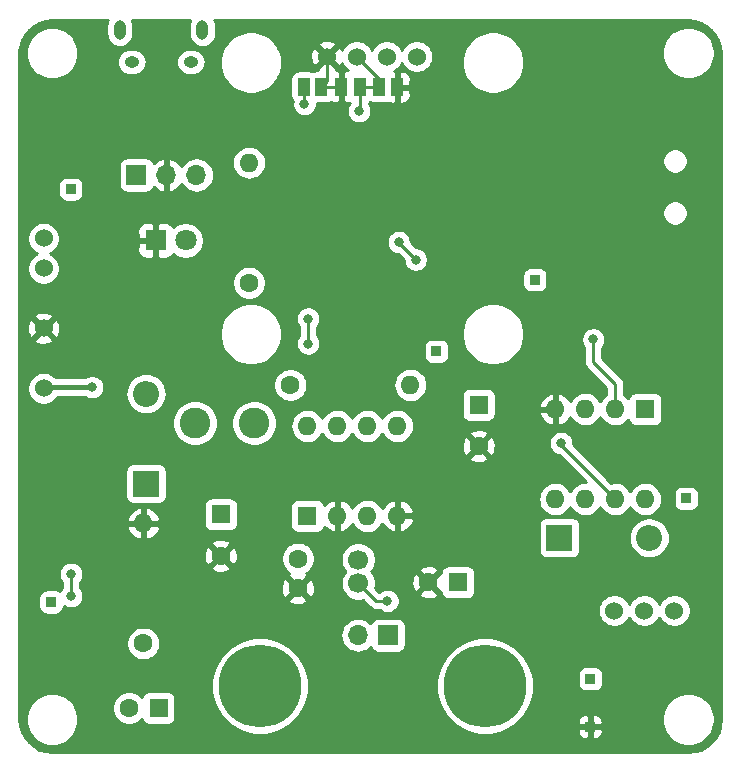
<source format=gbr>
G04 #@! TF.GenerationSoftware,KiCad,Pcbnew,(5.1.2-1)-1*
G04 #@! TF.CreationDate,2019-08-12T18:01:03-07:00*
G04 #@! TF.ProjectId,powersupply,706f7765-7273-4757-9070-6c792e6b6963,rev?*
G04 #@! TF.SameCoordinates,Original*
G04 #@! TF.FileFunction,Copper,L2,Bot*
G04 #@! TF.FilePolarity,Positive*
%FSLAX46Y46*%
G04 Gerber Fmt 4.6, Leading zero omitted, Abs format (unit mm)*
G04 Created by KiCad (PCBNEW (5.1.2-1)-1) date 2019-08-12 18:01:03*
%MOMM*%
%LPD*%
G04 APERTURE LIST*
%ADD10C,1.524000*%
%ADD11C,1.800000*%
%ADD12R,1.800000X1.800000*%
%ADD13R,0.850000X0.850000*%
%ADD14R,1.000000X1.524000*%
%ADD15O,1.600000X1.600000*%
%ADD16C,1.600000*%
%ADD17R,1.600000X1.600000*%
%ADD18C,1.700000*%
%ADD19O,1.700000X1.700000*%
%ADD20R,1.700000X1.700000*%
%ADD21C,2.600000*%
%ADD22C,7.000000*%
%ADD23O,1.250000X0.950000*%
%ADD24O,1.000000X1.650000*%
%ADD25O,2.200000X2.200000*%
%ADD26R,2.200000X2.200000*%
%ADD27C,0.800000*%
%ADD28C,0.250000*%
%ADD29C,0.400000*%
%ADD30C,0.254000*%
G04 APERTURE END LIST*
D10*
X31545000Y-59940000D03*
X31545000Y-54860000D03*
X31545000Y-49780000D03*
X31545000Y-47240000D03*
X63155000Y-31850000D03*
X60615000Y-31850000D03*
X58075000Y-31850000D03*
X55535000Y-31850000D03*
D11*
X43580000Y-47420000D03*
D12*
X41040000Y-47420000D03*
D13*
X77820000Y-88590000D03*
X73150000Y-50750000D03*
X85950000Y-69250000D03*
X64800000Y-56790000D03*
X32180000Y-78030000D03*
X33860000Y-43070000D03*
X77840000Y-84540000D03*
D14*
X58310000Y-34420000D03*
X56760000Y-34410000D03*
D15*
X48950000Y-40840000D03*
D16*
X48950000Y-51000000D03*
D15*
X82490000Y-69320000D03*
X74870000Y-61700000D03*
X79950000Y-69320000D03*
X77410000Y-61700000D03*
X77410000Y-69320000D03*
X79950000Y-61700000D03*
X74870000Y-69320000D03*
D17*
X82490000Y-61700000D03*
D15*
X53880000Y-63120000D03*
X61500000Y-70740000D03*
X56420000Y-63120000D03*
X58960000Y-70740000D03*
X58960000Y-63120000D03*
X56420000Y-70740000D03*
X61500000Y-63120000D03*
D17*
X53880000Y-70740000D03*
D18*
X58190000Y-76440000D03*
X58190000Y-74440000D03*
D19*
X58170000Y-80840000D03*
D20*
X60710000Y-80840000D03*
D16*
X38780000Y-87010000D03*
D17*
X41280000Y-87010000D03*
D16*
X64130000Y-76360000D03*
D17*
X66630000Y-76360000D03*
D16*
X46560000Y-74110000D03*
D17*
X46560000Y-70610000D03*
D14*
X61480000Y-34430000D03*
X59990000Y-34420000D03*
X55050000Y-34420000D03*
X53590000Y-34420000D03*
D21*
X49380000Y-62870000D03*
X44380000Y-62870000D03*
D16*
X68380000Y-64830000D03*
D17*
X68380000Y-61330000D03*
D22*
X49885000Y-85140000D03*
X68935000Y-85140000D03*
D15*
X40000000Y-71380000D03*
D16*
X40000000Y-81540000D03*
D15*
X62610000Y-59650000D03*
D16*
X52450000Y-59650000D03*
D10*
X79870000Y-78760000D03*
X82410000Y-78760000D03*
X84950000Y-78760000D03*
D23*
X39000000Y-32300000D03*
D24*
X45000000Y-29600000D03*
X38000000Y-29600000D03*
D23*
X44000000Y-32300000D03*
D19*
X44490000Y-41880000D03*
X41950000Y-41880000D03*
D20*
X39410000Y-41880000D03*
D25*
X82840000Y-72590000D03*
D26*
X75220000Y-72590000D03*
D25*
X40220000Y-60380000D03*
D26*
X40220000Y-68000000D03*
D16*
X53080000Y-76850000D03*
X53080000Y-74350000D03*
D27*
X42720000Y-53050000D03*
X45445000Y-37875010D03*
X36150000Y-69520000D03*
X66890000Y-42310000D03*
X76410000Y-52710000D03*
X83090000Y-54620000D03*
X52040000Y-39590000D03*
X52150000Y-42950000D03*
X36560000Y-79230000D03*
X34770000Y-82190000D03*
X30545010Y-81454835D03*
X68243760Y-71430645D03*
X80150000Y-50650000D03*
X35650000Y-59850000D03*
X60660000Y-77940000D03*
X58270000Y-36460000D03*
X53640000Y-35885000D03*
X33880000Y-75644979D03*
X33880000Y-77545000D03*
X63060000Y-49050000D03*
X61620000Y-47560000D03*
X75360000Y-64580000D03*
X53950000Y-56150000D03*
X53950000Y-54030000D03*
X78090000Y-55790000D03*
D28*
X54885000Y-34240000D02*
X55090000Y-34445000D01*
X55535000Y-31850000D02*
X55535000Y-32095000D01*
X56570000Y-34440000D02*
X55140000Y-34440000D01*
X55535000Y-33935000D02*
X55050000Y-34420000D01*
X55535000Y-31850000D02*
X55535000Y-33935000D01*
D29*
X31635000Y-59850000D02*
X31545000Y-59940000D01*
X35650000Y-59850000D02*
X31635000Y-59850000D01*
D28*
X60094315Y-77940000D02*
X60660000Y-77940000D01*
X58190000Y-76440000D02*
X59690000Y-77940000D01*
X59690000Y-77940000D02*
X60094315Y-77940000D01*
X59740000Y-34450000D02*
X59760000Y-34430000D01*
X58310000Y-34450000D02*
X59740000Y-34450000D01*
X58310000Y-36420000D02*
X58270000Y-36460000D01*
X58310000Y-34450000D02*
X58310000Y-36420000D01*
X53590000Y-35835000D02*
X53640000Y-35885000D01*
X53590000Y-34445000D02*
X53590000Y-35835000D01*
X58360000Y-33970000D02*
X58170000Y-34160000D01*
X58075000Y-31850000D02*
X58360000Y-32135000D01*
X33880000Y-75644979D02*
X33880000Y-77545000D01*
X58836999Y-32611999D02*
X58075000Y-31850000D01*
X59990000Y-33765000D02*
X58836999Y-32611999D01*
X59990000Y-34420000D02*
X59990000Y-33765000D01*
X61620000Y-47610000D02*
X61620000Y-47560000D01*
X63060000Y-49050000D02*
X61620000Y-47610000D01*
X79950000Y-69320000D02*
X75360000Y-64730000D01*
X75360000Y-64730000D02*
X75360000Y-64580000D01*
X53950000Y-56150000D02*
X53950000Y-54200000D01*
X53950000Y-54200000D02*
X53800000Y-54050000D01*
X79950000Y-59580000D02*
X79950000Y-61700000D01*
X78090000Y-57720000D02*
X79950000Y-59580000D01*
X78090000Y-55790000D02*
X78090000Y-57720000D01*
D30*
G36*
X36946324Y-28838553D02*
G01*
X36881423Y-29052501D01*
X36865000Y-29219248D01*
X36865000Y-29980751D01*
X36881423Y-30147498D01*
X36946324Y-30361446D01*
X37051716Y-30558623D01*
X37193551Y-30731449D01*
X37366377Y-30873284D01*
X37563553Y-30978676D01*
X37777501Y-31043577D01*
X38000000Y-31065491D01*
X38222498Y-31043577D01*
X38436446Y-30978676D01*
X38633623Y-30873284D01*
X38806449Y-30731449D01*
X38948284Y-30558623D01*
X39053676Y-30361447D01*
X39118577Y-30147499D01*
X39135000Y-29980752D01*
X39135000Y-29219249D01*
X39118577Y-29052502D01*
X39053676Y-28838553D01*
X39011689Y-28760000D01*
X43988312Y-28760000D01*
X43946324Y-28838553D01*
X43881423Y-29052501D01*
X43865000Y-29219248D01*
X43865000Y-29980751D01*
X43881423Y-30147498D01*
X43946324Y-30361446D01*
X44051716Y-30558623D01*
X44193551Y-30731449D01*
X44366377Y-30873284D01*
X44563553Y-30978676D01*
X44777501Y-31043577D01*
X45000000Y-31065491D01*
X45222498Y-31043577D01*
X45436446Y-30978676D01*
X45633623Y-30873284D01*
X45806449Y-30731449D01*
X45948284Y-30558623D01*
X46053676Y-30361447D01*
X46118577Y-30147499D01*
X46135000Y-29980752D01*
X46135000Y-29219249D01*
X46118577Y-29052502D01*
X46053676Y-28838553D01*
X46011689Y-28760000D01*
X86087721Y-28760000D01*
X86661298Y-28816240D01*
X87181980Y-28973442D01*
X87662213Y-29228787D01*
X88083702Y-29572546D01*
X88430390Y-29991619D01*
X88689079Y-30470056D01*
X88849916Y-30989632D01*
X88910000Y-31561307D01*
X88910001Y-87917711D01*
X88853760Y-88491299D01*
X88696556Y-89011983D01*
X88441214Y-89492210D01*
X88097456Y-89913700D01*
X87678381Y-90260390D01*
X87199945Y-90519079D01*
X86680367Y-90679916D01*
X86108702Y-90740000D01*
X32284759Y-90740000D01*
X31712860Y-90680576D01*
X31193103Y-90520359D01*
X30714356Y-90262233D01*
X30294871Y-89916040D01*
X29950616Y-89494962D01*
X29694702Y-89015031D01*
X29536882Y-88494532D01*
X29480000Y-87921396D01*
X29480000Y-87729872D01*
X30035000Y-87729872D01*
X30035000Y-88170128D01*
X30120890Y-88601925D01*
X30289369Y-89008669D01*
X30533962Y-89374729D01*
X30845271Y-89686038D01*
X31211331Y-89930631D01*
X31618075Y-90099110D01*
X32049872Y-90185000D01*
X32490128Y-90185000D01*
X32921925Y-90099110D01*
X33328669Y-89930631D01*
X33694729Y-89686038D01*
X34006038Y-89374729D01*
X34250631Y-89008669D01*
X34419110Y-88601925D01*
X34505000Y-88170128D01*
X34505000Y-87729872D01*
X34419110Y-87298075D01*
X34250631Y-86891331D01*
X34235487Y-86868665D01*
X37345000Y-86868665D01*
X37345000Y-87151335D01*
X37400147Y-87428574D01*
X37508320Y-87689727D01*
X37665363Y-87924759D01*
X37865241Y-88124637D01*
X38100273Y-88281680D01*
X38361426Y-88389853D01*
X38638665Y-88445000D01*
X38921335Y-88445000D01*
X39198574Y-88389853D01*
X39459727Y-88281680D01*
X39694759Y-88124637D01*
X39861339Y-87958057D01*
X39890498Y-88054180D01*
X39949463Y-88164494D01*
X40028815Y-88261185D01*
X40125506Y-88340537D01*
X40235820Y-88399502D01*
X40355518Y-88435812D01*
X40480000Y-88448072D01*
X42080000Y-88448072D01*
X42204482Y-88435812D01*
X42324180Y-88399502D01*
X42434494Y-88340537D01*
X42531185Y-88261185D01*
X42610537Y-88164494D01*
X42669502Y-88054180D01*
X42705812Y-87934482D01*
X42718072Y-87810000D01*
X42718072Y-86210000D01*
X42705812Y-86085518D01*
X42669502Y-85965820D01*
X42610537Y-85855506D01*
X42531185Y-85758815D01*
X42434494Y-85679463D01*
X42324180Y-85620498D01*
X42204482Y-85584188D01*
X42080000Y-85571928D01*
X40480000Y-85571928D01*
X40355518Y-85584188D01*
X40235820Y-85620498D01*
X40125506Y-85679463D01*
X40028815Y-85758815D01*
X39949463Y-85855506D01*
X39890498Y-85965820D01*
X39861339Y-86061943D01*
X39694759Y-85895363D01*
X39459727Y-85738320D01*
X39198574Y-85630147D01*
X38921335Y-85575000D01*
X38638665Y-85575000D01*
X38361426Y-85630147D01*
X38100273Y-85738320D01*
X37865241Y-85895363D01*
X37665363Y-86095241D01*
X37508320Y-86330273D01*
X37400147Y-86591426D01*
X37345000Y-86868665D01*
X34235487Y-86868665D01*
X34006038Y-86525271D01*
X33694729Y-86213962D01*
X33328669Y-85969369D01*
X32921925Y-85800890D01*
X32490128Y-85715000D01*
X32049872Y-85715000D01*
X31618075Y-85800890D01*
X31211331Y-85969369D01*
X30845271Y-86213962D01*
X30533962Y-86525271D01*
X30289369Y-86891331D01*
X30120890Y-87298075D01*
X30035000Y-87729872D01*
X29480000Y-87729872D01*
X29480000Y-84732738D01*
X45750000Y-84732738D01*
X45750000Y-85547262D01*
X45908906Y-86346135D01*
X46220611Y-87098657D01*
X46673136Y-87775909D01*
X47249091Y-88351864D01*
X47926343Y-88804389D01*
X48678865Y-89116094D01*
X49477738Y-89275000D01*
X50292262Y-89275000D01*
X51091135Y-89116094D01*
X51843657Y-88804389D01*
X52520909Y-88351864D01*
X53096864Y-87775909D01*
X53549389Y-87098657D01*
X53861094Y-86346135D01*
X54020000Y-85547262D01*
X54020000Y-84732738D01*
X64800000Y-84732738D01*
X64800000Y-85547262D01*
X64958906Y-86346135D01*
X65270611Y-87098657D01*
X65723136Y-87775909D01*
X66299091Y-88351864D01*
X66976343Y-88804389D01*
X67728865Y-89116094D01*
X68527738Y-89275000D01*
X69342262Y-89275000D01*
X70141135Y-89116094D01*
X70385197Y-89015000D01*
X76756928Y-89015000D01*
X76769188Y-89139482D01*
X76805498Y-89259180D01*
X76864463Y-89369494D01*
X76943815Y-89466185D01*
X77040506Y-89545537D01*
X77150820Y-89604502D01*
X77270518Y-89640812D01*
X77395000Y-89653072D01*
X77534250Y-89650000D01*
X77693000Y-89491250D01*
X77693000Y-88717000D01*
X77947000Y-88717000D01*
X77947000Y-89491250D01*
X78105750Y-89650000D01*
X78245000Y-89653072D01*
X78369482Y-89640812D01*
X78489180Y-89604502D01*
X78599494Y-89545537D01*
X78696185Y-89466185D01*
X78775537Y-89369494D01*
X78834502Y-89259180D01*
X78870812Y-89139482D01*
X78883072Y-89015000D01*
X78880000Y-88875750D01*
X78721250Y-88717000D01*
X77947000Y-88717000D01*
X77693000Y-88717000D01*
X76918750Y-88717000D01*
X76760000Y-88875750D01*
X76756928Y-89015000D01*
X70385197Y-89015000D01*
X70893657Y-88804389D01*
X71570909Y-88351864D01*
X71757773Y-88165000D01*
X76756928Y-88165000D01*
X76760000Y-88304250D01*
X76918750Y-88463000D01*
X77693000Y-88463000D01*
X77693000Y-87688750D01*
X77947000Y-87688750D01*
X77947000Y-88463000D01*
X78721250Y-88463000D01*
X78880000Y-88304250D01*
X78883072Y-88165000D01*
X78870812Y-88040518D01*
X78834502Y-87920820D01*
X78775537Y-87810506D01*
X78709363Y-87729872D01*
X83885000Y-87729872D01*
X83885000Y-88170128D01*
X83970890Y-88601925D01*
X84139369Y-89008669D01*
X84383962Y-89374729D01*
X84695271Y-89686038D01*
X85061331Y-89930631D01*
X85468075Y-90099110D01*
X85899872Y-90185000D01*
X86340128Y-90185000D01*
X86771925Y-90099110D01*
X87178669Y-89930631D01*
X87544729Y-89686038D01*
X87856038Y-89374729D01*
X88100631Y-89008669D01*
X88269110Y-88601925D01*
X88355000Y-88170128D01*
X88355000Y-87729872D01*
X88269110Y-87298075D01*
X88100631Y-86891331D01*
X87856038Y-86525271D01*
X87544729Y-86213962D01*
X87178669Y-85969369D01*
X86771925Y-85800890D01*
X86340128Y-85715000D01*
X85899872Y-85715000D01*
X85468075Y-85800890D01*
X85061331Y-85969369D01*
X84695271Y-86213962D01*
X84383962Y-86525271D01*
X84139369Y-86891331D01*
X83970890Y-87298075D01*
X83885000Y-87729872D01*
X78709363Y-87729872D01*
X78696185Y-87713815D01*
X78599494Y-87634463D01*
X78489180Y-87575498D01*
X78369482Y-87539188D01*
X78245000Y-87526928D01*
X78105750Y-87530000D01*
X77947000Y-87688750D01*
X77693000Y-87688750D01*
X77534250Y-87530000D01*
X77395000Y-87526928D01*
X77270518Y-87539188D01*
X77150820Y-87575498D01*
X77040506Y-87634463D01*
X76943815Y-87713815D01*
X76864463Y-87810506D01*
X76805498Y-87920820D01*
X76769188Y-88040518D01*
X76756928Y-88165000D01*
X71757773Y-88165000D01*
X72146864Y-87775909D01*
X72599389Y-87098657D01*
X72911094Y-86346135D01*
X73070000Y-85547262D01*
X73070000Y-84732738D01*
X72947125Y-84115000D01*
X76776928Y-84115000D01*
X76776928Y-84965000D01*
X76789188Y-85089482D01*
X76825498Y-85209180D01*
X76884463Y-85319494D01*
X76963815Y-85416185D01*
X77060506Y-85495537D01*
X77170820Y-85554502D01*
X77290518Y-85590812D01*
X77415000Y-85603072D01*
X78265000Y-85603072D01*
X78389482Y-85590812D01*
X78509180Y-85554502D01*
X78619494Y-85495537D01*
X78716185Y-85416185D01*
X78795537Y-85319494D01*
X78854502Y-85209180D01*
X78890812Y-85089482D01*
X78903072Y-84965000D01*
X78903072Y-84115000D01*
X78890812Y-83990518D01*
X78854502Y-83870820D01*
X78795537Y-83760506D01*
X78716185Y-83663815D01*
X78619494Y-83584463D01*
X78509180Y-83525498D01*
X78389482Y-83489188D01*
X78265000Y-83476928D01*
X77415000Y-83476928D01*
X77290518Y-83489188D01*
X77170820Y-83525498D01*
X77060506Y-83584463D01*
X76963815Y-83663815D01*
X76884463Y-83760506D01*
X76825498Y-83870820D01*
X76789188Y-83990518D01*
X76776928Y-84115000D01*
X72947125Y-84115000D01*
X72911094Y-83933865D01*
X72599389Y-83181343D01*
X72146864Y-82504091D01*
X71570909Y-81928136D01*
X70893657Y-81475611D01*
X70141135Y-81163906D01*
X69342262Y-81005000D01*
X68527738Y-81005000D01*
X67728865Y-81163906D01*
X66976343Y-81475611D01*
X66299091Y-81928136D01*
X65723136Y-82504091D01*
X65270611Y-83181343D01*
X64958906Y-83933865D01*
X64800000Y-84732738D01*
X54020000Y-84732738D01*
X53861094Y-83933865D01*
X53549389Y-83181343D01*
X53096864Y-82504091D01*
X52520909Y-81928136D01*
X51843657Y-81475611D01*
X51091135Y-81163906D01*
X50292262Y-81005000D01*
X49477738Y-81005000D01*
X48678865Y-81163906D01*
X47926343Y-81475611D01*
X47249091Y-81928136D01*
X46673136Y-82504091D01*
X46220611Y-83181343D01*
X45908906Y-83933865D01*
X45750000Y-84732738D01*
X29480000Y-84732738D01*
X29480000Y-81398665D01*
X38565000Y-81398665D01*
X38565000Y-81681335D01*
X38620147Y-81958574D01*
X38728320Y-82219727D01*
X38885363Y-82454759D01*
X39085241Y-82654637D01*
X39320273Y-82811680D01*
X39581426Y-82919853D01*
X39858665Y-82975000D01*
X40141335Y-82975000D01*
X40418574Y-82919853D01*
X40679727Y-82811680D01*
X40914759Y-82654637D01*
X41114637Y-82454759D01*
X41271680Y-82219727D01*
X41379853Y-81958574D01*
X41435000Y-81681335D01*
X41435000Y-81398665D01*
X41379853Y-81121426D01*
X41271680Y-80860273D01*
X41258135Y-80840000D01*
X56677815Y-80840000D01*
X56706487Y-81131111D01*
X56791401Y-81411034D01*
X56929294Y-81669014D01*
X57114866Y-81895134D01*
X57340986Y-82080706D01*
X57598966Y-82218599D01*
X57878889Y-82303513D01*
X58097050Y-82325000D01*
X58242950Y-82325000D01*
X58461111Y-82303513D01*
X58741034Y-82218599D01*
X58999014Y-82080706D01*
X59225134Y-81895134D01*
X59249607Y-81865313D01*
X59270498Y-81934180D01*
X59329463Y-82044494D01*
X59408815Y-82141185D01*
X59505506Y-82220537D01*
X59615820Y-82279502D01*
X59735518Y-82315812D01*
X59860000Y-82328072D01*
X61560000Y-82328072D01*
X61684482Y-82315812D01*
X61804180Y-82279502D01*
X61914494Y-82220537D01*
X62011185Y-82141185D01*
X62090537Y-82044494D01*
X62149502Y-81934180D01*
X62185812Y-81814482D01*
X62198072Y-81690000D01*
X62198072Y-79990000D01*
X62185812Y-79865518D01*
X62149502Y-79745820D01*
X62090537Y-79635506D01*
X62011185Y-79538815D01*
X61914494Y-79459463D01*
X61804180Y-79400498D01*
X61684482Y-79364188D01*
X61560000Y-79351928D01*
X59860000Y-79351928D01*
X59735518Y-79364188D01*
X59615820Y-79400498D01*
X59505506Y-79459463D01*
X59408815Y-79538815D01*
X59329463Y-79635506D01*
X59270498Y-79745820D01*
X59249607Y-79814687D01*
X59225134Y-79784866D01*
X58999014Y-79599294D01*
X58741034Y-79461401D01*
X58461111Y-79376487D01*
X58242950Y-79355000D01*
X58097050Y-79355000D01*
X57878889Y-79376487D01*
X57598966Y-79461401D01*
X57340986Y-79599294D01*
X57114866Y-79784866D01*
X56929294Y-80010986D01*
X56791401Y-80268966D01*
X56706487Y-80548889D01*
X56677815Y-80840000D01*
X41258135Y-80840000D01*
X41114637Y-80625241D01*
X40914759Y-80425363D01*
X40679727Y-80268320D01*
X40418574Y-80160147D01*
X40141335Y-80105000D01*
X39858665Y-80105000D01*
X39581426Y-80160147D01*
X39320273Y-80268320D01*
X39085241Y-80425363D01*
X38885363Y-80625241D01*
X38728320Y-80860273D01*
X38620147Y-81121426D01*
X38565000Y-81398665D01*
X29480000Y-81398665D01*
X29480000Y-77605000D01*
X31116928Y-77605000D01*
X31116928Y-78455000D01*
X31129188Y-78579482D01*
X31165498Y-78699180D01*
X31224463Y-78809494D01*
X31303815Y-78906185D01*
X31400506Y-78985537D01*
X31510820Y-79044502D01*
X31630518Y-79080812D01*
X31755000Y-79093072D01*
X32605000Y-79093072D01*
X32729482Y-79080812D01*
X32849180Y-79044502D01*
X32959494Y-78985537D01*
X33056185Y-78906185D01*
X33135537Y-78809494D01*
X33194502Y-78699180D01*
X33230812Y-78579482D01*
X33243072Y-78455000D01*
X33243072Y-78364202D01*
X33389744Y-78462205D01*
X33578102Y-78540226D01*
X33778061Y-78580000D01*
X33981939Y-78580000D01*
X34181898Y-78540226D01*
X34370256Y-78462205D01*
X34539774Y-78348937D01*
X34683937Y-78204774D01*
X34797205Y-78035256D01*
X34875226Y-77846898D01*
X34876060Y-77842702D01*
X52266903Y-77842702D01*
X52338486Y-78086671D01*
X52593996Y-78207571D01*
X52868184Y-78276300D01*
X53150512Y-78290217D01*
X53430130Y-78248787D01*
X53696292Y-78153603D01*
X53821514Y-78086671D01*
X53893097Y-77842702D01*
X53080000Y-77029605D01*
X52266903Y-77842702D01*
X34876060Y-77842702D01*
X34915000Y-77646939D01*
X34915000Y-77443061D01*
X34875226Y-77243102D01*
X34797205Y-77054744D01*
X34707515Y-76920512D01*
X51639783Y-76920512D01*
X51681213Y-77200130D01*
X51776397Y-77466292D01*
X51843329Y-77591514D01*
X52087298Y-77663097D01*
X52900395Y-76850000D01*
X53259605Y-76850000D01*
X54072702Y-77663097D01*
X54316671Y-77591514D01*
X54437571Y-77336004D01*
X54506300Y-77061816D01*
X54520217Y-76779488D01*
X54478787Y-76499870D01*
X54383603Y-76233708D01*
X54316671Y-76108486D01*
X54072702Y-76036903D01*
X53259605Y-76850000D01*
X52900395Y-76850000D01*
X52087298Y-76036903D01*
X51843329Y-76108486D01*
X51722429Y-76363996D01*
X51653700Y-76638184D01*
X51639783Y-76920512D01*
X34707515Y-76920512D01*
X34683937Y-76885226D01*
X34640000Y-76841289D01*
X34640000Y-76348690D01*
X34683937Y-76304753D01*
X34797205Y-76135235D01*
X34875226Y-75946877D01*
X34915000Y-75746918D01*
X34915000Y-75543040D01*
X34875226Y-75343081D01*
X34797205Y-75154723D01*
X34762446Y-75102702D01*
X45746903Y-75102702D01*
X45818486Y-75346671D01*
X46073996Y-75467571D01*
X46348184Y-75536300D01*
X46630512Y-75550217D01*
X46910130Y-75508787D01*
X47176292Y-75413603D01*
X47301514Y-75346671D01*
X47373097Y-75102702D01*
X46560000Y-74289605D01*
X45746903Y-75102702D01*
X34762446Y-75102702D01*
X34683937Y-74985205D01*
X34539774Y-74841042D01*
X34370256Y-74727774D01*
X34181898Y-74649753D01*
X33981939Y-74609979D01*
X33778061Y-74609979D01*
X33578102Y-74649753D01*
X33389744Y-74727774D01*
X33220226Y-74841042D01*
X33076063Y-74985205D01*
X32962795Y-75154723D01*
X32884774Y-75343081D01*
X32845000Y-75543040D01*
X32845000Y-75746918D01*
X32884774Y-75946877D01*
X32962795Y-76135235D01*
X33076063Y-76304753D01*
X33120000Y-76348690D01*
X33120001Y-76841288D01*
X33076063Y-76885226D01*
X32962795Y-77054744D01*
X32955509Y-77072333D01*
X32849180Y-77015498D01*
X32729482Y-76979188D01*
X32605000Y-76966928D01*
X31755000Y-76966928D01*
X31630518Y-76979188D01*
X31510820Y-77015498D01*
X31400506Y-77074463D01*
X31303815Y-77153815D01*
X31224463Y-77250506D01*
X31165498Y-77360820D01*
X31129188Y-77480518D01*
X31116928Y-77605000D01*
X29480000Y-77605000D01*
X29480000Y-74180512D01*
X45119783Y-74180512D01*
X45161213Y-74460130D01*
X45256397Y-74726292D01*
X45323329Y-74851514D01*
X45567298Y-74923097D01*
X46380395Y-74110000D01*
X46739605Y-74110000D01*
X47552702Y-74923097D01*
X47796671Y-74851514D01*
X47917571Y-74596004D01*
X47986300Y-74321816D01*
X47991877Y-74208665D01*
X51645000Y-74208665D01*
X51645000Y-74491335D01*
X51700147Y-74768574D01*
X51808320Y-75029727D01*
X51965363Y-75264759D01*
X52165241Y-75464637D01*
X52365869Y-75598692D01*
X52338486Y-75613329D01*
X52266903Y-75857298D01*
X53080000Y-76670395D01*
X53893097Y-75857298D01*
X53821514Y-75613329D01*
X53792659Y-75599676D01*
X53994759Y-75464637D01*
X54194637Y-75264759D01*
X54351680Y-75029727D01*
X54459853Y-74768574D01*
X54515000Y-74491335D01*
X54515000Y-74293740D01*
X56705000Y-74293740D01*
X56705000Y-74586260D01*
X56762068Y-74873158D01*
X56874010Y-75143411D01*
X57036525Y-75386632D01*
X57089893Y-75440000D01*
X57036525Y-75493368D01*
X56874010Y-75736589D01*
X56762068Y-76006842D01*
X56705000Y-76293740D01*
X56705000Y-76586260D01*
X56762068Y-76873158D01*
X56874010Y-77143411D01*
X57036525Y-77386632D01*
X57243368Y-77593475D01*
X57486589Y-77755990D01*
X57756842Y-77867932D01*
X58043740Y-77925000D01*
X58336260Y-77925000D01*
X58556408Y-77881210D01*
X59126201Y-78451003D01*
X59149999Y-78480001D01*
X59265724Y-78574974D01*
X59397753Y-78645546D01*
X59541014Y-78689003D01*
X59652667Y-78700000D01*
X59652676Y-78700000D01*
X59689999Y-78703676D01*
X59727322Y-78700000D01*
X59956289Y-78700000D01*
X60000226Y-78743937D01*
X60169744Y-78857205D01*
X60358102Y-78935226D01*
X60558061Y-78975000D01*
X60761939Y-78975000D01*
X60961898Y-78935226D01*
X61150256Y-78857205D01*
X61319774Y-78743937D01*
X61441303Y-78622408D01*
X78473000Y-78622408D01*
X78473000Y-78897592D01*
X78526686Y-79167490D01*
X78631995Y-79421727D01*
X78784880Y-79650535D01*
X78979465Y-79845120D01*
X79208273Y-79998005D01*
X79462510Y-80103314D01*
X79732408Y-80157000D01*
X80007592Y-80157000D01*
X80277490Y-80103314D01*
X80531727Y-79998005D01*
X80760535Y-79845120D01*
X80955120Y-79650535D01*
X81108005Y-79421727D01*
X81140000Y-79344485D01*
X81171995Y-79421727D01*
X81324880Y-79650535D01*
X81519465Y-79845120D01*
X81748273Y-79998005D01*
X82002510Y-80103314D01*
X82272408Y-80157000D01*
X82547592Y-80157000D01*
X82817490Y-80103314D01*
X83071727Y-79998005D01*
X83300535Y-79845120D01*
X83495120Y-79650535D01*
X83648005Y-79421727D01*
X83680000Y-79344485D01*
X83711995Y-79421727D01*
X83864880Y-79650535D01*
X84059465Y-79845120D01*
X84288273Y-79998005D01*
X84542510Y-80103314D01*
X84812408Y-80157000D01*
X85087592Y-80157000D01*
X85357490Y-80103314D01*
X85611727Y-79998005D01*
X85840535Y-79845120D01*
X86035120Y-79650535D01*
X86188005Y-79421727D01*
X86293314Y-79167490D01*
X86347000Y-78897592D01*
X86347000Y-78622408D01*
X86293314Y-78352510D01*
X86188005Y-78098273D01*
X86035120Y-77869465D01*
X85840535Y-77674880D01*
X85611727Y-77521995D01*
X85357490Y-77416686D01*
X85087592Y-77363000D01*
X84812408Y-77363000D01*
X84542510Y-77416686D01*
X84288273Y-77521995D01*
X84059465Y-77674880D01*
X83864880Y-77869465D01*
X83711995Y-78098273D01*
X83680000Y-78175515D01*
X83648005Y-78098273D01*
X83495120Y-77869465D01*
X83300535Y-77674880D01*
X83071727Y-77521995D01*
X82817490Y-77416686D01*
X82547592Y-77363000D01*
X82272408Y-77363000D01*
X82002510Y-77416686D01*
X81748273Y-77521995D01*
X81519465Y-77674880D01*
X81324880Y-77869465D01*
X81171995Y-78098273D01*
X81140000Y-78175515D01*
X81108005Y-78098273D01*
X80955120Y-77869465D01*
X80760535Y-77674880D01*
X80531727Y-77521995D01*
X80277490Y-77416686D01*
X80007592Y-77363000D01*
X79732408Y-77363000D01*
X79462510Y-77416686D01*
X79208273Y-77521995D01*
X78979465Y-77674880D01*
X78784880Y-77869465D01*
X78631995Y-78098273D01*
X78526686Y-78352510D01*
X78473000Y-78622408D01*
X61441303Y-78622408D01*
X61463937Y-78599774D01*
X61577205Y-78430256D01*
X61655226Y-78241898D01*
X61695000Y-78041939D01*
X61695000Y-77838061D01*
X61655226Y-77638102D01*
X61577205Y-77449744D01*
X61512364Y-77352702D01*
X63316903Y-77352702D01*
X63388486Y-77596671D01*
X63643996Y-77717571D01*
X63918184Y-77786300D01*
X64200512Y-77800217D01*
X64480130Y-77758787D01*
X64746292Y-77663603D01*
X64871514Y-77596671D01*
X64943097Y-77352702D01*
X64130000Y-76539605D01*
X63316903Y-77352702D01*
X61512364Y-77352702D01*
X61463937Y-77280226D01*
X61319774Y-77136063D01*
X61150256Y-77022795D01*
X60961898Y-76944774D01*
X60761939Y-76905000D01*
X60558061Y-76905000D01*
X60358102Y-76944774D01*
X60169744Y-77022795D01*
X60000226Y-77136063D01*
X59980545Y-77155744D01*
X59631210Y-76806408D01*
X59675000Y-76586260D01*
X59675000Y-76430512D01*
X62689783Y-76430512D01*
X62731213Y-76710130D01*
X62826397Y-76976292D01*
X62893329Y-77101514D01*
X63137298Y-77173097D01*
X63950395Y-76360000D01*
X64309605Y-76360000D01*
X65122702Y-77173097D01*
X65191928Y-77152785D01*
X65191928Y-77160000D01*
X65204188Y-77284482D01*
X65240498Y-77404180D01*
X65299463Y-77514494D01*
X65378815Y-77611185D01*
X65475506Y-77690537D01*
X65585820Y-77749502D01*
X65705518Y-77785812D01*
X65830000Y-77798072D01*
X67430000Y-77798072D01*
X67554482Y-77785812D01*
X67674180Y-77749502D01*
X67784494Y-77690537D01*
X67881185Y-77611185D01*
X67960537Y-77514494D01*
X68019502Y-77404180D01*
X68055812Y-77284482D01*
X68068072Y-77160000D01*
X68068072Y-75560000D01*
X68055812Y-75435518D01*
X68019502Y-75315820D01*
X67960537Y-75205506D01*
X67881185Y-75108815D01*
X67784494Y-75029463D01*
X67674180Y-74970498D01*
X67554482Y-74934188D01*
X67430000Y-74921928D01*
X65830000Y-74921928D01*
X65705518Y-74934188D01*
X65585820Y-74970498D01*
X65475506Y-75029463D01*
X65378815Y-75108815D01*
X65299463Y-75205506D01*
X65240498Y-75315820D01*
X65204188Y-75435518D01*
X65191928Y-75560000D01*
X65191928Y-75567215D01*
X65122702Y-75546903D01*
X64309605Y-76360000D01*
X63950395Y-76360000D01*
X63137298Y-75546903D01*
X62893329Y-75618486D01*
X62772429Y-75873996D01*
X62703700Y-76148184D01*
X62689783Y-76430512D01*
X59675000Y-76430512D01*
X59675000Y-76293740D01*
X59617932Y-76006842D01*
X59505990Y-75736589D01*
X59343475Y-75493368D01*
X59290107Y-75440000D01*
X59343475Y-75386632D01*
X59356393Y-75367298D01*
X63316903Y-75367298D01*
X64130000Y-76180395D01*
X64943097Y-75367298D01*
X64871514Y-75123329D01*
X64616004Y-75002429D01*
X64341816Y-74933700D01*
X64059488Y-74919783D01*
X63779870Y-74961213D01*
X63513708Y-75056397D01*
X63388486Y-75123329D01*
X63316903Y-75367298D01*
X59356393Y-75367298D01*
X59505990Y-75143411D01*
X59617932Y-74873158D01*
X59675000Y-74586260D01*
X59675000Y-74293740D01*
X59617932Y-74006842D01*
X59505990Y-73736589D01*
X59343475Y-73493368D01*
X59136632Y-73286525D01*
X58893411Y-73124010D01*
X58623158Y-73012068D01*
X58336260Y-72955000D01*
X58043740Y-72955000D01*
X57756842Y-73012068D01*
X57486589Y-73124010D01*
X57243368Y-73286525D01*
X57036525Y-73493368D01*
X56874010Y-73736589D01*
X56762068Y-74006842D01*
X56705000Y-74293740D01*
X54515000Y-74293740D01*
X54515000Y-74208665D01*
X54459853Y-73931426D01*
X54351680Y-73670273D01*
X54194637Y-73435241D01*
X53994759Y-73235363D01*
X53759727Y-73078320D01*
X53498574Y-72970147D01*
X53221335Y-72915000D01*
X52938665Y-72915000D01*
X52661426Y-72970147D01*
X52400273Y-73078320D01*
X52165241Y-73235363D01*
X51965363Y-73435241D01*
X51808320Y-73670273D01*
X51700147Y-73931426D01*
X51645000Y-74208665D01*
X47991877Y-74208665D01*
X48000217Y-74039488D01*
X47958787Y-73759870D01*
X47863603Y-73493708D01*
X47796671Y-73368486D01*
X47552702Y-73296903D01*
X46739605Y-74110000D01*
X46380395Y-74110000D01*
X45567298Y-73296903D01*
X45323329Y-73368486D01*
X45202429Y-73623996D01*
X45133700Y-73898184D01*
X45119783Y-74180512D01*
X29480000Y-74180512D01*
X29480000Y-73117298D01*
X45746903Y-73117298D01*
X46560000Y-73930395D01*
X47373097Y-73117298D01*
X47301514Y-72873329D01*
X47046004Y-72752429D01*
X46771816Y-72683700D01*
X46489488Y-72669783D01*
X46209870Y-72711213D01*
X45943708Y-72806397D01*
X45818486Y-72873329D01*
X45746903Y-73117298D01*
X29480000Y-73117298D01*
X29480000Y-71729040D01*
X38608091Y-71729040D01*
X38702930Y-71993881D01*
X38847615Y-72235131D01*
X39036586Y-72443519D01*
X39262580Y-72611037D01*
X39516913Y-72731246D01*
X39650961Y-72771904D01*
X39873000Y-72649915D01*
X39873000Y-71507000D01*
X40127000Y-71507000D01*
X40127000Y-72649915D01*
X40349039Y-72771904D01*
X40483087Y-72731246D01*
X40737420Y-72611037D01*
X40963414Y-72443519D01*
X41152385Y-72235131D01*
X41297070Y-71993881D01*
X41391909Y-71729040D01*
X41270624Y-71507000D01*
X40127000Y-71507000D01*
X39873000Y-71507000D01*
X38729376Y-71507000D01*
X38608091Y-71729040D01*
X29480000Y-71729040D01*
X29480000Y-71030960D01*
X38608091Y-71030960D01*
X38729376Y-71253000D01*
X39873000Y-71253000D01*
X39873000Y-70110085D01*
X40127000Y-70110085D01*
X40127000Y-71253000D01*
X41270624Y-71253000D01*
X41391909Y-71030960D01*
X41297070Y-70766119D01*
X41152385Y-70524869D01*
X40963414Y-70316481D01*
X40737420Y-70148963D01*
X40483087Y-70028754D01*
X40349039Y-69988096D01*
X40127000Y-70110085D01*
X39873000Y-70110085D01*
X39650961Y-69988096D01*
X39516913Y-70028754D01*
X39262580Y-70148963D01*
X39036586Y-70316481D01*
X38847615Y-70524869D01*
X38702930Y-70766119D01*
X38608091Y-71030960D01*
X29480000Y-71030960D01*
X29480000Y-69810000D01*
X45121928Y-69810000D01*
X45121928Y-71410000D01*
X45134188Y-71534482D01*
X45170498Y-71654180D01*
X45229463Y-71764494D01*
X45308815Y-71861185D01*
X45405506Y-71940537D01*
X45515820Y-71999502D01*
X45635518Y-72035812D01*
X45760000Y-72048072D01*
X47360000Y-72048072D01*
X47484482Y-72035812D01*
X47604180Y-71999502D01*
X47714494Y-71940537D01*
X47811185Y-71861185D01*
X47890537Y-71764494D01*
X47949502Y-71654180D01*
X47985812Y-71534482D01*
X47998072Y-71410000D01*
X47998072Y-69940000D01*
X52441928Y-69940000D01*
X52441928Y-71540000D01*
X52454188Y-71664482D01*
X52490498Y-71784180D01*
X52549463Y-71894494D01*
X52628815Y-71991185D01*
X52725506Y-72070537D01*
X52835820Y-72129502D01*
X52955518Y-72165812D01*
X53080000Y-72178072D01*
X54680000Y-72178072D01*
X54804482Y-72165812D01*
X54924180Y-72129502D01*
X55034494Y-72070537D01*
X55131185Y-71991185D01*
X55210537Y-71894494D01*
X55269502Y-71784180D01*
X55305812Y-71664482D01*
X55308231Y-71639920D01*
X55456586Y-71803519D01*
X55682580Y-71971037D01*
X55936913Y-72091246D01*
X56070961Y-72131904D01*
X56293000Y-72009915D01*
X56293000Y-70867000D01*
X56273000Y-70867000D01*
X56273000Y-70613000D01*
X56293000Y-70613000D01*
X56293000Y-69470085D01*
X56547000Y-69470085D01*
X56547000Y-70613000D01*
X56567000Y-70613000D01*
X56567000Y-70867000D01*
X56547000Y-70867000D01*
X56547000Y-72009915D01*
X56769039Y-72131904D01*
X56903087Y-72091246D01*
X57157420Y-71971037D01*
X57383414Y-71803519D01*
X57572385Y-71595131D01*
X57687421Y-71403318D01*
X57761068Y-71541101D01*
X57940392Y-71759608D01*
X58158899Y-71938932D01*
X58408192Y-72072182D01*
X58678691Y-72154236D01*
X58889508Y-72175000D01*
X59030492Y-72175000D01*
X59241309Y-72154236D01*
X59511808Y-72072182D01*
X59761101Y-71938932D01*
X59979608Y-71759608D01*
X60158932Y-71541101D01*
X60232579Y-71403318D01*
X60347615Y-71595131D01*
X60536586Y-71803519D01*
X60762580Y-71971037D01*
X61016913Y-72091246D01*
X61150961Y-72131904D01*
X61373000Y-72009915D01*
X61373000Y-70867000D01*
X61627000Y-70867000D01*
X61627000Y-72009915D01*
X61849039Y-72131904D01*
X61983087Y-72091246D01*
X62237420Y-71971037D01*
X62463414Y-71803519D01*
X62652385Y-71595131D01*
X62715435Y-71490000D01*
X73481928Y-71490000D01*
X73481928Y-73690000D01*
X73494188Y-73814482D01*
X73530498Y-73934180D01*
X73589463Y-74044494D01*
X73668815Y-74141185D01*
X73765506Y-74220537D01*
X73875820Y-74279502D01*
X73995518Y-74315812D01*
X74120000Y-74328072D01*
X76320000Y-74328072D01*
X76444482Y-74315812D01*
X76564180Y-74279502D01*
X76674494Y-74220537D01*
X76771185Y-74141185D01*
X76850537Y-74044494D01*
X76909502Y-73934180D01*
X76945812Y-73814482D01*
X76958072Y-73690000D01*
X76958072Y-72590000D01*
X81096606Y-72590000D01*
X81130105Y-72930119D01*
X81229314Y-73257168D01*
X81390421Y-73558578D01*
X81607234Y-73822766D01*
X81871422Y-74039579D01*
X82172832Y-74200686D01*
X82499881Y-74299895D01*
X82754775Y-74325000D01*
X82925225Y-74325000D01*
X83180119Y-74299895D01*
X83507168Y-74200686D01*
X83808578Y-74039579D01*
X84072766Y-73822766D01*
X84289579Y-73558578D01*
X84450686Y-73257168D01*
X84549895Y-72930119D01*
X84583394Y-72590000D01*
X84549895Y-72249881D01*
X84450686Y-71922832D01*
X84289579Y-71621422D01*
X84072766Y-71357234D01*
X83808578Y-71140421D01*
X83507168Y-70979314D01*
X83180119Y-70880105D01*
X82925225Y-70855000D01*
X82754775Y-70855000D01*
X82499881Y-70880105D01*
X82172832Y-70979314D01*
X81871422Y-71140421D01*
X81607234Y-71357234D01*
X81390421Y-71621422D01*
X81229314Y-71922832D01*
X81130105Y-72249881D01*
X81096606Y-72590000D01*
X76958072Y-72590000D01*
X76958072Y-71490000D01*
X76945812Y-71365518D01*
X76909502Y-71245820D01*
X76850537Y-71135506D01*
X76771185Y-71038815D01*
X76674494Y-70959463D01*
X76564180Y-70900498D01*
X76444482Y-70864188D01*
X76320000Y-70851928D01*
X74120000Y-70851928D01*
X73995518Y-70864188D01*
X73875820Y-70900498D01*
X73765506Y-70959463D01*
X73668815Y-71038815D01*
X73589463Y-71135506D01*
X73530498Y-71245820D01*
X73494188Y-71365518D01*
X73481928Y-71490000D01*
X62715435Y-71490000D01*
X62797070Y-71353881D01*
X62891909Y-71089040D01*
X62770624Y-70867000D01*
X61627000Y-70867000D01*
X61373000Y-70867000D01*
X61353000Y-70867000D01*
X61353000Y-70613000D01*
X61373000Y-70613000D01*
X61373000Y-69470085D01*
X61627000Y-69470085D01*
X61627000Y-70613000D01*
X62770624Y-70613000D01*
X62891909Y-70390960D01*
X62797070Y-70126119D01*
X62652385Y-69884869D01*
X62463414Y-69676481D01*
X62237420Y-69508963D01*
X61983087Y-69388754D01*
X61849039Y-69348096D01*
X61627000Y-69470085D01*
X61373000Y-69470085D01*
X61150961Y-69348096D01*
X61016913Y-69388754D01*
X60762580Y-69508963D01*
X60536586Y-69676481D01*
X60347615Y-69884869D01*
X60232579Y-70076682D01*
X60158932Y-69938899D01*
X59979608Y-69720392D01*
X59761101Y-69541068D01*
X59511808Y-69407818D01*
X59241309Y-69325764D01*
X59182788Y-69320000D01*
X73428057Y-69320000D01*
X73455764Y-69601309D01*
X73537818Y-69871808D01*
X73671068Y-70121101D01*
X73850392Y-70339608D01*
X74068899Y-70518932D01*
X74318192Y-70652182D01*
X74588691Y-70734236D01*
X74799508Y-70755000D01*
X74940492Y-70755000D01*
X75151309Y-70734236D01*
X75421808Y-70652182D01*
X75671101Y-70518932D01*
X75889608Y-70339608D01*
X76068932Y-70121101D01*
X76140000Y-69988142D01*
X76211068Y-70121101D01*
X76390392Y-70339608D01*
X76608899Y-70518932D01*
X76858192Y-70652182D01*
X77128691Y-70734236D01*
X77339508Y-70755000D01*
X77480492Y-70755000D01*
X77691309Y-70734236D01*
X77961808Y-70652182D01*
X78211101Y-70518932D01*
X78429608Y-70339608D01*
X78608932Y-70121101D01*
X78680000Y-69988142D01*
X78751068Y-70121101D01*
X78930392Y-70339608D01*
X79148899Y-70518932D01*
X79398192Y-70652182D01*
X79668691Y-70734236D01*
X79879508Y-70755000D01*
X80020492Y-70755000D01*
X80231309Y-70734236D01*
X80501808Y-70652182D01*
X80751101Y-70518932D01*
X80969608Y-70339608D01*
X81148932Y-70121101D01*
X81220000Y-69988142D01*
X81291068Y-70121101D01*
X81470392Y-70339608D01*
X81688899Y-70518932D01*
X81938192Y-70652182D01*
X82208691Y-70734236D01*
X82419508Y-70755000D01*
X82560492Y-70755000D01*
X82771309Y-70734236D01*
X83041808Y-70652182D01*
X83291101Y-70518932D01*
X83509608Y-70339608D01*
X83688932Y-70121101D01*
X83822182Y-69871808D01*
X83904236Y-69601309D01*
X83931943Y-69320000D01*
X83904236Y-69038691D01*
X83839415Y-68825000D01*
X84886928Y-68825000D01*
X84886928Y-69675000D01*
X84899188Y-69799482D01*
X84935498Y-69919180D01*
X84994463Y-70029494D01*
X85073815Y-70126185D01*
X85170506Y-70205537D01*
X85280820Y-70264502D01*
X85400518Y-70300812D01*
X85525000Y-70313072D01*
X86375000Y-70313072D01*
X86499482Y-70300812D01*
X86619180Y-70264502D01*
X86729494Y-70205537D01*
X86826185Y-70126185D01*
X86905537Y-70029494D01*
X86964502Y-69919180D01*
X87000812Y-69799482D01*
X87013072Y-69675000D01*
X87013072Y-68825000D01*
X87000812Y-68700518D01*
X86964502Y-68580820D01*
X86905537Y-68470506D01*
X86826185Y-68373815D01*
X86729494Y-68294463D01*
X86619180Y-68235498D01*
X86499482Y-68199188D01*
X86375000Y-68186928D01*
X85525000Y-68186928D01*
X85400518Y-68199188D01*
X85280820Y-68235498D01*
X85170506Y-68294463D01*
X85073815Y-68373815D01*
X84994463Y-68470506D01*
X84935498Y-68580820D01*
X84899188Y-68700518D01*
X84886928Y-68825000D01*
X83839415Y-68825000D01*
X83822182Y-68768192D01*
X83688932Y-68518899D01*
X83509608Y-68300392D01*
X83291101Y-68121068D01*
X83041808Y-67987818D01*
X82771309Y-67905764D01*
X82560492Y-67885000D01*
X82419508Y-67885000D01*
X82208691Y-67905764D01*
X81938192Y-67987818D01*
X81688899Y-68121068D01*
X81470392Y-68300392D01*
X81291068Y-68518899D01*
X81220000Y-68651858D01*
X81148932Y-68518899D01*
X80969608Y-68300392D01*
X80751101Y-68121068D01*
X80501808Y-67987818D01*
X80231309Y-67905764D01*
X80020492Y-67885000D01*
X79879508Y-67885000D01*
X79668691Y-67905764D01*
X79624094Y-67919292D01*
X76393630Y-64688828D01*
X76395000Y-64681939D01*
X76395000Y-64478061D01*
X76355226Y-64278102D01*
X76277205Y-64089744D01*
X76163937Y-63920226D01*
X76019774Y-63776063D01*
X75850256Y-63662795D01*
X75661898Y-63584774D01*
X75461939Y-63545000D01*
X75258061Y-63545000D01*
X75058102Y-63584774D01*
X74869744Y-63662795D01*
X74700226Y-63776063D01*
X74556063Y-63920226D01*
X74442795Y-64089744D01*
X74364774Y-64278102D01*
X74325000Y-64478061D01*
X74325000Y-64681939D01*
X74364774Y-64881898D01*
X74442795Y-65070256D01*
X74556063Y-65239774D01*
X74700226Y-65383937D01*
X74869744Y-65497205D01*
X75058102Y-65575226D01*
X75148383Y-65593184D01*
X77440198Y-67885000D01*
X77339508Y-67885000D01*
X77128691Y-67905764D01*
X76858192Y-67987818D01*
X76608899Y-68121068D01*
X76390392Y-68300392D01*
X76211068Y-68518899D01*
X76140000Y-68651858D01*
X76068932Y-68518899D01*
X75889608Y-68300392D01*
X75671101Y-68121068D01*
X75421808Y-67987818D01*
X75151309Y-67905764D01*
X74940492Y-67885000D01*
X74799508Y-67885000D01*
X74588691Y-67905764D01*
X74318192Y-67987818D01*
X74068899Y-68121068D01*
X73850392Y-68300392D01*
X73671068Y-68518899D01*
X73537818Y-68768192D01*
X73455764Y-69038691D01*
X73428057Y-69320000D01*
X59182788Y-69320000D01*
X59030492Y-69305000D01*
X58889508Y-69305000D01*
X58678691Y-69325764D01*
X58408192Y-69407818D01*
X58158899Y-69541068D01*
X57940392Y-69720392D01*
X57761068Y-69938899D01*
X57687421Y-70076682D01*
X57572385Y-69884869D01*
X57383414Y-69676481D01*
X57157420Y-69508963D01*
X56903087Y-69388754D01*
X56769039Y-69348096D01*
X56547000Y-69470085D01*
X56293000Y-69470085D01*
X56070961Y-69348096D01*
X55936913Y-69388754D01*
X55682580Y-69508963D01*
X55456586Y-69676481D01*
X55308231Y-69840080D01*
X55305812Y-69815518D01*
X55269502Y-69695820D01*
X55210537Y-69585506D01*
X55131185Y-69488815D01*
X55034494Y-69409463D01*
X54924180Y-69350498D01*
X54804482Y-69314188D01*
X54680000Y-69301928D01*
X53080000Y-69301928D01*
X52955518Y-69314188D01*
X52835820Y-69350498D01*
X52725506Y-69409463D01*
X52628815Y-69488815D01*
X52549463Y-69585506D01*
X52490498Y-69695820D01*
X52454188Y-69815518D01*
X52441928Y-69940000D01*
X47998072Y-69940000D01*
X47998072Y-69810000D01*
X47985812Y-69685518D01*
X47949502Y-69565820D01*
X47890537Y-69455506D01*
X47811185Y-69358815D01*
X47714494Y-69279463D01*
X47604180Y-69220498D01*
X47484482Y-69184188D01*
X47360000Y-69171928D01*
X45760000Y-69171928D01*
X45635518Y-69184188D01*
X45515820Y-69220498D01*
X45405506Y-69279463D01*
X45308815Y-69358815D01*
X45229463Y-69455506D01*
X45170498Y-69565820D01*
X45134188Y-69685518D01*
X45121928Y-69810000D01*
X29480000Y-69810000D01*
X29480000Y-66900000D01*
X38481928Y-66900000D01*
X38481928Y-69100000D01*
X38494188Y-69224482D01*
X38530498Y-69344180D01*
X38589463Y-69454494D01*
X38668815Y-69551185D01*
X38765506Y-69630537D01*
X38875820Y-69689502D01*
X38995518Y-69725812D01*
X39120000Y-69738072D01*
X41320000Y-69738072D01*
X41444482Y-69725812D01*
X41564180Y-69689502D01*
X41674494Y-69630537D01*
X41771185Y-69551185D01*
X41850537Y-69454494D01*
X41909502Y-69344180D01*
X41945812Y-69224482D01*
X41958072Y-69100000D01*
X41958072Y-66900000D01*
X41945812Y-66775518D01*
X41909502Y-66655820D01*
X41850537Y-66545506D01*
X41771185Y-66448815D01*
X41674494Y-66369463D01*
X41564180Y-66310498D01*
X41444482Y-66274188D01*
X41320000Y-66261928D01*
X39120000Y-66261928D01*
X38995518Y-66274188D01*
X38875820Y-66310498D01*
X38765506Y-66369463D01*
X38668815Y-66448815D01*
X38589463Y-66545506D01*
X38530498Y-66655820D01*
X38494188Y-66775518D01*
X38481928Y-66900000D01*
X29480000Y-66900000D01*
X29480000Y-65822702D01*
X67566903Y-65822702D01*
X67638486Y-66066671D01*
X67893996Y-66187571D01*
X68168184Y-66256300D01*
X68450512Y-66270217D01*
X68730130Y-66228787D01*
X68996292Y-66133603D01*
X69121514Y-66066671D01*
X69193097Y-65822702D01*
X68380000Y-65009605D01*
X67566903Y-65822702D01*
X29480000Y-65822702D01*
X29480000Y-64900512D01*
X66939783Y-64900512D01*
X66981213Y-65180130D01*
X67076397Y-65446292D01*
X67143329Y-65571514D01*
X67387298Y-65643097D01*
X68200395Y-64830000D01*
X68559605Y-64830000D01*
X69372702Y-65643097D01*
X69616671Y-65571514D01*
X69737571Y-65316004D01*
X69806300Y-65041816D01*
X69820217Y-64759488D01*
X69778787Y-64479870D01*
X69683603Y-64213708D01*
X69616671Y-64088486D01*
X69372702Y-64016903D01*
X68559605Y-64830000D01*
X68200395Y-64830000D01*
X67387298Y-64016903D01*
X67143329Y-64088486D01*
X67022429Y-64343996D01*
X66953700Y-64618184D01*
X66939783Y-64900512D01*
X29480000Y-64900512D01*
X29480000Y-62679419D01*
X42445000Y-62679419D01*
X42445000Y-63060581D01*
X42519361Y-63434419D01*
X42665225Y-63786566D01*
X42876987Y-64103491D01*
X43146509Y-64373013D01*
X43463434Y-64584775D01*
X43815581Y-64730639D01*
X44189419Y-64805000D01*
X44570581Y-64805000D01*
X44944419Y-64730639D01*
X45296566Y-64584775D01*
X45613491Y-64373013D01*
X45883013Y-64103491D01*
X46094775Y-63786566D01*
X46240639Y-63434419D01*
X46315000Y-63060581D01*
X46315000Y-62679419D01*
X47445000Y-62679419D01*
X47445000Y-63060581D01*
X47519361Y-63434419D01*
X47665225Y-63786566D01*
X47876987Y-64103491D01*
X48146509Y-64373013D01*
X48463434Y-64584775D01*
X48815581Y-64730639D01*
X49189419Y-64805000D01*
X49570581Y-64805000D01*
X49944419Y-64730639D01*
X50296566Y-64584775D01*
X50613491Y-64373013D01*
X50883013Y-64103491D01*
X51094775Y-63786566D01*
X51240639Y-63434419D01*
X51303180Y-63120000D01*
X52438057Y-63120000D01*
X52465764Y-63401309D01*
X52547818Y-63671808D01*
X52681068Y-63921101D01*
X52860392Y-64139608D01*
X53078899Y-64318932D01*
X53328192Y-64452182D01*
X53598691Y-64534236D01*
X53809508Y-64555000D01*
X53950492Y-64555000D01*
X54161309Y-64534236D01*
X54431808Y-64452182D01*
X54681101Y-64318932D01*
X54899608Y-64139608D01*
X55078932Y-63921101D01*
X55150000Y-63788142D01*
X55221068Y-63921101D01*
X55400392Y-64139608D01*
X55618899Y-64318932D01*
X55868192Y-64452182D01*
X56138691Y-64534236D01*
X56349508Y-64555000D01*
X56490492Y-64555000D01*
X56701309Y-64534236D01*
X56971808Y-64452182D01*
X57221101Y-64318932D01*
X57439608Y-64139608D01*
X57618932Y-63921101D01*
X57690000Y-63788142D01*
X57761068Y-63921101D01*
X57940392Y-64139608D01*
X58158899Y-64318932D01*
X58408192Y-64452182D01*
X58678691Y-64534236D01*
X58889508Y-64555000D01*
X59030492Y-64555000D01*
X59241309Y-64534236D01*
X59511808Y-64452182D01*
X59761101Y-64318932D01*
X59979608Y-64139608D01*
X60158932Y-63921101D01*
X60230000Y-63788142D01*
X60301068Y-63921101D01*
X60480392Y-64139608D01*
X60698899Y-64318932D01*
X60948192Y-64452182D01*
X61218691Y-64534236D01*
X61429508Y-64555000D01*
X61570492Y-64555000D01*
X61781309Y-64534236D01*
X62051808Y-64452182D01*
X62301101Y-64318932D01*
X62519608Y-64139608D01*
X62698932Y-63921101D01*
X62743725Y-63837298D01*
X67566903Y-63837298D01*
X68380000Y-64650395D01*
X69193097Y-63837298D01*
X69121514Y-63593329D01*
X68866004Y-63472429D01*
X68591816Y-63403700D01*
X68309488Y-63389783D01*
X68029870Y-63431213D01*
X67763708Y-63526397D01*
X67638486Y-63593329D01*
X67566903Y-63837298D01*
X62743725Y-63837298D01*
X62832182Y-63671808D01*
X62914236Y-63401309D01*
X62941943Y-63120000D01*
X62914236Y-62838691D01*
X62832182Y-62568192D01*
X62698932Y-62318899D01*
X62519608Y-62100392D01*
X62301101Y-61921068D01*
X62051808Y-61787818D01*
X61781309Y-61705764D01*
X61570492Y-61685000D01*
X61429508Y-61685000D01*
X61218691Y-61705764D01*
X60948192Y-61787818D01*
X60698899Y-61921068D01*
X60480392Y-62100392D01*
X60301068Y-62318899D01*
X60230000Y-62451858D01*
X60158932Y-62318899D01*
X59979608Y-62100392D01*
X59761101Y-61921068D01*
X59511808Y-61787818D01*
X59241309Y-61705764D01*
X59030492Y-61685000D01*
X58889508Y-61685000D01*
X58678691Y-61705764D01*
X58408192Y-61787818D01*
X58158899Y-61921068D01*
X57940392Y-62100392D01*
X57761068Y-62318899D01*
X57690000Y-62451858D01*
X57618932Y-62318899D01*
X57439608Y-62100392D01*
X57221101Y-61921068D01*
X56971808Y-61787818D01*
X56701309Y-61705764D01*
X56490492Y-61685000D01*
X56349508Y-61685000D01*
X56138691Y-61705764D01*
X55868192Y-61787818D01*
X55618899Y-61921068D01*
X55400392Y-62100392D01*
X55221068Y-62318899D01*
X55150000Y-62451858D01*
X55078932Y-62318899D01*
X54899608Y-62100392D01*
X54681101Y-61921068D01*
X54431808Y-61787818D01*
X54161309Y-61705764D01*
X53950492Y-61685000D01*
X53809508Y-61685000D01*
X53598691Y-61705764D01*
X53328192Y-61787818D01*
X53078899Y-61921068D01*
X52860392Y-62100392D01*
X52681068Y-62318899D01*
X52547818Y-62568192D01*
X52465764Y-62838691D01*
X52438057Y-63120000D01*
X51303180Y-63120000D01*
X51315000Y-63060581D01*
X51315000Y-62679419D01*
X51240639Y-62305581D01*
X51094775Y-61953434D01*
X50883013Y-61636509D01*
X50613491Y-61366987D01*
X50296566Y-61155225D01*
X49944419Y-61009361D01*
X49570581Y-60935000D01*
X49189419Y-60935000D01*
X48815581Y-61009361D01*
X48463434Y-61155225D01*
X48146509Y-61366987D01*
X47876987Y-61636509D01*
X47665225Y-61953434D01*
X47519361Y-62305581D01*
X47445000Y-62679419D01*
X46315000Y-62679419D01*
X46240639Y-62305581D01*
X46094775Y-61953434D01*
X45883013Y-61636509D01*
X45613491Y-61366987D01*
X45296566Y-61155225D01*
X44944419Y-61009361D01*
X44570581Y-60935000D01*
X44189419Y-60935000D01*
X43815581Y-61009361D01*
X43463434Y-61155225D01*
X43146509Y-61366987D01*
X42876987Y-61636509D01*
X42665225Y-61953434D01*
X42519361Y-62305581D01*
X42445000Y-62679419D01*
X29480000Y-62679419D01*
X29480000Y-59802408D01*
X30148000Y-59802408D01*
X30148000Y-60077592D01*
X30201686Y-60347490D01*
X30306995Y-60601727D01*
X30459880Y-60830535D01*
X30654465Y-61025120D01*
X30883273Y-61178005D01*
X31137510Y-61283314D01*
X31407408Y-61337000D01*
X31682592Y-61337000D01*
X31952490Y-61283314D01*
X32206727Y-61178005D01*
X32435535Y-61025120D01*
X32630120Y-60830535D01*
X32727364Y-60685000D01*
X35036715Y-60685000D01*
X35159744Y-60767205D01*
X35348102Y-60845226D01*
X35548061Y-60885000D01*
X35751939Y-60885000D01*
X35951898Y-60845226D01*
X36140256Y-60767205D01*
X36309774Y-60653937D01*
X36453937Y-60509774D01*
X36540648Y-60380000D01*
X38476606Y-60380000D01*
X38510105Y-60720119D01*
X38609314Y-61047168D01*
X38770421Y-61348578D01*
X38987234Y-61612766D01*
X39251422Y-61829579D01*
X39552832Y-61990686D01*
X39879881Y-62089895D01*
X40134775Y-62115000D01*
X40305225Y-62115000D01*
X40560119Y-62089895D01*
X40887168Y-61990686D01*
X41188578Y-61829579D01*
X41452766Y-61612766D01*
X41669579Y-61348578D01*
X41830686Y-61047168D01*
X41929895Y-60720119D01*
X41963394Y-60380000D01*
X41929895Y-60039881D01*
X41830686Y-59712832D01*
X41721557Y-59508665D01*
X51015000Y-59508665D01*
X51015000Y-59791335D01*
X51070147Y-60068574D01*
X51178320Y-60329727D01*
X51335363Y-60564759D01*
X51535241Y-60764637D01*
X51770273Y-60921680D01*
X52031426Y-61029853D01*
X52308665Y-61085000D01*
X52591335Y-61085000D01*
X52868574Y-61029853D01*
X53129727Y-60921680D01*
X53364759Y-60764637D01*
X53564637Y-60564759D01*
X53721680Y-60329727D01*
X53829853Y-60068574D01*
X53885000Y-59791335D01*
X53885000Y-59650000D01*
X61168057Y-59650000D01*
X61195764Y-59931309D01*
X61277818Y-60201808D01*
X61411068Y-60451101D01*
X61590392Y-60669608D01*
X61808899Y-60848932D01*
X62058192Y-60982182D01*
X62328691Y-61064236D01*
X62539508Y-61085000D01*
X62680492Y-61085000D01*
X62891309Y-61064236D01*
X63161808Y-60982182D01*
X63411101Y-60848932D01*
X63629608Y-60669608D01*
X63744181Y-60530000D01*
X66941928Y-60530000D01*
X66941928Y-62130000D01*
X66954188Y-62254482D01*
X66990498Y-62374180D01*
X67049463Y-62484494D01*
X67128815Y-62581185D01*
X67225506Y-62660537D01*
X67335820Y-62719502D01*
X67455518Y-62755812D01*
X67580000Y-62768072D01*
X69180000Y-62768072D01*
X69304482Y-62755812D01*
X69424180Y-62719502D01*
X69534494Y-62660537D01*
X69631185Y-62581185D01*
X69710537Y-62484494D01*
X69769502Y-62374180D01*
X69805812Y-62254482D01*
X69818072Y-62130000D01*
X69818072Y-62049040D01*
X73478091Y-62049040D01*
X73572930Y-62313881D01*
X73717615Y-62555131D01*
X73906586Y-62763519D01*
X74132580Y-62931037D01*
X74386913Y-63051246D01*
X74520961Y-63091904D01*
X74743000Y-62969915D01*
X74743000Y-61827000D01*
X73599376Y-61827000D01*
X73478091Y-62049040D01*
X69818072Y-62049040D01*
X69818072Y-61350960D01*
X73478091Y-61350960D01*
X73599376Y-61573000D01*
X74743000Y-61573000D01*
X74743000Y-60430085D01*
X74997000Y-60430085D01*
X74997000Y-61573000D01*
X75017000Y-61573000D01*
X75017000Y-61827000D01*
X74997000Y-61827000D01*
X74997000Y-62969915D01*
X75219039Y-63091904D01*
X75353087Y-63051246D01*
X75607420Y-62931037D01*
X75833414Y-62763519D01*
X76022385Y-62555131D01*
X76137421Y-62363318D01*
X76211068Y-62501101D01*
X76390392Y-62719608D01*
X76608899Y-62898932D01*
X76858192Y-63032182D01*
X77128691Y-63114236D01*
X77339508Y-63135000D01*
X77480492Y-63135000D01*
X77691309Y-63114236D01*
X77961808Y-63032182D01*
X78211101Y-62898932D01*
X78429608Y-62719608D01*
X78608932Y-62501101D01*
X78680000Y-62368142D01*
X78751068Y-62501101D01*
X78930392Y-62719608D01*
X79148899Y-62898932D01*
X79398192Y-63032182D01*
X79668691Y-63114236D01*
X79879508Y-63135000D01*
X80020492Y-63135000D01*
X80231309Y-63114236D01*
X80501808Y-63032182D01*
X80751101Y-62898932D01*
X80969608Y-62719608D01*
X81062419Y-62606518D01*
X81064188Y-62624482D01*
X81100498Y-62744180D01*
X81159463Y-62854494D01*
X81238815Y-62951185D01*
X81335506Y-63030537D01*
X81445820Y-63089502D01*
X81565518Y-63125812D01*
X81690000Y-63138072D01*
X83290000Y-63138072D01*
X83414482Y-63125812D01*
X83534180Y-63089502D01*
X83644494Y-63030537D01*
X83741185Y-62951185D01*
X83820537Y-62854494D01*
X83879502Y-62744180D01*
X83915812Y-62624482D01*
X83928072Y-62500000D01*
X83928072Y-60900000D01*
X83915812Y-60775518D01*
X83879502Y-60655820D01*
X83820537Y-60545506D01*
X83741185Y-60448815D01*
X83644494Y-60369463D01*
X83534180Y-60310498D01*
X83414482Y-60274188D01*
X83290000Y-60261928D01*
X81690000Y-60261928D01*
X81565518Y-60274188D01*
X81445820Y-60310498D01*
X81335506Y-60369463D01*
X81238815Y-60448815D01*
X81159463Y-60545506D01*
X81100498Y-60655820D01*
X81064188Y-60775518D01*
X81062419Y-60793482D01*
X80969608Y-60680392D01*
X80751101Y-60501068D01*
X80710000Y-60479099D01*
X80710000Y-59617322D01*
X80713676Y-59579999D01*
X80710000Y-59542676D01*
X80710000Y-59542667D01*
X80699003Y-59431014D01*
X80655546Y-59287753D01*
X80584974Y-59155724D01*
X80490001Y-59039999D01*
X80461004Y-59016202D01*
X78850000Y-57405199D01*
X78850000Y-56493711D01*
X78893937Y-56449774D01*
X79007205Y-56280256D01*
X79085226Y-56091898D01*
X79125000Y-55891939D01*
X79125000Y-55688061D01*
X79085226Y-55488102D01*
X79007205Y-55299744D01*
X78893937Y-55130226D01*
X78749774Y-54986063D01*
X78580256Y-54872795D01*
X78391898Y-54794774D01*
X78191939Y-54755000D01*
X77988061Y-54755000D01*
X77788102Y-54794774D01*
X77599744Y-54872795D01*
X77430226Y-54986063D01*
X77286063Y-55130226D01*
X77172795Y-55299744D01*
X77094774Y-55488102D01*
X77055000Y-55688061D01*
X77055000Y-55891939D01*
X77094774Y-56091898D01*
X77172795Y-56280256D01*
X77286063Y-56449774D01*
X77330000Y-56493711D01*
X77330001Y-57682668D01*
X77326324Y-57720000D01*
X77340998Y-57868985D01*
X77384454Y-58012246D01*
X77455026Y-58144276D01*
X77526201Y-58231002D01*
X77550000Y-58260001D01*
X77578998Y-58283799D01*
X79190000Y-59894802D01*
X79190000Y-60479099D01*
X79148899Y-60501068D01*
X78930392Y-60680392D01*
X78751068Y-60898899D01*
X78680000Y-61031858D01*
X78608932Y-60898899D01*
X78429608Y-60680392D01*
X78211101Y-60501068D01*
X77961808Y-60367818D01*
X77691309Y-60285764D01*
X77480492Y-60265000D01*
X77339508Y-60265000D01*
X77128691Y-60285764D01*
X76858192Y-60367818D01*
X76608899Y-60501068D01*
X76390392Y-60680392D01*
X76211068Y-60898899D01*
X76137421Y-61036682D01*
X76022385Y-60844869D01*
X75833414Y-60636481D01*
X75607420Y-60468963D01*
X75353087Y-60348754D01*
X75219039Y-60308096D01*
X74997000Y-60430085D01*
X74743000Y-60430085D01*
X74520961Y-60308096D01*
X74386913Y-60348754D01*
X74132580Y-60468963D01*
X73906586Y-60636481D01*
X73717615Y-60844869D01*
X73572930Y-61086119D01*
X73478091Y-61350960D01*
X69818072Y-61350960D01*
X69818072Y-60530000D01*
X69805812Y-60405518D01*
X69769502Y-60285820D01*
X69710537Y-60175506D01*
X69631185Y-60078815D01*
X69534494Y-59999463D01*
X69424180Y-59940498D01*
X69304482Y-59904188D01*
X69180000Y-59891928D01*
X67580000Y-59891928D01*
X67455518Y-59904188D01*
X67335820Y-59940498D01*
X67225506Y-59999463D01*
X67128815Y-60078815D01*
X67049463Y-60175506D01*
X66990498Y-60285820D01*
X66954188Y-60405518D01*
X66941928Y-60530000D01*
X63744181Y-60530000D01*
X63808932Y-60451101D01*
X63942182Y-60201808D01*
X64024236Y-59931309D01*
X64051943Y-59650000D01*
X64024236Y-59368691D01*
X63942182Y-59098192D01*
X63808932Y-58848899D01*
X63629608Y-58630392D01*
X63411101Y-58451068D01*
X63161808Y-58317818D01*
X62891309Y-58235764D01*
X62680492Y-58215000D01*
X62539508Y-58215000D01*
X62328691Y-58235764D01*
X62058192Y-58317818D01*
X61808899Y-58451068D01*
X61590392Y-58630392D01*
X61411068Y-58848899D01*
X61277818Y-59098192D01*
X61195764Y-59368691D01*
X61168057Y-59650000D01*
X53885000Y-59650000D01*
X53885000Y-59508665D01*
X53829853Y-59231426D01*
X53721680Y-58970273D01*
X53564637Y-58735241D01*
X53364759Y-58535363D01*
X53129727Y-58378320D01*
X52868574Y-58270147D01*
X52591335Y-58215000D01*
X52308665Y-58215000D01*
X52031426Y-58270147D01*
X51770273Y-58378320D01*
X51535241Y-58535363D01*
X51335363Y-58735241D01*
X51178320Y-58970273D01*
X51070147Y-59231426D01*
X51015000Y-59508665D01*
X41721557Y-59508665D01*
X41669579Y-59411422D01*
X41452766Y-59147234D01*
X41188578Y-58930421D01*
X40887168Y-58769314D01*
X40560119Y-58670105D01*
X40305225Y-58645000D01*
X40134775Y-58645000D01*
X39879881Y-58670105D01*
X39552832Y-58769314D01*
X39251422Y-58930421D01*
X38987234Y-59147234D01*
X38770421Y-59411422D01*
X38609314Y-59712832D01*
X38510105Y-60039881D01*
X38476606Y-60380000D01*
X36540648Y-60380000D01*
X36567205Y-60340256D01*
X36645226Y-60151898D01*
X36685000Y-59951939D01*
X36685000Y-59748061D01*
X36645226Y-59548102D01*
X36567205Y-59359744D01*
X36453937Y-59190226D01*
X36309774Y-59046063D01*
X36140256Y-58932795D01*
X35951898Y-58854774D01*
X35751939Y-58815000D01*
X35548061Y-58815000D01*
X35348102Y-58854774D01*
X35159744Y-58932795D01*
X35036715Y-59015000D01*
X32595655Y-59015000D01*
X32435535Y-58854880D01*
X32206727Y-58701995D01*
X31952490Y-58596686D01*
X31682592Y-58543000D01*
X31407408Y-58543000D01*
X31137510Y-58596686D01*
X30883273Y-58701995D01*
X30654465Y-58854880D01*
X30459880Y-59049465D01*
X30306995Y-59278273D01*
X30201686Y-59532510D01*
X30148000Y-59802408D01*
X29480000Y-59802408D01*
X29480000Y-55825565D01*
X30759040Y-55825565D01*
X30826020Y-56065656D01*
X31075048Y-56182756D01*
X31342135Y-56249023D01*
X31617017Y-56261910D01*
X31889133Y-56220922D01*
X32148023Y-56127636D01*
X32263980Y-56065656D01*
X32330960Y-55825565D01*
X31545000Y-55039605D01*
X30759040Y-55825565D01*
X29480000Y-55825565D01*
X29480000Y-54932017D01*
X30143090Y-54932017D01*
X30184078Y-55204133D01*
X30277364Y-55463023D01*
X30339344Y-55578980D01*
X30579435Y-55645960D01*
X31365395Y-54860000D01*
X31724605Y-54860000D01*
X32510565Y-55645960D01*
X32750656Y-55578980D01*
X32867756Y-55329952D01*
X32927172Y-55090475D01*
X46460000Y-55090475D01*
X46460000Y-55609525D01*
X46561261Y-56118601D01*
X46759893Y-56598141D01*
X47048262Y-57029715D01*
X47415285Y-57396738D01*
X47846859Y-57685107D01*
X48326399Y-57883739D01*
X48835475Y-57985000D01*
X49354525Y-57985000D01*
X49863601Y-57883739D01*
X50343141Y-57685107D01*
X50774715Y-57396738D01*
X51141738Y-57029715D01*
X51430107Y-56598141D01*
X51628739Y-56118601D01*
X51730000Y-55609525D01*
X51730000Y-55090475D01*
X51628739Y-54581399D01*
X51430107Y-54101859D01*
X51313979Y-53928061D01*
X52915000Y-53928061D01*
X52915000Y-54131939D01*
X52954774Y-54331898D01*
X53032795Y-54520256D01*
X53146063Y-54689774D01*
X53190001Y-54733712D01*
X53190000Y-55446289D01*
X53146063Y-55490226D01*
X53032795Y-55659744D01*
X52954774Y-55848102D01*
X52915000Y-56048061D01*
X52915000Y-56251939D01*
X52954774Y-56451898D01*
X53032795Y-56640256D01*
X53146063Y-56809774D01*
X53290226Y-56953937D01*
X53459744Y-57067205D01*
X53648102Y-57145226D01*
X53848061Y-57185000D01*
X54051939Y-57185000D01*
X54251898Y-57145226D01*
X54440256Y-57067205D01*
X54609774Y-56953937D01*
X54753937Y-56809774D01*
X54867205Y-56640256D01*
X54945226Y-56451898D01*
X54962510Y-56365000D01*
X63736928Y-56365000D01*
X63736928Y-57215000D01*
X63749188Y-57339482D01*
X63785498Y-57459180D01*
X63844463Y-57569494D01*
X63923815Y-57666185D01*
X64020506Y-57745537D01*
X64130820Y-57804502D01*
X64250518Y-57840812D01*
X64375000Y-57853072D01*
X65225000Y-57853072D01*
X65349482Y-57840812D01*
X65469180Y-57804502D01*
X65579494Y-57745537D01*
X65676185Y-57666185D01*
X65755537Y-57569494D01*
X65814502Y-57459180D01*
X65850812Y-57339482D01*
X65863072Y-57215000D01*
X65863072Y-56365000D01*
X65850812Y-56240518D01*
X65814502Y-56120820D01*
X65755537Y-56010506D01*
X65676185Y-55913815D01*
X65579494Y-55834463D01*
X65469180Y-55775498D01*
X65349482Y-55739188D01*
X65225000Y-55726928D01*
X64375000Y-55726928D01*
X64250518Y-55739188D01*
X64130820Y-55775498D01*
X64020506Y-55834463D01*
X63923815Y-55913815D01*
X63844463Y-56010506D01*
X63785498Y-56120820D01*
X63749188Y-56240518D01*
X63736928Y-56365000D01*
X54962510Y-56365000D01*
X54985000Y-56251939D01*
X54985000Y-56048061D01*
X54945226Y-55848102D01*
X54867205Y-55659744D01*
X54753937Y-55490226D01*
X54710000Y-55446289D01*
X54710000Y-55090475D01*
X66960000Y-55090475D01*
X66960000Y-55609525D01*
X67061261Y-56118601D01*
X67259893Y-56598141D01*
X67548262Y-57029715D01*
X67915285Y-57396738D01*
X68346859Y-57685107D01*
X68826399Y-57883739D01*
X69335475Y-57985000D01*
X69854525Y-57985000D01*
X70363601Y-57883739D01*
X70843141Y-57685107D01*
X71274715Y-57396738D01*
X71641738Y-57029715D01*
X71930107Y-56598141D01*
X72128739Y-56118601D01*
X72230000Y-55609525D01*
X72230000Y-55090475D01*
X72128739Y-54581399D01*
X71930107Y-54101859D01*
X71641738Y-53670285D01*
X71274715Y-53303262D01*
X70843141Y-53014893D01*
X70363601Y-52816261D01*
X69854525Y-52715000D01*
X69335475Y-52715000D01*
X68826399Y-52816261D01*
X68346859Y-53014893D01*
X67915285Y-53303262D01*
X67548262Y-53670285D01*
X67259893Y-54101859D01*
X67061261Y-54581399D01*
X66960000Y-55090475D01*
X54710000Y-55090475D01*
X54710000Y-54733711D01*
X54753937Y-54689774D01*
X54867205Y-54520256D01*
X54945226Y-54331898D01*
X54985000Y-54131939D01*
X54985000Y-53928061D01*
X54945226Y-53728102D01*
X54867205Y-53539744D01*
X54753937Y-53370226D01*
X54609774Y-53226063D01*
X54440256Y-53112795D01*
X54251898Y-53034774D01*
X54051939Y-52995000D01*
X53848061Y-52995000D01*
X53648102Y-53034774D01*
X53459744Y-53112795D01*
X53290226Y-53226063D01*
X53146063Y-53370226D01*
X53032795Y-53539744D01*
X52954774Y-53728102D01*
X52915000Y-53928061D01*
X51313979Y-53928061D01*
X51141738Y-53670285D01*
X50774715Y-53303262D01*
X50343141Y-53014893D01*
X49863601Y-52816261D01*
X49354525Y-52715000D01*
X48835475Y-52715000D01*
X48326399Y-52816261D01*
X47846859Y-53014893D01*
X47415285Y-53303262D01*
X47048262Y-53670285D01*
X46759893Y-54101859D01*
X46561261Y-54581399D01*
X46460000Y-55090475D01*
X32927172Y-55090475D01*
X32934023Y-55062865D01*
X32946910Y-54787983D01*
X32905922Y-54515867D01*
X32812636Y-54256977D01*
X32750656Y-54141020D01*
X32510565Y-54074040D01*
X31724605Y-54860000D01*
X31365395Y-54860000D01*
X30579435Y-54074040D01*
X30339344Y-54141020D01*
X30222244Y-54390048D01*
X30155977Y-54657135D01*
X30143090Y-54932017D01*
X29480000Y-54932017D01*
X29480000Y-53894435D01*
X30759040Y-53894435D01*
X31545000Y-54680395D01*
X32330960Y-53894435D01*
X32263980Y-53654344D01*
X32014952Y-53537244D01*
X31747865Y-53470977D01*
X31472983Y-53458090D01*
X31200867Y-53499078D01*
X30941977Y-53592364D01*
X30826020Y-53654344D01*
X30759040Y-53894435D01*
X29480000Y-53894435D01*
X29480000Y-47102408D01*
X30148000Y-47102408D01*
X30148000Y-47377592D01*
X30201686Y-47647490D01*
X30306995Y-47901727D01*
X30459880Y-48130535D01*
X30654465Y-48325120D01*
X30883273Y-48478005D01*
X30960515Y-48510000D01*
X30883273Y-48541995D01*
X30654465Y-48694880D01*
X30459880Y-48889465D01*
X30306995Y-49118273D01*
X30201686Y-49372510D01*
X30148000Y-49642408D01*
X30148000Y-49917592D01*
X30201686Y-50187490D01*
X30306995Y-50441727D01*
X30459880Y-50670535D01*
X30654465Y-50865120D01*
X30883273Y-51018005D01*
X31137510Y-51123314D01*
X31407408Y-51177000D01*
X31682592Y-51177000D01*
X31952490Y-51123314D01*
X32206727Y-51018005D01*
X32435535Y-50865120D01*
X32441990Y-50858665D01*
X47515000Y-50858665D01*
X47515000Y-51141335D01*
X47570147Y-51418574D01*
X47678320Y-51679727D01*
X47835363Y-51914759D01*
X48035241Y-52114637D01*
X48270273Y-52271680D01*
X48531426Y-52379853D01*
X48808665Y-52435000D01*
X49091335Y-52435000D01*
X49368574Y-52379853D01*
X49629727Y-52271680D01*
X49864759Y-52114637D01*
X50064637Y-51914759D01*
X50221680Y-51679727D01*
X50329853Y-51418574D01*
X50385000Y-51141335D01*
X50385000Y-50858665D01*
X50329853Y-50581426D01*
X50223638Y-50325000D01*
X72086928Y-50325000D01*
X72086928Y-51175000D01*
X72099188Y-51299482D01*
X72135498Y-51419180D01*
X72194463Y-51529494D01*
X72273815Y-51626185D01*
X72370506Y-51705537D01*
X72480820Y-51764502D01*
X72600518Y-51800812D01*
X72725000Y-51813072D01*
X73575000Y-51813072D01*
X73699482Y-51800812D01*
X73819180Y-51764502D01*
X73929494Y-51705537D01*
X74026185Y-51626185D01*
X74105537Y-51529494D01*
X74164502Y-51419180D01*
X74200812Y-51299482D01*
X74213072Y-51175000D01*
X74213072Y-50325000D01*
X74200812Y-50200518D01*
X74164502Y-50080820D01*
X74105537Y-49970506D01*
X74026185Y-49873815D01*
X73929494Y-49794463D01*
X73819180Y-49735498D01*
X73699482Y-49699188D01*
X73575000Y-49686928D01*
X72725000Y-49686928D01*
X72600518Y-49699188D01*
X72480820Y-49735498D01*
X72370506Y-49794463D01*
X72273815Y-49873815D01*
X72194463Y-49970506D01*
X72135498Y-50080820D01*
X72099188Y-50200518D01*
X72086928Y-50325000D01*
X50223638Y-50325000D01*
X50221680Y-50320273D01*
X50064637Y-50085241D01*
X49864759Y-49885363D01*
X49629727Y-49728320D01*
X49368574Y-49620147D01*
X49091335Y-49565000D01*
X48808665Y-49565000D01*
X48531426Y-49620147D01*
X48270273Y-49728320D01*
X48035241Y-49885363D01*
X47835363Y-50085241D01*
X47678320Y-50320273D01*
X47570147Y-50581426D01*
X47515000Y-50858665D01*
X32441990Y-50858665D01*
X32630120Y-50670535D01*
X32783005Y-50441727D01*
X32888314Y-50187490D01*
X32942000Y-49917592D01*
X32942000Y-49642408D01*
X32888314Y-49372510D01*
X32783005Y-49118273D01*
X32630120Y-48889465D01*
X32435535Y-48694880D01*
X32206727Y-48541995D01*
X32129485Y-48510000D01*
X32206727Y-48478005D01*
X32435535Y-48325120D01*
X32440655Y-48320000D01*
X39501928Y-48320000D01*
X39514188Y-48444482D01*
X39550498Y-48564180D01*
X39609463Y-48674494D01*
X39688815Y-48771185D01*
X39785506Y-48850537D01*
X39895820Y-48909502D01*
X40015518Y-48945812D01*
X40140000Y-48958072D01*
X40754250Y-48955000D01*
X40913000Y-48796250D01*
X40913000Y-47547000D01*
X39663750Y-47547000D01*
X39505000Y-47705750D01*
X39501928Y-48320000D01*
X32440655Y-48320000D01*
X32630120Y-48130535D01*
X32783005Y-47901727D01*
X32888314Y-47647490D01*
X32942000Y-47377592D01*
X32942000Y-47102408D01*
X32888314Y-46832510D01*
X32783005Y-46578273D01*
X32744069Y-46520000D01*
X39501928Y-46520000D01*
X39505000Y-47134250D01*
X39663750Y-47293000D01*
X40913000Y-47293000D01*
X40913000Y-46043750D01*
X41167000Y-46043750D01*
X41167000Y-47293000D01*
X41187000Y-47293000D01*
X41187000Y-47547000D01*
X41167000Y-47547000D01*
X41167000Y-48796250D01*
X41325750Y-48955000D01*
X41940000Y-48958072D01*
X42064482Y-48945812D01*
X42184180Y-48909502D01*
X42294494Y-48850537D01*
X42391185Y-48771185D01*
X42470537Y-48674494D01*
X42529502Y-48564180D01*
X42535056Y-48545873D01*
X42601495Y-48612312D01*
X42852905Y-48780299D01*
X43132257Y-48896011D01*
X43428816Y-48955000D01*
X43731184Y-48955000D01*
X44027743Y-48896011D01*
X44307095Y-48780299D01*
X44558505Y-48612312D01*
X44772312Y-48398505D01*
X44940299Y-48147095D01*
X45056011Y-47867743D01*
X45115000Y-47571184D01*
X45115000Y-47458061D01*
X60585000Y-47458061D01*
X60585000Y-47661939D01*
X60624774Y-47861898D01*
X60702795Y-48050256D01*
X60816063Y-48219774D01*
X60960226Y-48363937D01*
X61129744Y-48477205D01*
X61318102Y-48555226D01*
X61518061Y-48595000D01*
X61530199Y-48595000D01*
X62025000Y-49089802D01*
X62025000Y-49151939D01*
X62064774Y-49351898D01*
X62142795Y-49540256D01*
X62256063Y-49709774D01*
X62400226Y-49853937D01*
X62569744Y-49967205D01*
X62758102Y-50045226D01*
X62958061Y-50085000D01*
X63161939Y-50085000D01*
X63361898Y-50045226D01*
X63550256Y-49967205D01*
X63719774Y-49853937D01*
X63863937Y-49709774D01*
X63977205Y-49540256D01*
X64055226Y-49351898D01*
X64095000Y-49151939D01*
X64095000Y-48948061D01*
X64055226Y-48748102D01*
X63977205Y-48559744D01*
X63863937Y-48390226D01*
X63719774Y-48246063D01*
X63550256Y-48132795D01*
X63361898Y-48054774D01*
X63161939Y-48015000D01*
X63099802Y-48015000D01*
X62655000Y-47570199D01*
X62655000Y-47458061D01*
X62615226Y-47258102D01*
X62537205Y-47069744D01*
X62423937Y-46900226D01*
X62279774Y-46756063D01*
X62110256Y-46642795D01*
X61921898Y-46564774D01*
X61721939Y-46525000D01*
X61518061Y-46525000D01*
X61318102Y-46564774D01*
X61129744Y-46642795D01*
X60960226Y-46756063D01*
X60816063Y-46900226D01*
X60702795Y-47069744D01*
X60624774Y-47258102D01*
X60585000Y-47458061D01*
X45115000Y-47458061D01*
X45115000Y-47268816D01*
X45056011Y-46972257D01*
X44940299Y-46692905D01*
X44772312Y-46441495D01*
X44558505Y-46227688D01*
X44307095Y-46059701D01*
X44027743Y-45943989D01*
X43731184Y-45885000D01*
X43428816Y-45885000D01*
X43132257Y-45943989D01*
X42852905Y-46059701D01*
X42601495Y-46227688D01*
X42535056Y-46294127D01*
X42529502Y-46275820D01*
X42470537Y-46165506D01*
X42391185Y-46068815D01*
X42294494Y-45989463D01*
X42184180Y-45930498D01*
X42064482Y-45894188D01*
X41940000Y-45881928D01*
X41325750Y-45885000D01*
X41167000Y-46043750D01*
X40913000Y-46043750D01*
X40754250Y-45885000D01*
X40140000Y-45881928D01*
X40015518Y-45894188D01*
X39895820Y-45930498D01*
X39785506Y-45989463D01*
X39688815Y-46068815D01*
X39609463Y-46165506D01*
X39550498Y-46275820D01*
X39514188Y-46395518D01*
X39501928Y-46520000D01*
X32744069Y-46520000D01*
X32630120Y-46349465D01*
X32435535Y-46154880D01*
X32206727Y-46001995D01*
X31952490Y-45896686D01*
X31682592Y-45843000D01*
X31407408Y-45843000D01*
X31137510Y-45896686D01*
X30883273Y-46001995D01*
X30654465Y-46154880D01*
X30459880Y-46349465D01*
X30306995Y-46578273D01*
X30201686Y-46832510D01*
X30148000Y-47102408D01*
X29480000Y-47102408D01*
X29480000Y-44993137D01*
X83915000Y-44993137D01*
X83915000Y-45206863D01*
X83956696Y-45416483D01*
X84038485Y-45613940D01*
X84157225Y-45791647D01*
X84308353Y-45942775D01*
X84486060Y-46061515D01*
X84683517Y-46143304D01*
X84893137Y-46185000D01*
X85106863Y-46185000D01*
X85316483Y-46143304D01*
X85513940Y-46061515D01*
X85691647Y-45942775D01*
X85842775Y-45791647D01*
X85961515Y-45613940D01*
X86043304Y-45416483D01*
X86085000Y-45206863D01*
X86085000Y-44993137D01*
X86043304Y-44783517D01*
X85961515Y-44586060D01*
X85842775Y-44408353D01*
X85691647Y-44257225D01*
X85513940Y-44138485D01*
X85316483Y-44056696D01*
X85106863Y-44015000D01*
X84893137Y-44015000D01*
X84683517Y-44056696D01*
X84486060Y-44138485D01*
X84308353Y-44257225D01*
X84157225Y-44408353D01*
X84038485Y-44586060D01*
X83956696Y-44783517D01*
X83915000Y-44993137D01*
X29480000Y-44993137D01*
X29480000Y-42645000D01*
X32796928Y-42645000D01*
X32796928Y-43495000D01*
X32809188Y-43619482D01*
X32845498Y-43739180D01*
X32904463Y-43849494D01*
X32983815Y-43946185D01*
X33080506Y-44025537D01*
X33190820Y-44084502D01*
X33310518Y-44120812D01*
X33435000Y-44133072D01*
X34285000Y-44133072D01*
X34409482Y-44120812D01*
X34529180Y-44084502D01*
X34639494Y-44025537D01*
X34736185Y-43946185D01*
X34815537Y-43849494D01*
X34874502Y-43739180D01*
X34910812Y-43619482D01*
X34923072Y-43495000D01*
X34923072Y-42645000D01*
X34910812Y-42520518D01*
X34874502Y-42400820D01*
X34815537Y-42290506D01*
X34736185Y-42193815D01*
X34639494Y-42114463D01*
X34529180Y-42055498D01*
X34409482Y-42019188D01*
X34285000Y-42006928D01*
X33435000Y-42006928D01*
X33310518Y-42019188D01*
X33190820Y-42055498D01*
X33080506Y-42114463D01*
X32983815Y-42193815D01*
X32904463Y-42290506D01*
X32845498Y-42400820D01*
X32809188Y-42520518D01*
X32796928Y-42645000D01*
X29480000Y-42645000D01*
X29480000Y-41030000D01*
X37921928Y-41030000D01*
X37921928Y-42730000D01*
X37934188Y-42854482D01*
X37970498Y-42974180D01*
X38029463Y-43084494D01*
X38108815Y-43181185D01*
X38205506Y-43260537D01*
X38315820Y-43319502D01*
X38435518Y-43355812D01*
X38560000Y-43368072D01*
X40260000Y-43368072D01*
X40384482Y-43355812D01*
X40504180Y-43319502D01*
X40614494Y-43260537D01*
X40711185Y-43181185D01*
X40790537Y-43084494D01*
X40849502Y-42974180D01*
X40873966Y-42893534D01*
X40949731Y-42977588D01*
X41183080Y-43151641D01*
X41445901Y-43276825D01*
X41593110Y-43321476D01*
X41823000Y-43200155D01*
X41823000Y-42007000D01*
X41803000Y-42007000D01*
X41803000Y-41753000D01*
X41823000Y-41753000D01*
X41823000Y-40559845D01*
X42077000Y-40559845D01*
X42077000Y-41753000D01*
X42097000Y-41753000D01*
X42097000Y-42007000D01*
X42077000Y-42007000D01*
X42077000Y-43200155D01*
X42306890Y-43321476D01*
X42454099Y-43276825D01*
X42716920Y-43151641D01*
X42950269Y-42977588D01*
X43145178Y-42761355D01*
X43214799Y-42644477D01*
X43249294Y-42709014D01*
X43434866Y-42935134D01*
X43660986Y-43120706D01*
X43918966Y-43258599D01*
X44198889Y-43343513D01*
X44417050Y-43365000D01*
X44562950Y-43365000D01*
X44781111Y-43343513D01*
X45061034Y-43258599D01*
X45319014Y-43120706D01*
X45545134Y-42935134D01*
X45730706Y-42709014D01*
X45868599Y-42451034D01*
X45953513Y-42171111D01*
X45982185Y-41880000D01*
X45953513Y-41588889D01*
X45868599Y-41308966D01*
X45730706Y-41050986D01*
X45557555Y-40840000D01*
X47508057Y-40840000D01*
X47535764Y-41121309D01*
X47617818Y-41391808D01*
X47751068Y-41641101D01*
X47930392Y-41859608D01*
X48148899Y-42038932D01*
X48398192Y-42172182D01*
X48668691Y-42254236D01*
X48879508Y-42275000D01*
X49020492Y-42275000D01*
X49231309Y-42254236D01*
X49501808Y-42172182D01*
X49751101Y-42038932D01*
X49969608Y-41859608D01*
X50148932Y-41641101D01*
X50282182Y-41391808D01*
X50364236Y-41121309D01*
X50391943Y-40840000D01*
X50367629Y-40593137D01*
X83915000Y-40593137D01*
X83915000Y-40806863D01*
X83956696Y-41016483D01*
X84038485Y-41213940D01*
X84157225Y-41391647D01*
X84308353Y-41542775D01*
X84486060Y-41661515D01*
X84683517Y-41743304D01*
X84893137Y-41785000D01*
X85106863Y-41785000D01*
X85316483Y-41743304D01*
X85513940Y-41661515D01*
X85691647Y-41542775D01*
X85842775Y-41391647D01*
X85961515Y-41213940D01*
X86043304Y-41016483D01*
X86085000Y-40806863D01*
X86085000Y-40593137D01*
X86043304Y-40383517D01*
X85961515Y-40186060D01*
X85842775Y-40008353D01*
X85691647Y-39857225D01*
X85513940Y-39738485D01*
X85316483Y-39656696D01*
X85106863Y-39615000D01*
X84893137Y-39615000D01*
X84683517Y-39656696D01*
X84486060Y-39738485D01*
X84308353Y-39857225D01*
X84157225Y-40008353D01*
X84038485Y-40186060D01*
X83956696Y-40383517D01*
X83915000Y-40593137D01*
X50367629Y-40593137D01*
X50364236Y-40558691D01*
X50282182Y-40288192D01*
X50148932Y-40038899D01*
X49969608Y-39820392D01*
X49751101Y-39641068D01*
X49501808Y-39507818D01*
X49231309Y-39425764D01*
X49020492Y-39405000D01*
X48879508Y-39405000D01*
X48668691Y-39425764D01*
X48398192Y-39507818D01*
X48148899Y-39641068D01*
X47930392Y-39820392D01*
X47751068Y-40038899D01*
X47617818Y-40288192D01*
X47535764Y-40558691D01*
X47508057Y-40840000D01*
X45557555Y-40840000D01*
X45545134Y-40824866D01*
X45319014Y-40639294D01*
X45061034Y-40501401D01*
X44781111Y-40416487D01*
X44562950Y-40395000D01*
X44417050Y-40395000D01*
X44198889Y-40416487D01*
X43918966Y-40501401D01*
X43660986Y-40639294D01*
X43434866Y-40824866D01*
X43249294Y-41050986D01*
X43214799Y-41115523D01*
X43145178Y-40998645D01*
X42950269Y-40782412D01*
X42716920Y-40608359D01*
X42454099Y-40483175D01*
X42306890Y-40438524D01*
X42077000Y-40559845D01*
X41823000Y-40559845D01*
X41593110Y-40438524D01*
X41445901Y-40483175D01*
X41183080Y-40608359D01*
X40949731Y-40782412D01*
X40873966Y-40866466D01*
X40849502Y-40785820D01*
X40790537Y-40675506D01*
X40711185Y-40578815D01*
X40614494Y-40499463D01*
X40504180Y-40440498D01*
X40384482Y-40404188D01*
X40260000Y-40391928D01*
X38560000Y-40391928D01*
X38435518Y-40404188D01*
X38315820Y-40440498D01*
X38205506Y-40499463D01*
X38108815Y-40578815D01*
X38029463Y-40675506D01*
X37970498Y-40785820D01*
X37934188Y-40905518D01*
X37921928Y-41030000D01*
X29480000Y-41030000D01*
X29480000Y-31582279D01*
X29504748Y-31329872D01*
X30035000Y-31329872D01*
X30035000Y-31770128D01*
X30120890Y-32201925D01*
X30289369Y-32608669D01*
X30533962Y-32974729D01*
X30845271Y-33286038D01*
X31211331Y-33530631D01*
X31618075Y-33699110D01*
X32049872Y-33785000D01*
X32490128Y-33785000D01*
X32921925Y-33699110D01*
X33328669Y-33530631D01*
X33694729Y-33286038D01*
X34006038Y-32974729D01*
X34250631Y-32608669D01*
X34378485Y-32300000D01*
X37734630Y-32300000D01*
X37756062Y-32517598D01*
X37819532Y-32726834D01*
X37922604Y-32919666D01*
X38061314Y-33088686D01*
X38230334Y-33227396D01*
X38423166Y-33330468D01*
X38632402Y-33393938D01*
X38795479Y-33410000D01*
X39204521Y-33410000D01*
X39367598Y-33393938D01*
X39576834Y-33330468D01*
X39769666Y-33227396D01*
X39938686Y-33088686D01*
X40077396Y-32919666D01*
X40180468Y-32726834D01*
X40243938Y-32517598D01*
X40265370Y-32300000D01*
X42734630Y-32300000D01*
X42756062Y-32517598D01*
X42819532Y-32726834D01*
X42922604Y-32919666D01*
X43061314Y-33088686D01*
X43230334Y-33227396D01*
X43423166Y-33330468D01*
X43632402Y-33393938D01*
X43795479Y-33410000D01*
X44204521Y-33410000D01*
X44367598Y-33393938D01*
X44576834Y-33330468D01*
X44769666Y-33227396D01*
X44938686Y-33088686D01*
X45077396Y-32919666D01*
X45180468Y-32726834D01*
X45243938Y-32517598D01*
X45265370Y-32300000D01*
X45244734Y-32090475D01*
X46460000Y-32090475D01*
X46460000Y-32609525D01*
X46561261Y-33118601D01*
X46759893Y-33598141D01*
X47048262Y-34029715D01*
X47415285Y-34396738D01*
X47846859Y-34685107D01*
X48326399Y-34883739D01*
X48835475Y-34985000D01*
X49354525Y-34985000D01*
X49863601Y-34883739D01*
X50343141Y-34685107D01*
X50774715Y-34396738D01*
X51141738Y-34029715D01*
X51390110Y-33658000D01*
X52451928Y-33658000D01*
X52451928Y-35182000D01*
X52464188Y-35306482D01*
X52500498Y-35426180D01*
X52559463Y-35536494D01*
X52635593Y-35629259D01*
X52605000Y-35783061D01*
X52605000Y-35986939D01*
X52644774Y-36186898D01*
X52722795Y-36375256D01*
X52836063Y-36544774D01*
X52980226Y-36688937D01*
X53149744Y-36802205D01*
X53338102Y-36880226D01*
X53538061Y-36920000D01*
X53741939Y-36920000D01*
X53941898Y-36880226D01*
X54130256Y-36802205D01*
X54299774Y-36688937D01*
X54443937Y-36544774D01*
X54557205Y-36375256D01*
X54635226Y-36186898D01*
X54675000Y-35986939D01*
X54675000Y-35820072D01*
X55550000Y-35820072D01*
X55674482Y-35807812D01*
X55794180Y-35771502D01*
X55904494Y-35712537D01*
X55912272Y-35706154D01*
X56015820Y-35761502D01*
X56135518Y-35797812D01*
X56260000Y-35810072D01*
X56474250Y-35807000D01*
X56633000Y-35648250D01*
X56633000Y-34537000D01*
X56613000Y-34537000D01*
X56613000Y-34283000D01*
X56633000Y-34283000D01*
X56633000Y-33171750D01*
X56474250Y-33013000D01*
X56266710Y-33010024D01*
X56320960Y-32815565D01*
X55535000Y-32029605D01*
X54749040Y-32815565D01*
X54806053Y-33019928D01*
X54550000Y-33019928D01*
X54425518Y-33032188D01*
X54320000Y-33064197D01*
X54214482Y-33032188D01*
X54090000Y-33019928D01*
X53090000Y-33019928D01*
X52965518Y-33032188D01*
X52845820Y-33068498D01*
X52735506Y-33127463D01*
X52638815Y-33206815D01*
X52559463Y-33303506D01*
X52500498Y-33413820D01*
X52464188Y-33533518D01*
X52451928Y-33658000D01*
X51390110Y-33658000D01*
X51430107Y-33598141D01*
X51628739Y-33118601D01*
X51730000Y-32609525D01*
X51730000Y-32090475D01*
X51696492Y-31922017D01*
X54133090Y-31922017D01*
X54174078Y-32194133D01*
X54267364Y-32453023D01*
X54329344Y-32568980D01*
X54569435Y-32635960D01*
X55355395Y-31850000D01*
X55714605Y-31850000D01*
X56500565Y-32635960D01*
X56740656Y-32568980D01*
X56804485Y-32433240D01*
X56836995Y-32511727D01*
X56989880Y-32740535D01*
X57184465Y-32935120D01*
X57302720Y-33014135D01*
X57260000Y-33009928D01*
X57045750Y-33013000D01*
X56887000Y-33171750D01*
X56887000Y-34283000D01*
X56907000Y-34283000D01*
X56907000Y-34537000D01*
X56887000Y-34537000D01*
X56887000Y-35648250D01*
X57045750Y-35807000D01*
X57260000Y-35810072D01*
X57384482Y-35797812D01*
X57504180Y-35761502D01*
X57505484Y-35760805D01*
X57466063Y-35800226D01*
X57352795Y-35969744D01*
X57274774Y-36158102D01*
X57235000Y-36358061D01*
X57235000Y-36561939D01*
X57274774Y-36761898D01*
X57352795Y-36950256D01*
X57466063Y-37119774D01*
X57610226Y-37263937D01*
X57779744Y-37377205D01*
X57968102Y-37455226D01*
X58168061Y-37495000D01*
X58371939Y-37495000D01*
X58571898Y-37455226D01*
X58760256Y-37377205D01*
X58929774Y-37263937D01*
X59073937Y-37119774D01*
X59187205Y-36950256D01*
X59265226Y-36761898D01*
X59305000Y-36561939D01*
X59305000Y-36358061D01*
X59265226Y-36158102D01*
X59187205Y-35969744D01*
X59073937Y-35800226D01*
X59070000Y-35796289D01*
X59070000Y-35763046D01*
X59150000Y-35720284D01*
X59245820Y-35771502D01*
X59365518Y-35807812D01*
X59490000Y-35820072D01*
X60490000Y-35820072D01*
X60614482Y-35807812D01*
X60723291Y-35774805D01*
X60735820Y-35781502D01*
X60855518Y-35817812D01*
X60980000Y-35830072D01*
X61194250Y-35827000D01*
X61353000Y-35668250D01*
X61353000Y-34557000D01*
X61607000Y-34557000D01*
X61607000Y-35668250D01*
X61765750Y-35827000D01*
X61980000Y-35830072D01*
X62104482Y-35817812D01*
X62224180Y-35781502D01*
X62334494Y-35722537D01*
X62431185Y-35643185D01*
X62510537Y-35546494D01*
X62569502Y-35436180D01*
X62605812Y-35316482D01*
X62618072Y-35192000D01*
X62615000Y-34715750D01*
X62456250Y-34557000D01*
X61607000Y-34557000D01*
X61353000Y-34557000D01*
X61333000Y-34557000D01*
X61333000Y-34303000D01*
X61353000Y-34303000D01*
X61353000Y-33191750D01*
X61607000Y-33191750D01*
X61607000Y-34303000D01*
X62456250Y-34303000D01*
X62615000Y-34144250D01*
X62618072Y-33668000D01*
X62605812Y-33543518D01*
X62569502Y-33423820D01*
X62510537Y-33313506D01*
X62431185Y-33216815D01*
X62334494Y-33137463D01*
X62224180Y-33078498D01*
X62104482Y-33042188D01*
X61980000Y-33029928D01*
X61765750Y-33033000D01*
X61607000Y-33191750D01*
X61353000Y-33191750D01*
X61257301Y-33096051D01*
X61276727Y-33088005D01*
X61505535Y-32935120D01*
X61700120Y-32740535D01*
X61853005Y-32511727D01*
X61885000Y-32434485D01*
X61916995Y-32511727D01*
X62069880Y-32740535D01*
X62264465Y-32935120D01*
X62493273Y-33088005D01*
X62747510Y-33193314D01*
X63017408Y-33247000D01*
X63292592Y-33247000D01*
X63562490Y-33193314D01*
X63816727Y-33088005D01*
X64045535Y-32935120D01*
X64240120Y-32740535D01*
X64393005Y-32511727D01*
X64498314Y-32257490D01*
X64531535Y-32090475D01*
X66960000Y-32090475D01*
X66960000Y-32609525D01*
X67061261Y-33118601D01*
X67259893Y-33598141D01*
X67548262Y-34029715D01*
X67915285Y-34396738D01*
X68346859Y-34685107D01*
X68826399Y-34883739D01*
X69335475Y-34985000D01*
X69854525Y-34985000D01*
X70363601Y-34883739D01*
X70843141Y-34685107D01*
X71274715Y-34396738D01*
X71641738Y-34029715D01*
X71930107Y-33598141D01*
X72128739Y-33118601D01*
X72230000Y-32609525D01*
X72230000Y-32090475D01*
X72128739Y-31581399D01*
X72020411Y-31319872D01*
X83885000Y-31319872D01*
X83885000Y-31760128D01*
X83970890Y-32191925D01*
X84139369Y-32598669D01*
X84383962Y-32964729D01*
X84695271Y-33276038D01*
X85061331Y-33520631D01*
X85468075Y-33689110D01*
X85899872Y-33775000D01*
X86340128Y-33775000D01*
X86771925Y-33689110D01*
X87178669Y-33520631D01*
X87544729Y-33276038D01*
X87856038Y-32964729D01*
X88100631Y-32598669D01*
X88269110Y-32191925D01*
X88355000Y-31760128D01*
X88355000Y-31319872D01*
X88269110Y-30888075D01*
X88100631Y-30481331D01*
X87856038Y-30115271D01*
X87544729Y-29803962D01*
X87178669Y-29559369D01*
X86771925Y-29390890D01*
X86340128Y-29305000D01*
X85899872Y-29305000D01*
X85468075Y-29390890D01*
X85061331Y-29559369D01*
X84695271Y-29803962D01*
X84383962Y-30115271D01*
X84139369Y-30481331D01*
X83970890Y-30888075D01*
X83885000Y-31319872D01*
X72020411Y-31319872D01*
X71930107Y-31101859D01*
X71641738Y-30670285D01*
X71274715Y-30303262D01*
X70843141Y-30014893D01*
X70363601Y-29816261D01*
X69854525Y-29715000D01*
X69335475Y-29715000D01*
X68826399Y-29816261D01*
X68346859Y-30014893D01*
X67915285Y-30303262D01*
X67548262Y-30670285D01*
X67259893Y-31101859D01*
X67061261Y-31581399D01*
X66960000Y-32090475D01*
X64531535Y-32090475D01*
X64552000Y-31987592D01*
X64552000Y-31712408D01*
X64498314Y-31442510D01*
X64393005Y-31188273D01*
X64240120Y-30959465D01*
X64045535Y-30764880D01*
X63816727Y-30611995D01*
X63562490Y-30506686D01*
X63292592Y-30453000D01*
X63017408Y-30453000D01*
X62747510Y-30506686D01*
X62493273Y-30611995D01*
X62264465Y-30764880D01*
X62069880Y-30959465D01*
X61916995Y-31188273D01*
X61885000Y-31265515D01*
X61853005Y-31188273D01*
X61700120Y-30959465D01*
X61505535Y-30764880D01*
X61276727Y-30611995D01*
X61022490Y-30506686D01*
X60752592Y-30453000D01*
X60477408Y-30453000D01*
X60207510Y-30506686D01*
X59953273Y-30611995D01*
X59724465Y-30764880D01*
X59529880Y-30959465D01*
X59376995Y-31188273D01*
X59345000Y-31265515D01*
X59313005Y-31188273D01*
X59160120Y-30959465D01*
X58965535Y-30764880D01*
X58736727Y-30611995D01*
X58482490Y-30506686D01*
X58212592Y-30453000D01*
X57937408Y-30453000D01*
X57667510Y-30506686D01*
X57413273Y-30611995D01*
X57184465Y-30764880D01*
X56989880Y-30959465D01*
X56836995Y-31188273D01*
X56807308Y-31259943D01*
X56802636Y-31246977D01*
X56740656Y-31131020D01*
X56500565Y-31064040D01*
X55714605Y-31850000D01*
X55355395Y-31850000D01*
X54569435Y-31064040D01*
X54329344Y-31131020D01*
X54212244Y-31380048D01*
X54145977Y-31647135D01*
X54133090Y-31922017D01*
X51696492Y-31922017D01*
X51628739Y-31581399D01*
X51430107Y-31101859D01*
X51284829Y-30884435D01*
X54749040Y-30884435D01*
X55535000Y-31670395D01*
X56320960Y-30884435D01*
X56253980Y-30644344D01*
X56004952Y-30527244D01*
X55737865Y-30460977D01*
X55462983Y-30448090D01*
X55190867Y-30489078D01*
X54931977Y-30582364D01*
X54816020Y-30644344D01*
X54749040Y-30884435D01*
X51284829Y-30884435D01*
X51141738Y-30670285D01*
X50774715Y-30303262D01*
X50343141Y-30014893D01*
X49863601Y-29816261D01*
X49354525Y-29715000D01*
X48835475Y-29715000D01*
X48326399Y-29816261D01*
X47846859Y-30014893D01*
X47415285Y-30303262D01*
X47048262Y-30670285D01*
X46759893Y-31101859D01*
X46561261Y-31581399D01*
X46460000Y-32090475D01*
X45244734Y-32090475D01*
X45243938Y-32082402D01*
X45180468Y-31873166D01*
X45077396Y-31680334D01*
X44938686Y-31511314D01*
X44769666Y-31372604D01*
X44576834Y-31269532D01*
X44367598Y-31206062D01*
X44204521Y-31190000D01*
X43795479Y-31190000D01*
X43632402Y-31206062D01*
X43423166Y-31269532D01*
X43230334Y-31372604D01*
X43061314Y-31511314D01*
X42922604Y-31680334D01*
X42819532Y-31873166D01*
X42756062Y-32082402D01*
X42734630Y-32300000D01*
X40265370Y-32300000D01*
X40243938Y-32082402D01*
X40180468Y-31873166D01*
X40077396Y-31680334D01*
X39938686Y-31511314D01*
X39769666Y-31372604D01*
X39576834Y-31269532D01*
X39367598Y-31206062D01*
X39204521Y-31190000D01*
X38795479Y-31190000D01*
X38632402Y-31206062D01*
X38423166Y-31269532D01*
X38230334Y-31372604D01*
X38061314Y-31511314D01*
X37922604Y-31680334D01*
X37819532Y-31873166D01*
X37756062Y-32082402D01*
X37734630Y-32300000D01*
X34378485Y-32300000D01*
X34419110Y-32201925D01*
X34505000Y-31770128D01*
X34505000Y-31329872D01*
X34419110Y-30898075D01*
X34250631Y-30491331D01*
X34006038Y-30125271D01*
X33694729Y-29813962D01*
X33328669Y-29569369D01*
X32921925Y-29400890D01*
X32490128Y-29315000D01*
X32049872Y-29315000D01*
X31618075Y-29400890D01*
X31211331Y-29569369D01*
X30845271Y-29813962D01*
X30533962Y-30125271D01*
X30289369Y-30491331D01*
X30120890Y-30898075D01*
X30035000Y-31329872D01*
X29504748Y-31329872D01*
X29536240Y-31008702D01*
X29693442Y-30488020D01*
X29948787Y-30007787D01*
X30292546Y-29586298D01*
X30711619Y-29239610D01*
X31190056Y-28980921D01*
X31709632Y-28820084D01*
X32281307Y-28760000D01*
X36988312Y-28760000D01*
X36946324Y-28838553D01*
X36946324Y-28838553D01*
G37*
X36946324Y-28838553D02*
X36881423Y-29052501D01*
X36865000Y-29219248D01*
X36865000Y-29980751D01*
X36881423Y-30147498D01*
X36946324Y-30361446D01*
X37051716Y-30558623D01*
X37193551Y-30731449D01*
X37366377Y-30873284D01*
X37563553Y-30978676D01*
X37777501Y-31043577D01*
X38000000Y-31065491D01*
X38222498Y-31043577D01*
X38436446Y-30978676D01*
X38633623Y-30873284D01*
X38806449Y-30731449D01*
X38948284Y-30558623D01*
X39053676Y-30361447D01*
X39118577Y-30147499D01*
X39135000Y-29980752D01*
X39135000Y-29219249D01*
X39118577Y-29052502D01*
X39053676Y-28838553D01*
X39011689Y-28760000D01*
X43988312Y-28760000D01*
X43946324Y-28838553D01*
X43881423Y-29052501D01*
X43865000Y-29219248D01*
X43865000Y-29980751D01*
X43881423Y-30147498D01*
X43946324Y-30361446D01*
X44051716Y-30558623D01*
X44193551Y-30731449D01*
X44366377Y-30873284D01*
X44563553Y-30978676D01*
X44777501Y-31043577D01*
X45000000Y-31065491D01*
X45222498Y-31043577D01*
X45436446Y-30978676D01*
X45633623Y-30873284D01*
X45806449Y-30731449D01*
X45948284Y-30558623D01*
X46053676Y-30361447D01*
X46118577Y-30147499D01*
X46135000Y-29980752D01*
X46135000Y-29219249D01*
X46118577Y-29052502D01*
X46053676Y-28838553D01*
X46011689Y-28760000D01*
X86087721Y-28760000D01*
X86661298Y-28816240D01*
X87181980Y-28973442D01*
X87662213Y-29228787D01*
X88083702Y-29572546D01*
X88430390Y-29991619D01*
X88689079Y-30470056D01*
X88849916Y-30989632D01*
X88910000Y-31561307D01*
X88910001Y-87917711D01*
X88853760Y-88491299D01*
X88696556Y-89011983D01*
X88441214Y-89492210D01*
X88097456Y-89913700D01*
X87678381Y-90260390D01*
X87199945Y-90519079D01*
X86680367Y-90679916D01*
X86108702Y-90740000D01*
X32284759Y-90740000D01*
X31712860Y-90680576D01*
X31193103Y-90520359D01*
X30714356Y-90262233D01*
X30294871Y-89916040D01*
X29950616Y-89494962D01*
X29694702Y-89015031D01*
X29536882Y-88494532D01*
X29480000Y-87921396D01*
X29480000Y-87729872D01*
X30035000Y-87729872D01*
X30035000Y-88170128D01*
X30120890Y-88601925D01*
X30289369Y-89008669D01*
X30533962Y-89374729D01*
X30845271Y-89686038D01*
X31211331Y-89930631D01*
X31618075Y-90099110D01*
X32049872Y-90185000D01*
X32490128Y-90185000D01*
X32921925Y-90099110D01*
X33328669Y-89930631D01*
X33694729Y-89686038D01*
X34006038Y-89374729D01*
X34250631Y-89008669D01*
X34419110Y-88601925D01*
X34505000Y-88170128D01*
X34505000Y-87729872D01*
X34419110Y-87298075D01*
X34250631Y-86891331D01*
X34235487Y-86868665D01*
X37345000Y-86868665D01*
X37345000Y-87151335D01*
X37400147Y-87428574D01*
X37508320Y-87689727D01*
X37665363Y-87924759D01*
X37865241Y-88124637D01*
X38100273Y-88281680D01*
X38361426Y-88389853D01*
X38638665Y-88445000D01*
X38921335Y-88445000D01*
X39198574Y-88389853D01*
X39459727Y-88281680D01*
X39694759Y-88124637D01*
X39861339Y-87958057D01*
X39890498Y-88054180D01*
X39949463Y-88164494D01*
X40028815Y-88261185D01*
X40125506Y-88340537D01*
X40235820Y-88399502D01*
X40355518Y-88435812D01*
X40480000Y-88448072D01*
X42080000Y-88448072D01*
X42204482Y-88435812D01*
X42324180Y-88399502D01*
X42434494Y-88340537D01*
X42531185Y-88261185D01*
X42610537Y-88164494D01*
X42669502Y-88054180D01*
X42705812Y-87934482D01*
X42718072Y-87810000D01*
X42718072Y-86210000D01*
X42705812Y-86085518D01*
X42669502Y-85965820D01*
X42610537Y-85855506D01*
X42531185Y-85758815D01*
X42434494Y-85679463D01*
X42324180Y-85620498D01*
X42204482Y-85584188D01*
X42080000Y-85571928D01*
X40480000Y-85571928D01*
X40355518Y-85584188D01*
X40235820Y-85620498D01*
X40125506Y-85679463D01*
X40028815Y-85758815D01*
X39949463Y-85855506D01*
X39890498Y-85965820D01*
X39861339Y-86061943D01*
X39694759Y-85895363D01*
X39459727Y-85738320D01*
X39198574Y-85630147D01*
X38921335Y-85575000D01*
X38638665Y-85575000D01*
X38361426Y-85630147D01*
X38100273Y-85738320D01*
X37865241Y-85895363D01*
X37665363Y-86095241D01*
X37508320Y-86330273D01*
X37400147Y-86591426D01*
X37345000Y-86868665D01*
X34235487Y-86868665D01*
X34006038Y-86525271D01*
X33694729Y-86213962D01*
X33328669Y-85969369D01*
X32921925Y-85800890D01*
X32490128Y-85715000D01*
X32049872Y-85715000D01*
X31618075Y-85800890D01*
X31211331Y-85969369D01*
X30845271Y-86213962D01*
X30533962Y-86525271D01*
X30289369Y-86891331D01*
X30120890Y-87298075D01*
X30035000Y-87729872D01*
X29480000Y-87729872D01*
X29480000Y-84732738D01*
X45750000Y-84732738D01*
X45750000Y-85547262D01*
X45908906Y-86346135D01*
X46220611Y-87098657D01*
X46673136Y-87775909D01*
X47249091Y-88351864D01*
X47926343Y-88804389D01*
X48678865Y-89116094D01*
X49477738Y-89275000D01*
X50292262Y-89275000D01*
X51091135Y-89116094D01*
X51843657Y-88804389D01*
X52520909Y-88351864D01*
X53096864Y-87775909D01*
X53549389Y-87098657D01*
X53861094Y-86346135D01*
X54020000Y-85547262D01*
X54020000Y-84732738D01*
X64800000Y-84732738D01*
X64800000Y-85547262D01*
X64958906Y-86346135D01*
X65270611Y-87098657D01*
X65723136Y-87775909D01*
X66299091Y-88351864D01*
X66976343Y-88804389D01*
X67728865Y-89116094D01*
X68527738Y-89275000D01*
X69342262Y-89275000D01*
X70141135Y-89116094D01*
X70385197Y-89015000D01*
X76756928Y-89015000D01*
X76769188Y-89139482D01*
X76805498Y-89259180D01*
X76864463Y-89369494D01*
X76943815Y-89466185D01*
X77040506Y-89545537D01*
X77150820Y-89604502D01*
X77270518Y-89640812D01*
X77395000Y-89653072D01*
X77534250Y-89650000D01*
X77693000Y-89491250D01*
X77693000Y-88717000D01*
X77947000Y-88717000D01*
X77947000Y-89491250D01*
X78105750Y-89650000D01*
X78245000Y-89653072D01*
X78369482Y-89640812D01*
X78489180Y-89604502D01*
X78599494Y-89545537D01*
X78696185Y-89466185D01*
X78775537Y-89369494D01*
X78834502Y-89259180D01*
X78870812Y-89139482D01*
X78883072Y-89015000D01*
X78880000Y-88875750D01*
X78721250Y-88717000D01*
X77947000Y-88717000D01*
X77693000Y-88717000D01*
X76918750Y-88717000D01*
X76760000Y-88875750D01*
X76756928Y-89015000D01*
X70385197Y-89015000D01*
X70893657Y-88804389D01*
X71570909Y-88351864D01*
X71757773Y-88165000D01*
X76756928Y-88165000D01*
X76760000Y-88304250D01*
X76918750Y-88463000D01*
X77693000Y-88463000D01*
X77693000Y-87688750D01*
X77947000Y-87688750D01*
X77947000Y-88463000D01*
X78721250Y-88463000D01*
X78880000Y-88304250D01*
X78883072Y-88165000D01*
X78870812Y-88040518D01*
X78834502Y-87920820D01*
X78775537Y-87810506D01*
X78709363Y-87729872D01*
X83885000Y-87729872D01*
X83885000Y-88170128D01*
X83970890Y-88601925D01*
X84139369Y-89008669D01*
X84383962Y-89374729D01*
X84695271Y-89686038D01*
X85061331Y-89930631D01*
X85468075Y-90099110D01*
X85899872Y-90185000D01*
X86340128Y-90185000D01*
X86771925Y-90099110D01*
X87178669Y-89930631D01*
X87544729Y-89686038D01*
X87856038Y-89374729D01*
X88100631Y-89008669D01*
X88269110Y-88601925D01*
X88355000Y-88170128D01*
X88355000Y-87729872D01*
X88269110Y-87298075D01*
X88100631Y-86891331D01*
X87856038Y-86525271D01*
X87544729Y-86213962D01*
X87178669Y-85969369D01*
X86771925Y-85800890D01*
X86340128Y-85715000D01*
X85899872Y-85715000D01*
X85468075Y-85800890D01*
X85061331Y-85969369D01*
X84695271Y-86213962D01*
X84383962Y-86525271D01*
X84139369Y-86891331D01*
X83970890Y-87298075D01*
X83885000Y-87729872D01*
X78709363Y-87729872D01*
X78696185Y-87713815D01*
X78599494Y-87634463D01*
X78489180Y-87575498D01*
X78369482Y-87539188D01*
X78245000Y-87526928D01*
X78105750Y-87530000D01*
X77947000Y-87688750D01*
X77693000Y-87688750D01*
X77534250Y-87530000D01*
X77395000Y-87526928D01*
X77270518Y-87539188D01*
X77150820Y-87575498D01*
X77040506Y-87634463D01*
X76943815Y-87713815D01*
X76864463Y-87810506D01*
X76805498Y-87920820D01*
X76769188Y-88040518D01*
X76756928Y-88165000D01*
X71757773Y-88165000D01*
X72146864Y-87775909D01*
X72599389Y-87098657D01*
X72911094Y-86346135D01*
X73070000Y-85547262D01*
X73070000Y-84732738D01*
X72947125Y-84115000D01*
X76776928Y-84115000D01*
X76776928Y-84965000D01*
X76789188Y-85089482D01*
X76825498Y-85209180D01*
X76884463Y-85319494D01*
X76963815Y-85416185D01*
X77060506Y-85495537D01*
X77170820Y-85554502D01*
X77290518Y-85590812D01*
X77415000Y-85603072D01*
X78265000Y-85603072D01*
X78389482Y-85590812D01*
X78509180Y-85554502D01*
X78619494Y-85495537D01*
X78716185Y-85416185D01*
X78795537Y-85319494D01*
X78854502Y-85209180D01*
X78890812Y-85089482D01*
X78903072Y-84965000D01*
X78903072Y-84115000D01*
X78890812Y-83990518D01*
X78854502Y-83870820D01*
X78795537Y-83760506D01*
X78716185Y-83663815D01*
X78619494Y-83584463D01*
X78509180Y-83525498D01*
X78389482Y-83489188D01*
X78265000Y-83476928D01*
X77415000Y-83476928D01*
X77290518Y-83489188D01*
X77170820Y-83525498D01*
X77060506Y-83584463D01*
X76963815Y-83663815D01*
X76884463Y-83760506D01*
X76825498Y-83870820D01*
X76789188Y-83990518D01*
X76776928Y-84115000D01*
X72947125Y-84115000D01*
X72911094Y-83933865D01*
X72599389Y-83181343D01*
X72146864Y-82504091D01*
X71570909Y-81928136D01*
X70893657Y-81475611D01*
X70141135Y-81163906D01*
X69342262Y-81005000D01*
X68527738Y-81005000D01*
X67728865Y-81163906D01*
X66976343Y-81475611D01*
X66299091Y-81928136D01*
X65723136Y-82504091D01*
X65270611Y-83181343D01*
X64958906Y-83933865D01*
X64800000Y-84732738D01*
X54020000Y-84732738D01*
X53861094Y-83933865D01*
X53549389Y-83181343D01*
X53096864Y-82504091D01*
X52520909Y-81928136D01*
X51843657Y-81475611D01*
X51091135Y-81163906D01*
X50292262Y-81005000D01*
X49477738Y-81005000D01*
X48678865Y-81163906D01*
X47926343Y-81475611D01*
X47249091Y-81928136D01*
X46673136Y-82504091D01*
X46220611Y-83181343D01*
X45908906Y-83933865D01*
X45750000Y-84732738D01*
X29480000Y-84732738D01*
X29480000Y-81398665D01*
X38565000Y-81398665D01*
X38565000Y-81681335D01*
X38620147Y-81958574D01*
X38728320Y-82219727D01*
X38885363Y-82454759D01*
X39085241Y-82654637D01*
X39320273Y-82811680D01*
X39581426Y-82919853D01*
X39858665Y-82975000D01*
X40141335Y-82975000D01*
X40418574Y-82919853D01*
X40679727Y-82811680D01*
X40914759Y-82654637D01*
X41114637Y-82454759D01*
X41271680Y-82219727D01*
X41379853Y-81958574D01*
X41435000Y-81681335D01*
X41435000Y-81398665D01*
X41379853Y-81121426D01*
X41271680Y-80860273D01*
X41258135Y-80840000D01*
X56677815Y-80840000D01*
X56706487Y-81131111D01*
X56791401Y-81411034D01*
X56929294Y-81669014D01*
X57114866Y-81895134D01*
X57340986Y-82080706D01*
X57598966Y-82218599D01*
X57878889Y-82303513D01*
X58097050Y-82325000D01*
X58242950Y-82325000D01*
X58461111Y-82303513D01*
X58741034Y-82218599D01*
X58999014Y-82080706D01*
X59225134Y-81895134D01*
X59249607Y-81865313D01*
X59270498Y-81934180D01*
X59329463Y-82044494D01*
X59408815Y-82141185D01*
X59505506Y-82220537D01*
X59615820Y-82279502D01*
X59735518Y-82315812D01*
X59860000Y-82328072D01*
X61560000Y-82328072D01*
X61684482Y-82315812D01*
X61804180Y-82279502D01*
X61914494Y-82220537D01*
X62011185Y-82141185D01*
X62090537Y-82044494D01*
X62149502Y-81934180D01*
X62185812Y-81814482D01*
X62198072Y-81690000D01*
X62198072Y-79990000D01*
X62185812Y-79865518D01*
X62149502Y-79745820D01*
X62090537Y-79635506D01*
X62011185Y-79538815D01*
X61914494Y-79459463D01*
X61804180Y-79400498D01*
X61684482Y-79364188D01*
X61560000Y-79351928D01*
X59860000Y-79351928D01*
X59735518Y-79364188D01*
X59615820Y-79400498D01*
X59505506Y-79459463D01*
X59408815Y-79538815D01*
X59329463Y-79635506D01*
X59270498Y-79745820D01*
X59249607Y-79814687D01*
X59225134Y-79784866D01*
X58999014Y-79599294D01*
X58741034Y-79461401D01*
X58461111Y-79376487D01*
X58242950Y-79355000D01*
X58097050Y-79355000D01*
X57878889Y-79376487D01*
X57598966Y-79461401D01*
X57340986Y-79599294D01*
X57114866Y-79784866D01*
X56929294Y-80010986D01*
X56791401Y-80268966D01*
X56706487Y-80548889D01*
X56677815Y-80840000D01*
X41258135Y-80840000D01*
X41114637Y-80625241D01*
X40914759Y-80425363D01*
X40679727Y-80268320D01*
X40418574Y-80160147D01*
X40141335Y-80105000D01*
X39858665Y-80105000D01*
X39581426Y-80160147D01*
X39320273Y-80268320D01*
X39085241Y-80425363D01*
X38885363Y-80625241D01*
X38728320Y-80860273D01*
X38620147Y-81121426D01*
X38565000Y-81398665D01*
X29480000Y-81398665D01*
X29480000Y-77605000D01*
X31116928Y-77605000D01*
X31116928Y-78455000D01*
X31129188Y-78579482D01*
X31165498Y-78699180D01*
X31224463Y-78809494D01*
X31303815Y-78906185D01*
X31400506Y-78985537D01*
X31510820Y-79044502D01*
X31630518Y-79080812D01*
X31755000Y-79093072D01*
X32605000Y-79093072D01*
X32729482Y-79080812D01*
X32849180Y-79044502D01*
X32959494Y-78985537D01*
X33056185Y-78906185D01*
X33135537Y-78809494D01*
X33194502Y-78699180D01*
X33230812Y-78579482D01*
X33243072Y-78455000D01*
X33243072Y-78364202D01*
X33389744Y-78462205D01*
X33578102Y-78540226D01*
X33778061Y-78580000D01*
X33981939Y-78580000D01*
X34181898Y-78540226D01*
X34370256Y-78462205D01*
X34539774Y-78348937D01*
X34683937Y-78204774D01*
X34797205Y-78035256D01*
X34875226Y-77846898D01*
X34876060Y-77842702D01*
X52266903Y-77842702D01*
X52338486Y-78086671D01*
X52593996Y-78207571D01*
X52868184Y-78276300D01*
X53150512Y-78290217D01*
X53430130Y-78248787D01*
X53696292Y-78153603D01*
X53821514Y-78086671D01*
X53893097Y-77842702D01*
X53080000Y-77029605D01*
X52266903Y-77842702D01*
X34876060Y-77842702D01*
X34915000Y-77646939D01*
X34915000Y-77443061D01*
X34875226Y-77243102D01*
X34797205Y-77054744D01*
X34707515Y-76920512D01*
X51639783Y-76920512D01*
X51681213Y-77200130D01*
X51776397Y-77466292D01*
X51843329Y-77591514D01*
X52087298Y-77663097D01*
X52900395Y-76850000D01*
X53259605Y-76850000D01*
X54072702Y-77663097D01*
X54316671Y-77591514D01*
X54437571Y-77336004D01*
X54506300Y-77061816D01*
X54520217Y-76779488D01*
X54478787Y-76499870D01*
X54383603Y-76233708D01*
X54316671Y-76108486D01*
X54072702Y-76036903D01*
X53259605Y-76850000D01*
X52900395Y-76850000D01*
X52087298Y-76036903D01*
X51843329Y-76108486D01*
X51722429Y-76363996D01*
X51653700Y-76638184D01*
X51639783Y-76920512D01*
X34707515Y-76920512D01*
X34683937Y-76885226D01*
X34640000Y-76841289D01*
X34640000Y-76348690D01*
X34683937Y-76304753D01*
X34797205Y-76135235D01*
X34875226Y-75946877D01*
X34915000Y-75746918D01*
X34915000Y-75543040D01*
X34875226Y-75343081D01*
X34797205Y-75154723D01*
X34762446Y-75102702D01*
X45746903Y-75102702D01*
X45818486Y-75346671D01*
X46073996Y-75467571D01*
X46348184Y-75536300D01*
X46630512Y-75550217D01*
X46910130Y-75508787D01*
X47176292Y-75413603D01*
X47301514Y-75346671D01*
X47373097Y-75102702D01*
X46560000Y-74289605D01*
X45746903Y-75102702D01*
X34762446Y-75102702D01*
X34683937Y-74985205D01*
X34539774Y-74841042D01*
X34370256Y-74727774D01*
X34181898Y-74649753D01*
X33981939Y-74609979D01*
X33778061Y-74609979D01*
X33578102Y-74649753D01*
X33389744Y-74727774D01*
X33220226Y-74841042D01*
X33076063Y-74985205D01*
X32962795Y-75154723D01*
X32884774Y-75343081D01*
X32845000Y-75543040D01*
X32845000Y-75746918D01*
X32884774Y-75946877D01*
X32962795Y-76135235D01*
X33076063Y-76304753D01*
X33120000Y-76348690D01*
X33120001Y-76841288D01*
X33076063Y-76885226D01*
X32962795Y-77054744D01*
X32955509Y-77072333D01*
X32849180Y-77015498D01*
X32729482Y-76979188D01*
X32605000Y-76966928D01*
X31755000Y-76966928D01*
X31630518Y-76979188D01*
X31510820Y-77015498D01*
X31400506Y-77074463D01*
X31303815Y-77153815D01*
X31224463Y-77250506D01*
X31165498Y-77360820D01*
X31129188Y-77480518D01*
X31116928Y-77605000D01*
X29480000Y-77605000D01*
X29480000Y-74180512D01*
X45119783Y-74180512D01*
X45161213Y-74460130D01*
X45256397Y-74726292D01*
X45323329Y-74851514D01*
X45567298Y-74923097D01*
X46380395Y-74110000D01*
X46739605Y-74110000D01*
X47552702Y-74923097D01*
X47796671Y-74851514D01*
X47917571Y-74596004D01*
X47986300Y-74321816D01*
X47991877Y-74208665D01*
X51645000Y-74208665D01*
X51645000Y-74491335D01*
X51700147Y-74768574D01*
X51808320Y-75029727D01*
X51965363Y-75264759D01*
X52165241Y-75464637D01*
X52365869Y-75598692D01*
X52338486Y-75613329D01*
X52266903Y-75857298D01*
X53080000Y-76670395D01*
X53893097Y-75857298D01*
X53821514Y-75613329D01*
X53792659Y-75599676D01*
X53994759Y-75464637D01*
X54194637Y-75264759D01*
X54351680Y-75029727D01*
X54459853Y-74768574D01*
X54515000Y-74491335D01*
X54515000Y-74293740D01*
X56705000Y-74293740D01*
X56705000Y-74586260D01*
X56762068Y-74873158D01*
X56874010Y-75143411D01*
X57036525Y-75386632D01*
X57089893Y-75440000D01*
X57036525Y-75493368D01*
X56874010Y-75736589D01*
X56762068Y-76006842D01*
X56705000Y-76293740D01*
X56705000Y-76586260D01*
X56762068Y-76873158D01*
X56874010Y-77143411D01*
X57036525Y-77386632D01*
X57243368Y-77593475D01*
X57486589Y-77755990D01*
X57756842Y-77867932D01*
X58043740Y-77925000D01*
X58336260Y-77925000D01*
X58556408Y-77881210D01*
X59126201Y-78451003D01*
X59149999Y-78480001D01*
X59265724Y-78574974D01*
X59397753Y-78645546D01*
X59541014Y-78689003D01*
X59652667Y-78700000D01*
X59652676Y-78700000D01*
X59689999Y-78703676D01*
X59727322Y-78700000D01*
X59956289Y-78700000D01*
X60000226Y-78743937D01*
X60169744Y-78857205D01*
X60358102Y-78935226D01*
X60558061Y-78975000D01*
X60761939Y-78975000D01*
X60961898Y-78935226D01*
X61150256Y-78857205D01*
X61319774Y-78743937D01*
X61441303Y-78622408D01*
X78473000Y-78622408D01*
X78473000Y-78897592D01*
X78526686Y-79167490D01*
X78631995Y-79421727D01*
X78784880Y-79650535D01*
X78979465Y-79845120D01*
X79208273Y-79998005D01*
X79462510Y-80103314D01*
X79732408Y-80157000D01*
X80007592Y-80157000D01*
X80277490Y-80103314D01*
X80531727Y-79998005D01*
X80760535Y-79845120D01*
X80955120Y-79650535D01*
X81108005Y-79421727D01*
X81140000Y-79344485D01*
X81171995Y-79421727D01*
X81324880Y-79650535D01*
X81519465Y-79845120D01*
X81748273Y-79998005D01*
X82002510Y-80103314D01*
X82272408Y-80157000D01*
X82547592Y-80157000D01*
X82817490Y-80103314D01*
X83071727Y-79998005D01*
X83300535Y-79845120D01*
X83495120Y-79650535D01*
X83648005Y-79421727D01*
X83680000Y-79344485D01*
X83711995Y-79421727D01*
X83864880Y-79650535D01*
X84059465Y-79845120D01*
X84288273Y-79998005D01*
X84542510Y-80103314D01*
X84812408Y-80157000D01*
X85087592Y-80157000D01*
X85357490Y-80103314D01*
X85611727Y-79998005D01*
X85840535Y-79845120D01*
X86035120Y-79650535D01*
X86188005Y-79421727D01*
X86293314Y-79167490D01*
X86347000Y-78897592D01*
X86347000Y-78622408D01*
X86293314Y-78352510D01*
X86188005Y-78098273D01*
X86035120Y-77869465D01*
X85840535Y-77674880D01*
X85611727Y-77521995D01*
X85357490Y-77416686D01*
X85087592Y-77363000D01*
X84812408Y-77363000D01*
X84542510Y-77416686D01*
X84288273Y-77521995D01*
X84059465Y-77674880D01*
X83864880Y-77869465D01*
X83711995Y-78098273D01*
X83680000Y-78175515D01*
X83648005Y-78098273D01*
X83495120Y-77869465D01*
X83300535Y-77674880D01*
X83071727Y-77521995D01*
X82817490Y-77416686D01*
X82547592Y-77363000D01*
X82272408Y-77363000D01*
X82002510Y-77416686D01*
X81748273Y-77521995D01*
X81519465Y-77674880D01*
X81324880Y-77869465D01*
X81171995Y-78098273D01*
X81140000Y-78175515D01*
X81108005Y-78098273D01*
X80955120Y-77869465D01*
X80760535Y-77674880D01*
X80531727Y-77521995D01*
X80277490Y-77416686D01*
X80007592Y-77363000D01*
X79732408Y-77363000D01*
X79462510Y-77416686D01*
X79208273Y-77521995D01*
X78979465Y-77674880D01*
X78784880Y-77869465D01*
X78631995Y-78098273D01*
X78526686Y-78352510D01*
X78473000Y-78622408D01*
X61441303Y-78622408D01*
X61463937Y-78599774D01*
X61577205Y-78430256D01*
X61655226Y-78241898D01*
X61695000Y-78041939D01*
X61695000Y-77838061D01*
X61655226Y-77638102D01*
X61577205Y-77449744D01*
X61512364Y-77352702D01*
X63316903Y-77352702D01*
X63388486Y-77596671D01*
X63643996Y-77717571D01*
X63918184Y-77786300D01*
X64200512Y-77800217D01*
X64480130Y-77758787D01*
X64746292Y-77663603D01*
X64871514Y-77596671D01*
X64943097Y-77352702D01*
X64130000Y-76539605D01*
X63316903Y-77352702D01*
X61512364Y-77352702D01*
X61463937Y-77280226D01*
X61319774Y-77136063D01*
X61150256Y-77022795D01*
X60961898Y-76944774D01*
X60761939Y-76905000D01*
X60558061Y-76905000D01*
X60358102Y-76944774D01*
X60169744Y-77022795D01*
X60000226Y-77136063D01*
X59980545Y-77155744D01*
X59631210Y-76806408D01*
X59675000Y-76586260D01*
X59675000Y-76430512D01*
X62689783Y-76430512D01*
X62731213Y-76710130D01*
X62826397Y-76976292D01*
X62893329Y-77101514D01*
X63137298Y-77173097D01*
X63950395Y-76360000D01*
X64309605Y-76360000D01*
X65122702Y-77173097D01*
X65191928Y-77152785D01*
X65191928Y-77160000D01*
X65204188Y-77284482D01*
X65240498Y-77404180D01*
X65299463Y-77514494D01*
X65378815Y-77611185D01*
X65475506Y-77690537D01*
X65585820Y-77749502D01*
X65705518Y-77785812D01*
X65830000Y-77798072D01*
X67430000Y-77798072D01*
X67554482Y-77785812D01*
X67674180Y-77749502D01*
X67784494Y-77690537D01*
X67881185Y-77611185D01*
X67960537Y-77514494D01*
X68019502Y-77404180D01*
X68055812Y-77284482D01*
X68068072Y-77160000D01*
X68068072Y-75560000D01*
X68055812Y-75435518D01*
X68019502Y-75315820D01*
X67960537Y-75205506D01*
X67881185Y-75108815D01*
X67784494Y-75029463D01*
X67674180Y-74970498D01*
X67554482Y-74934188D01*
X67430000Y-74921928D01*
X65830000Y-74921928D01*
X65705518Y-74934188D01*
X65585820Y-74970498D01*
X65475506Y-75029463D01*
X65378815Y-75108815D01*
X65299463Y-75205506D01*
X65240498Y-75315820D01*
X65204188Y-75435518D01*
X65191928Y-75560000D01*
X65191928Y-75567215D01*
X65122702Y-75546903D01*
X64309605Y-76360000D01*
X63950395Y-76360000D01*
X63137298Y-75546903D01*
X62893329Y-75618486D01*
X62772429Y-75873996D01*
X62703700Y-76148184D01*
X62689783Y-76430512D01*
X59675000Y-76430512D01*
X59675000Y-76293740D01*
X59617932Y-76006842D01*
X59505990Y-75736589D01*
X59343475Y-75493368D01*
X59290107Y-75440000D01*
X59343475Y-75386632D01*
X59356393Y-75367298D01*
X63316903Y-75367298D01*
X64130000Y-76180395D01*
X64943097Y-75367298D01*
X64871514Y-75123329D01*
X64616004Y-75002429D01*
X64341816Y-74933700D01*
X64059488Y-74919783D01*
X63779870Y-74961213D01*
X63513708Y-75056397D01*
X63388486Y-75123329D01*
X63316903Y-75367298D01*
X59356393Y-75367298D01*
X59505990Y-75143411D01*
X59617932Y-74873158D01*
X59675000Y-74586260D01*
X59675000Y-74293740D01*
X59617932Y-74006842D01*
X59505990Y-73736589D01*
X59343475Y-73493368D01*
X59136632Y-73286525D01*
X58893411Y-73124010D01*
X58623158Y-73012068D01*
X58336260Y-72955000D01*
X58043740Y-72955000D01*
X57756842Y-73012068D01*
X57486589Y-73124010D01*
X57243368Y-73286525D01*
X57036525Y-73493368D01*
X56874010Y-73736589D01*
X56762068Y-74006842D01*
X56705000Y-74293740D01*
X54515000Y-74293740D01*
X54515000Y-74208665D01*
X54459853Y-73931426D01*
X54351680Y-73670273D01*
X54194637Y-73435241D01*
X53994759Y-73235363D01*
X53759727Y-73078320D01*
X53498574Y-72970147D01*
X53221335Y-72915000D01*
X52938665Y-72915000D01*
X52661426Y-72970147D01*
X52400273Y-73078320D01*
X52165241Y-73235363D01*
X51965363Y-73435241D01*
X51808320Y-73670273D01*
X51700147Y-73931426D01*
X51645000Y-74208665D01*
X47991877Y-74208665D01*
X48000217Y-74039488D01*
X47958787Y-73759870D01*
X47863603Y-73493708D01*
X47796671Y-73368486D01*
X47552702Y-73296903D01*
X46739605Y-74110000D01*
X46380395Y-74110000D01*
X45567298Y-73296903D01*
X45323329Y-73368486D01*
X45202429Y-73623996D01*
X45133700Y-73898184D01*
X45119783Y-74180512D01*
X29480000Y-74180512D01*
X29480000Y-73117298D01*
X45746903Y-73117298D01*
X46560000Y-73930395D01*
X47373097Y-73117298D01*
X47301514Y-72873329D01*
X47046004Y-72752429D01*
X46771816Y-72683700D01*
X46489488Y-72669783D01*
X46209870Y-72711213D01*
X45943708Y-72806397D01*
X45818486Y-72873329D01*
X45746903Y-73117298D01*
X29480000Y-73117298D01*
X29480000Y-71729040D01*
X38608091Y-71729040D01*
X38702930Y-71993881D01*
X38847615Y-72235131D01*
X39036586Y-72443519D01*
X39262580Y-72611037D01*
X39516913Y-72731246D01*
X39650961Y-72771904D01*
X39873000Y-72649915D01*
X39873000Y-71507000D01*
X40127000Y-71507000D01*
X40127000Y-72649915D01*
X40349039Y-72771904D01*
X40483087Y-72731246D01*
X40737420Y-72611037D01*
X40963414Y-72443519D01*
X41152385Y-72235131D01*
X41297070Y-71993881D01*
X41391909Y-71729040D01*
X41270624Y-71507000D01*
X40127000Y-71507000D01*
X39873000Y-71507000D01*
X38729376Y-71507000D01*
X38608091Y-71729040D01*
X29480000Y-71729040D01*
X29480000Y-71030960D01*
X38608091Y-71030960D01*
X38729376Y-71253000D01*
X39873000Y-71253000D01*
X39873000Y-70110085D01*
X40127000Y-70110085D01*
X40127000Y-71253000D01*
X41270624Y-71253000D01*
X41391909Y-71030960D01*
X41297070Y-70766119D01*
X41152385Y-70524869D01*
X40963414Y-70316481D01*
X40737420Y-70148963D01*
X40483087Y-70028754D01*
X40349039Y-69988096D01*
X40127000Y-70110085D01*
X39873000Y-70110085D01*
X39650961Y-69988096D01*
X39516913Y-70028754D01*
X39262580Y-70148963D01*
X39036586Y-70316481D01*
X38847615Y-70524869D01*
X38702930Y-70766119D01*
X38608091Y-71030960D01*
X29480000Y-71030960D01*
X29480000Y-69810000D01*
X45121928Y-69810000D01*
X45121928Y-71410000D01*
X45134188Y-71534482D01*
X45170498Y-71654180D01*
X45229463Y-71764494D01*
X45308815Y-71861185D01*
X45405506Y-71940537D01*
X45515820Y-71999502D01*
X45635518Y-72035812D01*
X45760000Y-72048072D01*
X47360000Y-72048072D01*
X47484482Y-72035812D01*
X47604180Y-71999502D01*
X47714494Y-71940537D01*
X47811185Y-71861185D01*
X47890537Y-71764494D01*
X47949502Y-71654180D01*
X47985812Y-71534482D01*
X47998072Y-71410000D01*
X47998072Y-69940000D01*
X52441928Y-69940000D01*
X52441928Y-71540000D01*
X52454188Y-71664482D01*
X52490498Y-71784180D01*
X52549463Y-71894494D01*
X52628815Y-71991185D01*
X52725506Y-72070537D01*
X52835820Y-72129502D01*
X52955518Y-72165812D01*
X53080000Y-72178072D01*
X54680000Y-72178072D01*
X54804482Y-72165812D01*
X54924180Y-72129502D01*
X55034494Y-72070537D01*
X55131185Y-71991185D01*
X55210537Y-71894494D01*
X55269502Y-71784180D01*
X55305812Y-71664482D01*
X55308231Y-71639920D01*
X55456586Y-71803519D01*
X55682580Y-71971037D01*
X55936913Y-72091246D01*
X56070961Y-72131904D01*
X56293000Y-72009915D01*
X56293000Y-70867000D01*
X56273000Y-70867000D01*
X56273000Y-70613000D01*
X56293000Y-70613000D01*
X56293000Y-69470085D01*
X56547000Y-69470085D01*
X56547000Y-70613000D01*
X56567000Y-70613000D01*
X56567000Y-70867000D01*
X56547000Y-70867000D01*
X56547000Y-72009915D01*
X56769039Y-72131904D01*
X56903087Y-72091246D01*
X57157420Y-71971037D01*
X57383414Y-71803519D01*
X57572385Y-71595131D01*
X57687421Y-71403318D01*
X57761068Y-71541101D01*
X57940392Y-71759608D01*
X58158899Y-71938932D01*
X58408192Y-72072182D01*
X58678691Y-72154236D01*
X58889508Y-72175000D01*
X59030492Y-72175000D01*
X59241309Y-72154236D01*
X59511808Y-72072182D01*
X59761101Y-71938932D01*
X59979608Y-71759608D01*
X60158932Y-71541101D01*
X60232579Y-71403318D01*
X60347615Y-71595131D01*
X60536586Y-71803519D01*
X60762580Y-71971037D01*
X61016913Y-72091246D01*
X61150961Y-72131904D01*
X61373000Y-72009915D01*
X61373000Y-70867000D01*
X61627000Y-70867000D01*
X61627000Y-72009915D01*
X61849039Y-72131904D01*
X61983087Y-72091246D01*
X62237420Y-71971037D01*
X62463414Y-71803519D01*
X62652385Y-71595131D01*
X62715435Y-71490000D01*
X73481928Y-71490000D01*
X73481928Y-73690000D01*
X73494188Y-73814482D01*
X73530498Y-73934180D01*
X73589463Y-74044494D01*
X73668815Y-74141185D01*
X73765506Y-74220537D01*
X73875820Y-74279502D01*
X73995518Y-74315812D01*
X74120000Y-74328072D01*
X76320000Y-74328072D01*
X76444482Y-74315812D01*
X76564180Y-74279502D01*
X76674494Y-74220537D01*
X76771185Y-74141185D01*
X76850537Y-74044494D01*
X76909502Y-73934180D01*
X76945812Y-73814482D01*
X76958072Y-73690000D01*
X76958072Y-72590000D01*
X81096606Y-72590000D01*
X81130105Y-72930119D01*
X81229314Y-73257168D01*
X81390421Y-73558578D01*
X81607234Y-73822766D01*
X81871422Y-74039579D01*
X82172832Y-74200686D01*
X82499881Y-74299895D01*
X82754775Y-74325000D01*
X82925225Y-74325000D01*
X83180119Y-74299895D01*
X83507168Y-74200686D01*
X83808578Y-74039579D01*
X84072766Y-73822766D01*
X84289579Y-73558578D01*
X84450686Y-73257168D01*
X84549895Y-72930119D01*
X84583394Y-72590000D01*
X84549895Y-72249881D01*
X84450686Y-71922832D01*
X84289579Y-71621422D01*
X84072766Y-71357234D01*
X83808578Y-71140421D01*
X83507168Y-70979314D01*
X83180119Y-70880105D01*
X82925225Y-70855000D01*
X82754775Y-70855000D01*
X82499881Y-70880105D01*
X82172832Y-70979314D01*
X81871422Y-71140421D01*
X81607234Y-71357234D01*
X81390421Y-71621422D01*
X81229314Y-71922832D01*
X81130105Y-72249881D01*
X81096606Y-72590000D01*
X76958072Y-72590000D01*
X76958072Y-71490000D01*
X76945812Y-71365518D01*
X76909502Y-71245820D01*
X76850537Y-71135506D01*
X76771185Y-71038815D01*
X76674494Y-70959463D01*
X76564180Y-70900498D01*
X76444482Y-70864188D01*
X76320000Y-70851928D01*
X74120000Y-70851928D01*
X73995518Y-70864188D01*
X73875820Y-70900498D01*
X73765506Y-70959463D01*
X73668815Y-71038815D01*
X73589463Y-71135506D01*
X73530498Y-71245820D01*
X73494188Y-71365518D01*
X73481928Y-71490000D01*
X62715435Y-71490000D01*
X62797070Y-71353881D01*
X62891909Y-71089040D01*
X62770624Y-70867000D01*
X61627000Y-70867000D01*
X61373000Y-70867000D01*
X61353000Y-70867000D01*
X61353000Y-70613000D01*
X61373000Y-70613000D01*
X61373000Y-69470085D01*
X61627000Y-69470085D01*
X61627000Y-70613000D01*
X62770624Y-70613000D01*
X62891909Y-70390960D01*
X62797070Y-70126119D01*
X62652385Y-69884869D01*
X62463414Y-69676481D01*
X62237420Y-69508963D01*
X61983087Y-69388754D01*
X61849039Y-69348096D01*
X61627000Y-69470085D01*
X61373000Y-69470085D01*
X61150961Y-69348096D01*
X61016913Y-69388754D01*
X60762580Y-69508963D01*
X60536586Y-69676481D01*
X60347615Y-69884869D01*
X60232579Y-70076682D01*
X60158932Y-69938899D01*
X59979608Y-69720392D01*
X59761101Y-69541068D01*
X59511808Y-69407818D01*
X59241309Y-69325764D01*
X59182788Y-69320000D01*
X73428057Y-69320000D01*
X73455764Y-69601309D01*
X73537818Y-69871808D01*
X73671068Y-70121101D01*
X73850392Y-70339608D01*
X74068899Y-70518932D01*
X74318192Y-70652182D01*
X74588691Y-70734236D01*
X74799508Y-70755000D01*
X74940492Y-70755000D01*
X75151309Y-70734236D01*
X75421808Y-70652182D01*
X75671101Y-70518932D01*
X75889608Y-70339608D01*
X76068932Y-70121101D01*
X76140000Y-69988142D01*
X76211068Y-70121101D01*
X76390392Y-70339608D01*
X76608899Y-70518932D01*
X76858192Y-70652182D01*
X77128691Y-70734236D01*
X77339508Y-70755000D01*
X77480492Y-70755000D01*
X77691309Y-70734236D01*
X77961808Y-70652182D01*
X78211101Y-70518932D01*
X78429608Y-70339608D01*
X78608932Y-70121101D01*
X78680000Y-69988142D01*
X78751068Y-70121101D01*
X78930392Y-70339608D01*
X79148899Y-70518932D01*
X79398192Y-70652182D01*
X79668691Y-70734236D01*
X79879508Y-70755000D01*
X80020492Y-70755000D01*
X80231309Y-70734236D01*
X80501808Y-70652182D01*
X80751101Y-70518932D01*
X80969608Y-70339608D01*
X81148932Y-70121101D01*
X81220000Y-69988142D01*
X81291068Y-70121101D01*
X81470392Y-70339608D01*
X81688899Y-70518932D01*
X81938192Y-70652182D01*
X82208691Y-70734236D01*
X82419508Y-70755000D01*
X82560492Y-70755000D01*
X82771309Y-70734236D01*
X83041808Y-70652182D01*
X83291101Y-70518932D01*
X83509608Y-70339608D01*
X83688932Y-70121101D01*
X83822182Y-69871808D01*
X83904236Y-69601309D01*
X83931943Y-69320000D01*
X83904236Y-69038691D01*
X83839415Y-68825000D01*
X84886928Y-68825000D01*
X84886928Y-69675000D01*
X84899188Y-69799482D01*
X84935498Y-69919180D01*
X84994463Y-70029494D01*
X85073815Y-70126185D01*
X85170506Y-70205537D01*
X85280820Y-70264502D01*
X85400518Y-70300812D01*
X85525000Y-70313072D01*
X86375000Y-70313072D01*
X86499482Y-70300812D01*
X86619180Y-70264502D01*
X86729494Y-70205537D01*
X86826185Y-70126185D01*
X86905537Y-70029494D01*
X86964502Y-69919180D01*
X87000812Y-69799482D01*
X87013072Y-69675000D01*
X87013072Y-68825000D01*
X87000812Y-68700518D01*
X86964502Y-68580820D01*
X86905537Y-68470506D01*
X86826185Y-68373815D01*
X86729494Y-68294463D01*
X86619180Y-68235498D01*
X86499482Y-68199188D01*
X86375000Y-68186928D01*
X85525000Y-68186928D01*
X85400518Y-68199188D01*
X85280820Y-68235498D01*
X85170506Y-68294463D01*
X85073815Y-68373815D01*
X84994463Y-68470506D01*
X84935498Y-68580820D01*
X84899188Y-68700518D01*
X84886928Y-68825000D01*
X83839415Y-68825000D01*
X83822182Y-68768192D01*
X83688932Y-68518899D01*
X83509608Y-68300392D01*
X83291101Y-68121068D01*
X83041808Y-67987818D01*
X82771309Y-67905764D01*
X82560492Y-67885000D01*
X82419508Y-67885000D01*
X82208691Y-67905764D01*
X81938192Y-67987818D01*
X81688899Y-68121068D01*
X81470392Y-68300392D01*
X81291068Y-68518899D01*
X81220000Y-68651858D01*
X81148932Y-68518899D01*
X80969608Y-68300392D01*
X80751101Y-68121068D01*
X80501808Y-67987818D01*
X80231309Y-67905764D01*
X80020492Y-67885000D01*
X79879508Y-67885000D01*
X79668691Y-67905764D01*
X79624094Y-67919292D01*
X76393630Y-64688828D01*
X76395000Y-64681939D01*
X76395000Y-64478061D01*
X76355226Y-64278102D01*
X76277205Y-64089744D01*
X76163937Y-63920226D01*
X76019774Y-63776063D01*
X75850256Y-63662795D01*
X75661898Y-63584774D01*
X75461939Y-63545000D01*
X75258061Y-63545000D01*
X75058102Y-63584774D01*
X74869744Y-63662795D01*
X74700226Y-63776063D01*
X74556063Y-63920226D01*
X74442795Y-64089744D01*
X74364774Y-64278102D01*
X74325000Y-64478061D01*
X74325000Y-64681939D01*
X74364774Y-64881898D01*
X74442795Y-65070256D01*
X74556063Y-65239774D01*
X74700226Y-65383937D01*
X74869744Y-65497205D01*
X75058102Y-65575226D01*
X75148383Y-65593184D01*
X77440198Y-67885000D01*
X77339508Y-67885000D01*
X77128691Y-67905764D01*
X76858192Y-67987818D01*
X76608899Y-68121068D01*
X76390392Y-68300392D01*
X76211068Y-68518899D01*
X76140000Y-68651858D01*
X76068932Y-68518899D01*
X75889608Y-68300392D01*
X75671101Y-68121068D01*
X75421808Y-67987818D01*
X75151309Y-67905764D01*
X74940492Y-67885000D01*
X74799508Y-67885000D01*
X74588691Y-67905764D01*
X74318192Y-67987818D01*
X74068899Y-68121068D01*
X73850392Y-68300392D01*
X73671068Y-68518899D01*
X73537818Y-68768192D01*
X73455764Y-69038691D01*
X73428057Y-69320000D01*
X59182788Y-69320000D01*
X59030492Y-69305000D01*
X58889508Y-69305000D01*
X58678691Y-69325764D01*
X58408192Y-69407818D01*
X58158899Y-69541068D01*
X57940392Y-69720392D01*
X57761068Y-69938899D01*
X57687421Y-70076682D01*
X57572385Y-69884869D01*
X57383414Y-69676481D01*
X57157420Y-69508963D01*
X56903087Y-69388754D01*
X56769039Y-69348096D01*
X56547000Y-69470085D01*
X56293000Y-69470085D01*
X56070961Y-69348096D01*
X55936913Y-69388754D01*
X55682580Y-69508963D01*
X55456586Y-69676481D01*
X55308231Y-69840080D01*
X55305812Y-69815518D01*
X55269502Y-69695820D01*
X55210537Y-69585506D01*
X55131185Y-69488815D01*
X55034494Y-69409463D01*
X54924180Y-69350498D01*
X54804482Y-69314188D01*
X54680000Y-69301928D01*
X53080000Y-69301928D01*
X52955518Y-69314188D01*
X52835820Y-69350498D01*
X52725506Y-69409463D01*
X52628815Y-69488815D01*
X52549463Y-69585506D01*
X52490498Y-69695820D01*
X52454188Y-69815518D01*
X52441928Y-69940000D01*
X47998072Y-69940000D01*
X47998072Y-69810000D01*
X47985812Y-69685518D01*
X47949502Y-69565820D01*
X47890537Y-69455506D01*
X47811185Y-69358815D01*
X47714494Y-69279463D01*
X47604180Y-69220498D01*
X47484482Y-69184188D01*
X47360000Y-69171928D01*
X45760000Y-69171928D01*
X45635518Y-69184188D01*
X45515820Y-69220498D01*
X45405506Y-69279463D01*
X45308815Y-69358815D01*
X45229463Y-69455506D01*
X45170498Y-69565820D01*
X45134188Y-69685518D01*
X45121928Y-69810000D01*
X29480000Y-69810000D01*
X29480000Y-66900000D01*
X38481928Y-66900000D01*
X38481928Y-69100000D01*
X38494188Y-69224482D01*
X38530498Y-69344180D01*
X38589463Y-69454494D01*
X38668815Y-69551185D01*
X38765506Y-69630537D01*
X38875820Y-69689502D01*
X38995518Y-69725812D01*
X39120000Y-69738072D01*
X41320000Y-69738072D01*
X41444482Y-69725812D01*
X41564180Y-69689502D01*
X41674494Y-69630537D01*
X41771185Y-69551185D01*
X41850537Y-69454494D01*
X41909502Y-69344180D01*
X41945812Y-69224482D01*
X41958072Y-69100000D01*
X41958072Y-66900000D01*
X41945812Y-66775518D01*
X41909502Y-66655820D01*
X41850537Y-66545506D01*
X41771185Y-66448815D01*
X41674494Y-66369463D01*
X41564180Y-66310498D01*
X41444482Y-66274188D01*
X41320000Y-66261928D01*
X39120000Y-66261928D01*
X38995518Y-66274188D01*
X38875820Y-66310498D01*
X38765506Y-66369463D01*
X38668815Y-66448815D01*
X38589463Y-66545506D01*
X38530498Y-66655820D01*
X38494188Y-66775518D01*
X38481928Y-66900000D01*
X29480000Y-66900000D01*
X29480000Y-65822702D01*
X67566903Y-65822702D01*
X67638486Y-66066671D01*
X67893996Y-66187571D01*
X68168184Y-66256300D01*
X68450512Y-66270217D01*
X68730130Y-66228787D01*
X68996292Y-66133603D01*
X69121514Y-66066671D01*
X69193097Y-65822702D01*
X68380000Y-65009605D01*
X67566903Y-65822702D01*
X29480000Y-65822702D01*
X29480000Y-64900512D01*
X66939783Y-64900512D01*
X66981213Y-65180130D01*
X67076397Y-65446292D01*
X67143329Y-65571514D01*
X67387298Y-65643097D01*
X68200395Y-64830000D01*
X68559605Y-64830000D01*
X69372702Y-65643097D01*
X69616671Y-65571514D01*
X69737571Y-65316004D01*
X69806300Y-65041816D01*
X69820217Y-64759488D01*
X69778787Y-64479870D01*
X69683603Y-64213708D01*
X69616671Y-64088486D01*
X69372702Y-64016903D01*
X68559605Y-64830000D01*
X68200395Y-64830000D01*
X67387298Y-64016903D01*
X67143329Y-64088486D01*
X67022429Y-64343996D01*
X66953700Y-64618184D01*
X66939783Y-64900512D01*
X29480000Y-64900512D01*
X29480000Y-62679419D01*
X42445000Y-62679419D01*
X42445000Y-63060581D01*
X42519361Y-63434419D01*
X42665225Y-63786566D01*
X42876987Y-64103491D01*
X43146509Y-64373013D01*
X43463434Y-64584775D01*
X43815581Y-64730639D01*
X44189419Y-64805000D01*
X44570581Y-64805000D01*
X44944419Y-64730639D01*
X45296566Y-64584775D01*
X45613491Y-64373013D01*
X45883013Y-64103491D01*
X46094775Y-63786566D01*
X46240639Y-63434419D01*
X46315000Y-63060581D01*
X46315000Y-62679419D01*
X47445000Y-62679419D01*
X47445000Y-63060581D01*
X47519361Y-63434419D01*
X47665225Y-63786566D01*
X47876987Y-64103491D01*
X48146509Y-64373013D01*
X48463434Y-64584775D01*
X48815581Y-64730639D01*
X49189419Y-64805000D01*
X49570581Y-64805000D01*
X49944419Y-64730639D01*
X50296566Y-64584775D01*
X50613491Y-64373013D01*
X50883013Y-64103491D01*
X51094775Y-63786566D01*
X51240639Y-63434419D01*
X51303180Y-63120000D01*
X52438057Y-63120000D01*
X52465764Y-63401309D01*
X52547818Y-63671808D01*
X52681068Y-63921101D01*
X52860392Y-64139608D01*
X53078899Y-64318932D01*
X53328192Y-64452182D01*
X53598691Y-64534236D01*
X53809508Y-64555000D01*
X53950492Y-64555000D01*
X54161309Y-64534236D01*
X54431808Y-64452182D01*
X54681101Y-64318932D01*
X54899608Y-64139608D01*
X55078932Y-63921101D01*
X55150000Y-63788142D01*
X55221068Y-63921101D01*
X55400392Y-64139608D01*
X55618899Y-64318932D01*
X55868192Y-64452182D01*
X56138691Y-64534236D01*
X56349508Y-64555000D01*
X56490492Y-64555000D01*
X56701309Y-64534236D01*
X56971808Y-64452182D01*
X57221101Y-64318932D01*
X57439608Y-64139608D01*
X57618932Y-63921101D01*
X57690000Y-63788142D01*
X57761068Y-63921101D01*
X57940392Y-64139608D01*
X58158899Y-64318932D01*
X58408192Y-64452182D01*
X58678691Y-64534236D01*
X58889508Y-64555000D01*
X59030492Y-64555000D01*
X59241309Y-64534236D01*
X59511808Y-64452182D01*
X59761101Y-64318932D01*
X59979608Y-64139608D01*
X60158932Y-63921101D01*
X60230000Y-63788142D01*
X60301068Y-63921101D01*
X60480392Y-64139608D01*
X60698899Y-64318932D01*
X60948192Y-64452182D01*
X61218691Y-64534236D01*
X61429508Y-64555000D01*
X61570492Y-64555000D01*
X61781309Y-64534236D01*
X62051808Y-64452182D01*
X62301101Y-64318932D01*
X62519608Y-64139608D01*
X62698932Y-63921101D01*
X62743725Y-63837298D01*
X67566903Y-63837298D01*
X68380000Y-64650395D01*
X69193097Y-63837298D01*
X69121514Y-63593329D01*
X68866004Y-63472429D01*
X68591816Y-63403700D01*
X68309488Y-63389783D01*
X68029870Y-63431213D01*
X67763708Y-63526397D01*
X67638486Y-63593329D01*
X67566903Y-63837298D01*
X62743725Y-63837298D01*
X62832182Y-63671808D01*
X62914236Y-63401309D01*
X62941943Y-63120000D01*
X62914236Y-62838691D01*
X62832182Y-62568192D01*
X62698932Y-62318899D01*
X62519608Y-62100392D01*
X62301101Y-61921068D01*
X62051808Y-61787818D01*
X61781309Y-61705764D01*
X61570492Y-61685000D01*
X61429508Y-61685000D01*
X61218691Y-61705764D01*
X60948192Y-61787818D01*
X60698899Y-61921068D01*
X60480392Y-62100392D01*
X60301068Y-62318899D01*
X60230000Y-62451858D01*
X60158932Y-62318899D01*
X59979608Y-62100392D01*
X59761101Y-61921068D01*
X59511808Y-61787818D01*
X59241309Y-61705764D01*
X59030492Y-61685000D01*
X58889508Y-61685000D01*
X58678691Y-61705764D01*
X58408192Y-61787818D01*
X58158899Y-61921068D01*
X57940392Y-62100392D01*
X57761068Y-62318899D01*
X57690000Y-62451858D01*
X57618932Y-62318899D01*
X57439608Y-62100392D01*
X57221101Y-61921068D01*
X56971808Y-61787818D01*
X56701309Y-61705764D01*
X56490492Y-61685000D01*
X56349508Y-61685000D01*
X56138691Y-61705764D01*
X55868192Y-61787818D01*
X55618899Y-61921068D01*
X55400392Y-62100392D01*
X55221068Y-62318899D01*
X55150000Y-62451858D01*
X55078932Y-62318899D01*
X54899608Y-62100392D01*
X54681101Y-61921068D01*
X54431808Y-61787818D01*
X54161309Y-61705764D01*
X53950492Y-61685000D01*
X53809508Y-61685000D01*
X53598691Y-61705764D01*
X53328192Y-61787818D01*
X53078899Y-61921068D01*
X52860392Y-62100392D01*
X52681068Y-62318899D01*
X52547818Y-62568192D01*
X52465764Y-62838691D01*
X52438057Y-63120000D01*
X51303180Y-63120000D01*
X51315000Y-63060581D01*
X51315000Y-62679419D01*
X51240639Y-62305581D01*
X51094775Y-61953434D01*
X50883013Y-61636509D01*
X50613491Y-61366987D01*
X50296566Y-61155225D01*
X49944419Y-61009361D01*
X49570581Y-60935000D01*
X49189419Y-60935000D01*
X48815581Y-61009361D01*
X48463434Y-61155225D01*
X48146509Y-61366987D01*
X47876987Y-61636509D01*
X47665225Y-61953434D01*
X47519361Y-62305581D01*
X47445000Y-62679419D01*
X46315000Y-62679419D01*
X46240639Y-62305581D01*
X46094775Y-61953434D01*
X45883013Y-61636509D01*
X45613491Y-61366987D01*
X45296566Y-61155225D01*
X44944419Y-61009361D01*
X44570581Y-60935000D01*
X44189419Y-60935000D01*
X43815581Y-61009361D01*
X43463434Y-61155225D01*
X43146509Y-61366987D01*
X42876987Y-61636509D01*
X42665225Y-61953434D01*
X42519361Y-62305581D01*
X42445000Y-62679419D01*
X29480000Y-62679419D01*
X29480000Y-59802408D01*
X30148000Y-59802408D01*
X30148000Y-60077592D01*
X30201686Y-60347490D01*
X30306995Y-60601727D01*
X30459880Y-60830535D01*
X30654465Y-61025120D01*
X30883273Y-61178005D01*
X31137510Y-61283314D01*
X31407408Y-61337000D01*
X31682592Y-61337000D01*
X31952490Y-61283314D01*
X32206727Y-61178005D01*
X32435535Y-61025120D01*
X32630120Y-60830535D01*
X32727364Y-60685000D01*
X35036715Y-60685000D01*
X35159744Y-60767205D01*
X35348102Y-60845226D01*
X35548061Y-60885000D01*
X35751939Y-60885000D01*
X35951898Y-60845226D01*
X36140256Y-60767205D01*
X36309774Y-60653937D01*
X36453937Y-60509774D01*
X36540648Y-60380000D01*
X38476606Y-60380000D01*
X38510105Y-60720119D01*
X38609314Y-61047168D01*
X38770421Y-61348578D01*
X38987234Y-61612766D01*
X39251422Y-61829579D01*
X39552832Y-61990686D01*
X39879881Y-62089895D01*
X40134775Y-62115000D01*
X40305225Y-62115000D01*
X40560119Y-62089895D01*
X40887168Y-61990686D01*
X41188578Y-61829579D01*
X41452766Y-61612766D01*
X41669579Y-61348578D01*
X41830686Y-61047168D01*
X41929895Y-60720119D01*
X41963394Y-60380000D01*
X41929895Y-60039881D01*
X41830686Y-59712832D01*
X41721557Y-59508665D01*
X51015000Y-59508665D01*
X51015000Y-59791335D01*
X51070147Y-60068574D01*
X51178320Y-60329727D01*
X51335363Y-60564759D01*
X51535241Y-60764637D01*
X51770273Y-60921680D01*
X52031426Y-61029853D01*
X52308665Y-61085000D01*
X52591335Y-61085000D01*
X52868574Y-61029853D01*
X53129727Y-60921680D01*
X53364759Y-60764637D01*
X53564637Y-60564759D01*
X53721680Y-60329727D01*
X53829853Y-60068574D01*
X53885000Y-59791335D01*
X53885000Y-59650000D01*
X61168057Y-59650000D01*
X61195764Y-59931309D01*
X61277818Y-60201808D01*
X61411068Y-60451101D01*
X61590392Y-60669608D01*
X61808899Y-60848932D01*
X62058192Y-60982182D01*
X62328691Y-61064236D01*
X62539508Y-61085000D01*
X62680492Y-61085000D01*
X62891309Y-61064236D01*
X63161808Y-60982182D01*
X63411101Y-60848932D01*
X63629608Y-60669608D01*
X63744181Y-60530000D01*
X66941928Y-60530000D01*
X66941928Y-62130000D01*
X66954188Y-62254482D01*
X66990498Y-62374180D01*
X67049463Y-62484494D01*
X67128815Y-62581185D01*
X67225506Y-62660537D01*
X67335820Y-62719502D01*
X67455518Y-62755812D01*
X67580000Y-62768072D01*
X69180000Y-62768072D01*
X69304482Y-62755812D01*
X69424180Y-62719502D01*
X69534494Y-62660537D01*
X69631185Y-62581185D01*
X69710537Y-62484494D01*
X69769502Y-62374180D01*
X69805812Y-62254482D01*
X69818072Y-62130000D01*
X69818072Y-62049040D01*
X73478091Y-62049040D01*
X73572930Y-62313881D01*
X73717615Y-62555131D01*
X73906586Y-62763519D01*
X74132580Y-62931037D01*
X74386913Y-63051246D01*
X74520961Y-63091904D01*
X74743000Y-62969915D01*
X74743000Y-61827000D01*
X73599376Y-61827000D01*
X73478091Y-62049040D01*
X69818072Y-62049040D01*
X69818072Y-61350960D01*
X73478091Y-61350960D01*
X73599376Y-61573000D01*
X74743000Y-61573000D01*
X74743000Y-60430085D01*
X74997000Y-60430085D01*
X74997000Y-61573000D01*
X75017000Y-61573000D01*
X75017000Y-61827000D01*
X74997000Y-61827000D01*
X74997000Y-62969915D01*
X75219039Y-63091904D01*
X75353087Y-63051246D01*
X75607420Y-62931037D01*
X75833414Y-62763519D01*
X76022385Y-62555131D01*
X76137421Y-62363318D01*
X76211068Y-62501101D01*
X76390392Y-62719608D01*
X76608899Y-62898932D01*
X76858192Y-63032182D01*
X77128691Y-63114236D01*
X77339508Y-63135000D01*
X77480492Y-63135000D01*
X77691309Y-63114236D01*
X77961808Y-63032182D01*
X78211101Y-62898932D01*
X78429608Y-62719608D01*
X78608932Y-62501101D01*
X78680000Y-62368142D01*
X78751068Y-62501101D01*
X78930392Y-62719608D01*
X79148899Y-62898932D01*
X79398192Y-63032182D01*
X79668691Y-63114236D01*
X79879508Y-63135000D01*
X80020492Y-63135000D01*
X80231309Y-63114236D01*
X80501808Y-63032182D01*
X80751101Y-62898932D01*
X80969608Y-62719608D01*
X81062419Y-62606518D01*
X81064188Y-62624482D01*
X81100498Y-62744180D01*
X81159463Y-62854494D01*
X81238815Y-62951185D01*
X81335506Y-63030537D01*
X81445820Y-63089502D01*
X81565518Y-63125812D01*
X81690000Y-63138072D01*
X83290000Y-63138072D01*
X83414482Y-63125812D01*
X83534180Y-63089502D01*
X83644494Y-63030537D01*
X83741185Y-62951185D01*
X83820537Y-62854494D01*
X83879502Y-62744180D01*
X83915812Y-62624482D01*
X83928072Y-62500000D01*
X83928072Y-60900000D01*
X83915812Y-60775518D01*
X83879502Y-60655820D01*
X83820537Y-60545506D01*
X83741185Y-60448815D01*
X83644494Y-60369463D01*
X83534180Y-60310498D01*
X83414482Y-60274188D01*
X83290000Y-60261928D01*
X81690000Y-60261928D01*
X81565518Y-60274188D01*
X81445820Y-60310498D01*
X81335506Y-60369463D01*
X81238815Y-60448815D01*
X81159463Y-60545506D01*
X81100498Y-60655820D01*
X81064188Y-60775518D01*
X81062419Y-60793482D01*
X80969608Y-60680392D01*
X80751101Y-60501068D01*
X80710000Y-60479099D01*
X80710000Y-59617322D01*
X80713676Y-59579999D01*
X80710000Y-59542676D01*
X80710000Y-59542667D01*
X80699003Y-59431014D01*
X80655546Y-59287753D01*
X80584974Y-59155724D01*
X80490001Y-59039999D01*
X80461004Y-59016202D01*
X78850000Y-57405199D01*
X78850000Y-56493711D01*
X78893937Y-56449774D01*
X79007205Y-56280256D01*
X79085226Y-56091898D01*
X79125000Y-55891939D01*
X79125000Y-55688061D01*
X79085226Y-55488102D01*
X79007205Y-55299744D01*
X78893937Y-55130226D01*
X78749774Y-54986063D01*
X78580256Y-54872795D01*
X78391898Y-54794774D01*
X78191939Y-54755000D01*
X77988061Y-54755000D01*
X77788102Y-54794774D01*
X77599744Y-54872795D01*
X77430226Y-54986063D01*
X77286063Y-55130226D01*
X77172795Y-55299744D01*
X77094774Y-55488102D01*
X77055000Y-55688061D01*
X77055000Y-55891939D01*
X77094774Y-56091898D01*
X77172795Y-56280256D01*
X77286063Y-56449774D01*
X77330000Y-56493711D01*
X77330001Y-57682668D01*
X77326324Y-57720000D01*
X77340998Y-57868985D01*
X77384454Y-58012246D01*
X77455026Y-58144276D01*
X77526201Y-58231002D01*
X77550000Y-58260001D01*
X77578998Y-58283799D01*
X79190000Y-59894802D01*
X79190000Y-60479099D01*
X79148899Y-60501068D01*
X78930392Y-60680392D01*
X78751068Y-60898899D01*
X78680000Y-61031858D01*
X78608932Y-60898899D01*
X78429608Y-60680392D01*
X78211101Y-60501068D01*
X77961808Y-60367818D01*
X77691309Y-60285764D01*
X77480492Y-60265000D01*
X77339508Y-60265000D01*
X77128691Y-60285764D01*
X76858192Y-60367818D01*
X76608899Y-60501068D01*
X76390392Y-60680392D01*
X76211068Y-60898899D01*
X76137421Y-61036682D01*
X76022385Y-60844869D01*
X75833414Y-60636481D01*
X75607420Y-60468963D01*
X75353087Y-60348754D01*
X75219039Y-60308096D01*
X74997000Y-60430085D01*
X74743000Y-60430085D01*
X74520961Y-60308096D01*
X74386913Y-60348754D01*
X74132580Y-60468963D01*
X73906586Y-60636481D01*
X73717615Y-60844869D01*
X73572930Y-61086119D01*
X73478091Y-61350960D01*
X69818072Y-61350960D01*
X69818072Y-60530000D01*
X69805812Y-60405518D01*
X69769502Y-60285820D01*
X69710537Y-60175506D01*
X69631185Y-60078815D01*
X69534494Y-59999463D01*
X69424180Y-59940498D01*
X69304482Y-59904188D01*
X69180000Y-59891928D01*
X67580000Y-59891928D01*
X67455518Y-59904188D01*
X67335820Y-59940498D01*
X67225506Y-59999463D01*
X67128815Y-60078815D01*
X67049463Y-60175506D01*
X66990498Y-60285820D01*
X66954188Y-60405518D01*
X66941928Y-60530000D01*
X63744181Y-60530000D01*
X63808932Y-60451101D01*
X63942182Y-60201808D01*
X64024236Y-59931309D01*
X64051943Y-59650000D01*
X64024236Y-59368691D01*
X63942182Y-59098192D01*
X63808932Y-58848899D01*
X63629608Y-58630392D01*
X63411101Y-58451068D01*
X63161808Y-58317818D01*
X62891309Y-58235764D01*
X62680492Y-58215000D01*
X62539508Y-58215000D01*
X62328691Y-58235764D01*
X62058192Y-58317818D01*
X61808899Y-58451068D01*
X61590392Y-58630392D01*
X61411068Y-58848899D01*
X61277818Y-59098192D01*
X61195764Y-59368691D01*
X61168057Y-59650000D01*
X53885000Y-59650000D01*
X53885000Y-59508665D01*
X53829853Y-59231426D01*
X53721680Y-58970273D01*
X53564637Y-58735241D01*
X53364759Y-58535363D01*
X53129727Y-58378320D01*
X52868574Y-58270147D01*
X52591335Y-58215000D01*
X52308665Y-58215000D01*
X52031426Y-58270147D01*
X51770273Y-58378320D01*
X51535241Y-58535363D01*
X51335363Y-58735241D01*
X51178320Y-58970273D01*
X51070147Y-59231426D01*
X51015000Y-59508665D01*
X41721557Y-59508665D01*
X41669579Y-59411422D01*
X41452766Y-59147234D01*
X41188578Y-58930421D01*
X40887168Y-58769314D01*
X40560119Y-58670105D01*
X40305225Y-58645000D01*
X40134775Y-58645000D01*
X39879881Y-58670105D01*
X39552832Y-58769314D01*
X39251422Y-58930421D01*
X38987234Y-59147234D01*
X38770421Y-59411422D01*
X38609314Y-59712832D01*
X38510105Y-60039881D01*
X38476606Y-60380000D01*
X36540648Y-60380000D01*
X36567205Y-60340256D01*
X36645226Y-60151898D01*
X36685000Y-59951939D01*
X36685000Y-59748061D01*
X36645226Y-59548102D01*
X36567205Y-59359744D01*
X36453937Y-59190226D01*
X36309774Y-59046063D01*
X36140256Y-58932795D01*
X35951898Y-58854774D01*
X35751939Y-58815000D01*
X35548061Y-58815000D01*
X35348102Y-58854774D01*
X35159744Y-58932795D01*
X35036715Y-59015000D01*
X32595655Y-59015000D01*
X32435535Y-58854880D01*
X32206727Y-58701995D01*
X31952490Y-58596686D01*
X31682592Y-58543000D01*
X31407408Y-58543000D01*
X31137510Y-58596686D01*
X30883273Y-58701995D01*
X30654465Y-58854880D01*
X30459880Y-59049465D01*
X30306995Y-59278273D01*
X30201686Y-59532510D01*
X30148000Y-59802408D01*
X29480000Y-59802408D01*
X29480000Y-55825565D01*
X30759040Y-55825565D01*
X30826020Y-56065656D01*
X31075048Y-56182756D01*
X31342135Y-56249023D01*
X31617017Y-56261910D01*
X31889133Y-56220922D01*
X32148023Y-56127636D01*
X32263980Y-56065656D01*
X32330960Y-55825565D01*
X31545000Y-55039605D01*
X30759040Y-55825565D01*
X29480000Y-55825565D01*
X29480000Y-54932017D01*
X30143090Y-54932017D01*
X30184078Y-55204133D01*
X30277364Y-55463023D01*
X30339344Y-55578980D01*
X30579435Y-55645960D01*
X31365395Y-54860000D01*
X31724605Y-54860000D01*
X32510565Y-55645960D01*
X32750656Y-55578980D01*
X32867756Y-55329952D01*
X32927172Y-55090475D01*
X46460000Y-55090475D01*
X46460000Y-55609525D01*
X46561261Y-56118601D01*
X46759893Y-56598141D01*
X47048262Y-57029715D01*
X47415285Y-57396738D01*
X47846859Y-57685107D01*
X48326399Y-57883739D01*
X48835475Y-57985000D01*
X49354525Y-57985000D01*
X49863601Y-57883739D01*
X50343141Y-57685107D01*
X50774715Y-57396738D01*
X51141738Y-57029715D01*
X51430107Y-56598141D01*
X51628739Y-56118601D01*
X51730000Y-55609525D01*
X51730000Y-55090475D01*
X51628739Y-54581399D01*
X51430107Y-54101859D01*
X51313979Y-53928061D01*
X52915000Y-53928061D01*
X52915000Y-54131939D01*
X52954774Y-54331898D01*
X53032795Y-54520256D01*
X53146063Y-54689774D01*
X53190001Y-54733712D01*
X53190000Y-55446289D01*
X53146063Y-55490226D01*
X53032795Y-55659744D01*
X52954774Y-55848102D01*
X52915000Y-56048061D01*
X52915000Y-56251939D01*
X52954774Y-56451898D01*
X53032795Y-56640256D01*
X53146063Y-56809774D01*
X53290226Y-56953937D01*
X53459744Y-57067205D01*
X53648102Y-57145226D01*
X53848061Y-57185000D01*
X54051939Y-57185000D01*
X54251898Y-57145226D01*
X54440256Y-57067205D01*
X54609774Y-56953937D01*
X54753937Y-56809774D01*
X54867205Y-56640256D01*
X54945226Y-56451898D01*
X54962510Y-56365000D01*
X63736928Y-56365000D01*
X63736928Y-57215000D01*
X63749188Y-57339482D01*
X63785498Y-57459180D01*
X63844463Y-57569494D01*
X63923815Y-57666185D01*
X64020506Y-57745537D01*
X64130820Y-57804502D01*
X64250518Y-57840812D01*
X64375000Y-57853072D01*
X65225000Y-57853072D01*
X65349482Y-57840812D01*
X65469180Y-57804502D01*
X65579494Y-57745537D01*
X65676185Y-57666185D01*
X65755537Y-57569494D01*
X65814502Y-57459180D01*
X65850812Y-57339482D01*
X65863072Y-57215000D01*
X65863072Y-56365000D01*
X65850812Y-56240518D01*
X65814502Y-56120820D01*
X65755537Y-56010506D01*
X65676185Y-55913815D01*
X65579494Y-55834463D01*
X65469180Y-55775498D01*
X65349482Y-55739188D01*
X65225000Y-55726928D01*
X64375000Y-55726928D01*
X64250518Y-55739188D01*
X64130820Y-55775498D01*
X64020506Y-55834463D01*
X63923815Y-55913815D01*
X63844463Y-56010506D01*
X63785498Y-56120820D01*
X63749188Y-56240518D01*
X63736928Y-56365000D01*
X54962510Y-56365000D01*
X54985000Y-56251939D01*
X54985000Y-56048061D01*
X54945226Y-55848102D01*
X54867205Y-55659744D01*
X54753937Y-55490226D01*
X54710000Y-55446289D01*
X54710000Y-55090475D01*
X66960000Y-55090475D01*
X66960000Y-55609525D01*
X67061261Y-56118601D01*
X67259893Y-56598141D01*
X67548262Y-57029715D01*
X67915285Y-57396738D01*
X68346859Y-57685107D01*
X68826399Y-57883739D01*
X69335475Y-57985000D01*
X69854525Y-57985000D01*
X70363601Y-57883739D01*
X70843141Y-57685107D01*
X71274715Y-57396738D01*
X71641738Y-57029715D01*
X71930107Y-56598141D01*
X72128739Y-56118601D01*
X72230000Y-55609525D01*
X72230000Y-55090475D01*
X72128739Y-54581399D01*
X71930107Y-54101859D01*
X71641738Y-53670285D01*
X71274715Y-53303262D01*
X70843141Y-53014893D01*
X70363601Y-52816261D01*
X69854525Y-52715000D01*
X69335475Y-52715000D01*
X68826399Y-52816261D01*
X68346859Y-53014893D01*
X67915285Y-53303262D01*
X67548262Y-53670285D01*
X67259893Y-54101859D01*
X67061261Y-54581399D01*
X66960000Y-55090475D01*
X54710000Y-55090475D01*
X54710000Y-54733711D01*
X54753937Y-54689774D01*
X54867205Y-54520256D01*
X54945226Y-54331898D01*
X54985000Y-54131939D01*
X54985000Y-53928061D01*
X54945226Y-53728102D01*
X54867205Y-53539744D01*
X54753937Y-53370226D01*
X54609774Y-53226063D01*
X54440256Y-53112795D01*
X54251898Y-53034774D01*
X54051939Y-52995000D01*
X53848061Y-52995000D01*
X53648102Y-53034774D01*
X53459744Y-53112795D01*
X53290226Y-53226063D01*
X53146063Y-53370226D01*
X53032795Y-53539744D01*
X52954774Y-53728102D01*
X52915000Y-53928061D01*
X51313979Y-53928061D01*
X51141738Y-53670285D01*
X50774715Y-53303262D01*
X50343141Y-53014893D01*
X49863601Y-52816261D01*
X49354525Y-52715000D01*
X48835475Y-52715000D01*
X48326399Y-52816261D01*
X47846859Y-53014893D01*
X47415285Y-53303262D01*
X47048262Y-53670285D01*
X46759893Y-54101859D01*
X46561261Y-54581399D01*
X46460000Y-55090475D01*
X32927172Y-55090475D01*
X32934023Y-55062865D01*
X32946910Y-54787983D01*
X32905922Y-54515867D01*
X32812636Y-54256977D01*
X32750656Y-54141020D01*
X32510565Y-54074040D01*
X31724605Y-54860000D01*
X31365395Y-54860000D01*
X30579435Y-54074040D01*
X30339344Y-54141020D01*
X30222244Y-54390048D01*
X30155977Y-54657135D01*
X30143090Y-54932017D01*
X29480000Y-54932017D01*
X29480000Y-53894435D01*
X30759040Y-53894435D01*
X31545000Y-54680395D01*
X32330960Y-53894435D01*
X32263980Y-53654344D01*
X32014952Y-53537244D01*
X31747865Y-53470977D01*
X31472983Y-53458090D01*
X31200867Y-53499078D01*
X30941977Y-53592364D01*
X30826020Y-53654344D01*
X30759040Y-53894435D01*
X29480000Y-53894435D01*
X29480000Y-47102408D01*
X30148000Y-47102408D01*
X30148000Y-47377592D01*
X30201686Y-47647490D01*
X30306995Y-47901727D01*
X30459880Y-48130535D01*
X30654465Y-48325120D01*
X30883273Y-48478005D01*
X30960515Y-48510000D01*
X30883273Y-48541995D01*
X30654465Y-48694880D01*
X30459880Y-48889465D01*
X30306995Y-49118273D01*
X30201686Y-49372510D01*
X30148000Y-49642408D01*
X30148000Y-49917592D01*
X30201686Y-50187490D01*
X30306995Y-50441727D01*
X30459880Y-50670535D01*
X30654465Y-50865120D01*
X30883273Y-51018005D01*
X31137510Y-51123314D01*
X31407408Y-51177000D01*
X31682592Y-51177000D01*
X31952490Y-51123314D01*
X32206727Y-51018005D01*
X32435535Y-50865120D01*
X32441990Y-50858665D01*
X47515000Y-50858665D01*
X47515000Y-51141335D01*
X47570147Y-51418574D01*
X47678320Y-51679727D01*
X47835363Y-51914759D01*
X48035241Y-52114637D01*
X48270273Y-52271680D01*
X48531426Y-52379853D01*
X48808665Y-52435000D01*
X49091335Y-52435000D01*
X49368574Y-52379853D01*
X49629727Y-52271680D01*
X49864759Y-52114637D01*
X50064637Y-51914759D01*
X50221680Y-51679727D01*
X50329853Y-51418574D01*
X50385000Y-51141335D01*
X50385000Y-50858665D01*
X50329853Y-50581426D01*
X50223638Y-50325000D01*
X72086928Y-50325000D01*
X72086928Y-51175000D01*
X72099188Y-51299482D01*
X72135498Y-51419180D01*
X72194463Y-51529494D01*
X72273815Y-51626185D01*
X72370506Y-51705537D01*
X72480820Y-51764502D01*
X72600518Y-51800812D01*
X72725000Y-51813072D01*
X73575000Y-51813072D01*
X73699482Y-51800812D01*
X73819180Y-51764502D01*
X73929494Y-51705537D01*
X74026185Y-51626185D01*
X74105537Y-51529494D01*
X74164502Y-51419180D01*
X74200812Y-51299482D01*
X74213072Y-51175000D01*
X74213072Y-50325000D01*
X74200812Y-50200518D01*
X74164502Y-50080820D01*
X74105537Y-49970506D01*
X74026185Y-49873815D01*
X73929494Y-49794463D01*
X73819180Y-49735498D01*
X73699482Y-49699188D01*
X73575000Y-49686928D01*
X72725000Y-49686928D01*
X72600518Y-49699188D01*
X72480820Y-49735498D01*
X72370506Y-49794463D01*
X72273815Y-49873815D01*
X72194463Y-49970506D01*
X72135498Y-50080820D01*
X72099188Y-50200518D01*
X72086928Y-50325000D01*
X50223638Y-50325000D01*
X50221680Y-50320273D01*
X50064637Y-50085241D01*
X49864759Y-49885363D01*
X49629727Y-49728320D01*
X49368574Y-49620147D01*
X49091335Y-49565000D01*
X48808665Y-49565000D01*
X48531426Y-49620147D01*
X48270273Y-49728320D01*
X48035241Y-49885363D01*
X47835363Y-50085241D01*
X47678320Y-50320273D01*
X47570147Y-50581426D01*
X47515000Y-50858665D01*
X32441990Y-50858665D01*
X32630120Y-50670535D01*
X32783005Y-50441727D01*
X32888314Y-50187490D01*
X32942000Y-49917592D01*
X32942000Y-49642408D01*
X32888314Y-49372510D01*
X32783005Y-49118273D01*
X32630120Y-48889465D01*
X32435535Y-48694880D01*
X32206727Y-48541995D01*
X32129485Y-48510000D01*
X32206727Y-48478005D01*
X32435535Y-48325120D01*
X32440655Y-48320000D01*
X39501928Y-48320000D01*
X39514188Y-48444482D01*
X39550498Y-48564180D01*
X39609463Y-48674494D01*
X39688815Y-48771185D01*
X39785506Y-48850537D01*
X39895820Y-48909502D01*
X40015518Y-48945812D01*
X40140000Y-48958072D01*
X40754250Y-48955000D01*
X40913000Y-48796250D01*
X40913000Y-47547000D01*
X39663750Y-47547000D01*
X39505000Y-47705750D01*
X39501928Y-48320000D01*
X32440655Y-48320000D01*
X32630120Y-48130535D01*
X32783005Y-47901727D01*
X32888314Y-47647490D01*
X32942000Y-47377592D01*
X32942000Y-47102408D01*
X32888314Y-46832510D01*
X32783005Y-46578273D01*
X32744069Y-46520000D01*
X39501928Y-46520000D01*
X39505000Y-47134250D01*
X39663750Y-47293000D01*
X40913000Y-47293000D01*
X40913000Y-46043750D01*
X41167000Y-46043750D01*
X41167000Y-47293000D01*
X41187000Y-47293000D01*
X41187000Y-47547000D01*
X41167000Y-47547000D01*
X41167000Y-48796250D01*
X41325750Y-48955000D01*
X41940000Y-48958072D01*
X42064482Y-48945812D01*
X42184180Y-48909502D01*
X42294494Y-48850537D01*
X42391185Y-48771185D01*
X42470537Y-48674494D01*
X42529502Y-48564180D01*
X42535056Y-48545873D01*
X42601495Y-48612312D01*
X42852905Y-48780299D01*
X43132257Y-48896011D01*
X43428816Y-48955000D01*
X43731184Y-48955000D01*
X44027743Y-48896011D01*
X44307095Y-48780299D01*
X44558505Y-48612312D01*
X44772312Y-48398505D01*
X44940299Y-48147095D01*
X45056011Y-47867743D01*
X45115000Y-47571184D01*
X45115000Y-47458061D01*
X60585000Y-47458061D01*
X60585000Y-47661939D01*
X60624774Y-47861898D01*
X60702795Y-48050256D01*
X60816063Y-48219774D01*
X60960226Y-48363937D01*
X61129744Y-48477205D01*
X61318102Y-48555226D01*
X61518061Y-48595000D01*
X61530199Y-48595000D01*
X62025000Y-49089802D01*
X62025000Y-49151939D01*
X62064774Y-49351898D01*
X62142795Y-49540256D01*
X62256063Y-49709774D01*
X62400226Y-49853937D01*
X62569744Y-49967205D01*
X62758102Y-50045226D01*
X62958061Y-50085000D01*
X63161939Y-50085000D01*
X63361898Y-50045226D01*
X63550256Y-49967205D01*
X63719774Y-49853937D01*
X63863937Y-49709774D01*
X63977205Y-49540256D01*
X64055226Y-49351898D01*
X64095000Y-49151939D01*
X64095000Y-48948061D01*
X64055226Y-48748102D01*
X63977205Y-48559744D01*
X63863937Y-48390226D01*
X63719774Y-48246063D01*
X63550256Y-48132795D01*
X63361898Y-48054774D01*
X63161939Y-48015000D01*
X63099802Y-48015000D01*
X62655000Y-47570199D01*
X62655000Y-47458061D01*
X62615226Y-47258102D01*
X62537205Y-47069744D01*
X62423937Y-46900226D01*
X62279774Y-46756063D01*
X62110256Y-46642795D01*
X61921898Y-46564774D01*
X61721939Y-46525000D01*
X61518061Y-46525000D01*
X61318102Y-46564774D01*
X61129744Y-46642795D01*
X60960226Y-46756063D01*
X60816063Y-46900226D01*
X60702795Y-47069744D01*
X60624774Y-47258102D01*
X60585000Y-47458061D01*
X45115000Y-47458061D01*
X45115000Y-47268816D01*
X45056011Y-46972257D01*
X44940299Y-46692905D01*
X44772312Y-46441495D01*
X44558505Y-46227688D01*
X44307095Y-46059701D01*
X44027743Y-45943989D01*
X43731184Y-45885000D01*
X43428816Y-45885000D01*
X43132257Y-45943989D01*
X42852905Y-46059701D01*
X42601495Y-46227688D01*
X42535056Y-46294127D01*
X42529502Y-46275820D01*
X42470537Y-46165506D01*
X42391185Y-46068815D01*
X42294494Y-45989463D01*
X42184180Y-45930498D01*
X42064482Y-45894188D01*
X41940000Y-45881928D01*
X41325750Y-45885000D01*
X41167000Y-46043750D01*
X40913000Y-46043750D01*
X40754250Y-45885000D01*
X40140000Y-45881928D01*
X40015518Y-45894188D01*
X39895820Y-45930498D01*
X39785506Y-45989463D01*
X39688815Y-46068815D01*
X39609463Y-46165506D01*
X39550498Y-46275820D01*
X39514188Y-46395518D01*
X39501928Y-46520000D01*
X32744069Y-46520000D01*
X32630120Y-46349465D01*
X32435535Y-46154880D01*
X32206727Y-46001995D01*
X31952490Y-45896686D01*
X31682592Y-45843000D01*
X31407408Y-45843000D01*
X31137510Y-45896686D01*
X30883273Y-46001995D01*
X30654465Y-46154880D01*
X30459880Y-46349465D01*
X30306995Y-46578273D01*
X30201686Y-46832510D01*
X30148000Y-47102408D01*
X29480000Y-47102408D01*
X29480000Y-44993137D01*
X83915000Y-44993137D01*
X83915000Y-45206863D01*
X83956696Y-45416483D01*
X84038485Y-45613940D01*
X84157225Y-45791647D01*
X84308353Y-45942775D01*
X84486060Y-46061515D01*
X84683517Y-46143304D01*
X84893137Y-46185000D01*
X85106863Y-46185000D01*
X85316483Y-46143304D01*
X85513940Y-46061515D01*
X85691647Y-45942775D01*
X85842775Y-45791647D01*
X85961515Y-45613940D01*
X86043304Y-45416483D01*
X86085000Y-45206863D01*
X86085000Y-44993137D01*
X86043304Y-44783517D01*
X85961515Y-44586060D01*
X85842775Y-44408353D01*
X85691647Y-44257225D01*
X85513940Y-44138485D01*
X85316483Y-44056696D01*
X85106863Y-44015000D01*
X84893137Y-44015000D01*
X84683517Y-44056696D01*
X84486060Y-44138485D01*
X84308353Y-44257225D01*
X84157225Y-44408353D01*
X84038485Y-44586060D01*
X83956696Y-44783517D01*
X83915000Y-44993137D01*
X29480000Y-44993137D01*
X29480000Y-42645000D01*
X32796928Y-42645000D01*
X32796928Y-43495000D01*
X32809188Y-43619482D01*
X32845498Y-43739180D01*
X32904463Y-43849494D01*
X32983815Y-43946185D01*
X33080506Y-44025537D01*
X33190820Y-44084502D01*
X33310518Y-44120812D01*
X33435000Y-44133072D01*
X34285000Y-44133072D01*
X34409482Y-44120812D01*
X34529180Y-44084502D01*
X34639494Y-44025537D01*
X34736185Y-43946185D01*
X34815537Y-43849494D01*
X34874502Y-43739180D01*
X34910812Y-43619482D01*
X34923072Y-43495000D01*
X34923072Y-42645000D01*
X34910812Y-42520518D01*
X34874502Y-42400820D01*
X34815537Y-42290506D01*
X34736185Y-42193815D01*
X34639494Y-42114463D01*
X34529180Y-42055498D01*
X34409482Y-42019188D01*
X34285000Y-42006928D01*
X33435000Y-42006928D01*
X33310518Y-42019188D01*
X33190820Y-42055498D01*
X33080506Y-42114463D01*
X32983815Y-42193815D01*
X32904463Y-42290506D01*
X32845498Y-42400820D01*
X32809188Y-42520518D01*
X32796928Y-42645000D01*
X29480000Y-42645000D01*
X29480000Y-41030000D01*
X37921928Y-41030000D01*
X37921928Y-42730000D01*
X37934188Y-42854482D01*
X37970498Y-42974180D01*
X38029463Y-43084494D01*
X38108815Y-43181185D01*
X38205506Y-43260537D01*
X38315820Y-43319502D01*
X38435518Y-43355812D01*
X38560000Y-43368072D01*
X40260000Y-43368072D01*
X40384482Y-43355812D01*
X40504180Y-43319502D01*
X40614494Y-43260537D01*
X40711185Y-43181185D01*
X40790537Y-43084494D01*
X40849502Y-42974180D01*
X40873966Y-42893534D01*
X40949731Y-42977588D01*
X41183080Y-43151641D01*
X41445901Y-43276825D01*
X41593110Y-43321476D01*
X41823000Y-43200155D01*
X41823000Y-42007000D01*
X41803000Y-42007000D01*
X41803000Y-41753000D01*
X41823000Y-41753000D01*
X41823000Y-40559845D01*
X42077000Y-40559845D01*
X42077000Y-41753000D01*
X42097000Y-41753000D01*
X42097000Y-42007000D01*
X42077000Y-42007000D01*
X42077000Y-43200155D01*
X42306890Y-43321476D01*
X42454099Y-43276825D01*
X42716920Y-43151641D01*
X42950269Y-42977588D01*
X43145178Y-42761355D01*
X43214799Y-42644477D01*
X43249294Y-42709014D01*
X43434866Y-42935134D01*
X43660986Y-43120706D01*
X43918966Y-43258599D01*
X44198889Y-43343513D01*
X44417050Y-43365000D01*
X44562950Y-43365000D01*
X44781111Y-43343513D01*
X45061034Y-43258599D01*
X45319014Y-43120706D01*
X45545134Y-42935134D01*
X45730706Y-42709014D01*
X45868599Y-42451034D01*
X45953513Y-42171111D01*
X45982185Y-41880000D01*
X45953513Y-41588889D01*
X45868599Y-41308966D01*
X45730706Y-41050986D01*
X45557555Y-40840000D01*
X47508057Y-40840000D01*
X47535764Y-41121309D01*
X47617818Y-41391808D01*
X47751068Y-41641101D01*
X47930392Y-41859608D01*
X48148899Y-42038932D01*
X48398192Y-42172182D01*
X48668691Y-42254236D01*
X48879508Y-42275000D01*
X49020492Y-42275000D01*
X49231309Y-42254236D01*
X49501808Y-42172182D01*
X49751101Y-42038932D01*
X49969608Y-41859608D01*
X50148932Y-41641101D01*
X50282182Y-41391808D01*
X50364236Y-41121309D01*
X50391943Y-40840000D01*
X50367629Y-40593137D01*
X83915000Y-40593137D01*
X83915000Y-40806863D01*
X83956696Y-41016483D01*
X84038485Y-41213940D01*
X84157225Y-41391647D01*
X84308353Y-41542775D01*
X84486060Y-41661515D01*
X84683517Y-41743304D01*
X84893137Y-41785000D01*
X85106863Y-41785000D01*
X85316483Y-41743304D01*
X85513940Y-41661515D01*
X85691647Y-41542775D01*
X85842775Y-41391647D01*
X85961515Y-41213940D01*
X86043304Y-41016483D01*
X86085000Y-40806863D01*
X86085000Y-40593137D01*
X86043304Y-40383517D01*
X85961515Y-40186060D01*
X85842775Y-40008353D01*
X85691647Y-39857225D01*
X85513940Y-39738485D01*
X85316483Y-39656696D01*
X85106863Y-39615000D01*
X84893137Y-39615000D01*
X84683517Y-39656696D01*
X84486060Y-39738485D01*
X84308353Y-39857225D01*
X84157225Y-40008353D01*
X84038485Y-40186060D01*
X83956696Y-40383517D01*
X83915000Y-40593137D01*
X50367629Y-40593137D01*
X50364236Y-40558691D01*
X50282182Y-40288192D01*
X50148932Y-40038899D01*
X49969608Y-39820392D01*
X49751101Y-39641068D01*
X49501808Y-39507818D01*
X49231309Y-39425764D01*
X49020492Y-39405000D01*
X48879508Y-39405000D01*
X48668691Y-39425764D01*
X48398192Y-39507818D01*
X48148899Y-39641068D01*
X47930392Y-39820392D01*
X47751068Y-40038899D01*
X47617818Y-40288192D01*
X47535764Y-40558691D01*
X47508057Y-40840000D01*
X45557555Y-40840000D01*
X45545134Y-40824866D01*
X45319014Y-40639294D01*
X45061034Y-40501401D01*
X44781111Y-40416487D01*
X44562950Y-40395000D01*
X44417050Y-40395000D01*
X44198889Y-40416487D01*
X43918966Y-40501401D01*
X43660986Y-40639294D01*
X43434866Y-40824866D01*
X43249294Y-41050986D01*
X43214799Y-41115523D01*
X43145178Y-40998645D01*
X42950269Y-40782412D01*
X42716920Y-40608359D01*
X42454099Y-40483175D01*
X42306890Y-40438524D01*
X42077000Y-40559845D01*
X41823000Y-40559845D01*
X41593110Y-40438524D01*
X41445901Y-40483175D01*
X41183080Y-40608359D01*
X40949731Y-40782412D01*
X40873966Y-40866466D01*
X40849502Y-40785820D01*
X40790537Y-40675506D01*
X40711185Y-40578815D01*
X40614494Y-40499463D01*
X40504180Y-40440498D01*
X40384482Y-40404188D01*
X40260000Y-40391928D01*
X38560000Y-40391928D01*
X38435518Y-40404188D01*
X38315820Y-40440498D01*
X38205506Y-40499463D01*
X38108815Y-40578815D01*
X38029463Y-40675506D01*
X37970498Y-40785820D01*
X37934188Y-40905518D01*
X37921928Y-41030000D01*
X29480000Y-41030000D01*
X29480000Y-31582279D01*
X29504748Y-31329872D01*
X30035000Y-31329872D01*
X30035000Y-31770128D01*
X30120890Y-32201925D01*
X30289369Y-32608669D01*
X30533962Y-32974729D01*
X30845271Y-33286038D01*
X31211331Y-33530631D01*
X31618075Y-33699110D01*
X32049872Y-33785000D01*
X32490128Y-33785000D01*
X32921925Y-33699110D01*
X33328669Y-33530631D01*
X33694729Y-33286038D01*
X34006038Y-32974729D01*
X34250631Y-32608669D01*
X34378485Y-32300000D01*
X37734630Y-32300000D01*
X37756062Y-32517598D01*
X37819532Y-32726834D01*
X37922604Y-32919666D01*
X38061314Y-33088686D01*
X38230334Y-33227396D01*
X38423166Y-33330468D01*
X38632402Y-33393938D01*
X38795479Y-33410000D01*
X39204521Y-33410000D01*
X39367598Y-33393938D01*
X39576834Y-33330468D01*
X39769666Y-33227396D01*
X39938686Y-33088686D01*
X40077396Y-32919666D01*
X40180468Y-32726834D01*
X40243938Y-32517598D01*
X40265370Y-32300000D01*
X42734630Y-32300000D01*
X42756062Y-32517598D01*
X42819532Y-32726834D01*
X42922604Y-32919666D01*
X43061314Y-33088686D01*
X43230334Y-33227396D01*
X43423166Y-33330468D01*
X43632402Y-33393938D01*
X43795479Y-33410000D01*
X44204521Y-33410000D01*
X44367598Y-33393938D01*
X44576834Y-33330468D01*
X44769666Y-33227396D01*
X44938686Y-33088686D01*
X45077396Y-32919666D01*
X45180468Y-32726834D01*
X45243938Y-32517598D01*
X45265370Y-32300000D01*
X45244734Y-32090475D01*
X46460000Y-32090475D01*
X46460000Y-32609525D01*
X46561261Y-33118601D01*
X46759893Y-33598141D01*
X47048262Y-34029715D01*
X47415285Y-34396738D01*
X47846859Y-34685107D01*
X48326399Y-34883739D01*
X48835475Y-34985000D01*
X49354525Y-34985000D01*
X49863601Y-34883739D01*
X50343141Y-34685107D01*
X50774715Y-34396738D01*
X51141738Y-34029715D01*
X51390110Y-33658000D01*
X52451928Y-33658000D01*
X52451928Y-35182000D01*
X52464188Y-35306482D01*
X52500498Y-35426180D01*
X52559463Y-35536494D01*
X52635593Y-35629259D01*
X52605000Y-35783061D01*
X52605000Y-35986939D01*
X52644774Y-36186898D01*
X52722795Y-36375256D01*
X52836063Y-36544774D01*
X52980226Y-36688937D01*
X53149744Y-36802205D01*
X53338102Y-36880226D01*
X53538061Y-36920000D01*
X53741939Y-36920000D01*
X53941898Y-36880226D01*
X54130256Y-36802205D01*
X54299774Y-36688937D01*
X54443937Y-36544774D01*
X54557205Y-36375256D01*
X54635226Y-36186898D01*
X54675000Y-35986939D01*
X54675000Y-35820072D01*
X55550000Y-35820072D01*
X55674482Y-35807812D01*
X55794180Y-35771502D01*
X55904494Y-35712537D01*
X55912272Y-35706154D01*
X56015820Y-35761502D01*
X56135518Y-35797812D01*
X56260000Y-35810072D01*
X56474250Y-35807000D01*
X56633000Y-35648250D01*
X56633000Y-34537000D01*
X56613000Y-34537000D01*
X56613000Y-34283000D01*
X56633000Y-34283000D01*
X56633000Y-33171750D01*
X56474250Y-33013000D01*
X56266710Y-33010024D01*
X56320960Y-32815565D01*
X55535000Y-32029605D01*
X54749040Y-32815565D01*
X54806053Y-33019928D01*
X54550000Y-33019928D01*
X54425518Y-33032188D01*
X54320000Y-33064197D01*
X54214482Y-33032188D01*
X54090000Y-33019928D01*
X53090000Y-33019928D01*
X52965518Y-33032188D01*
X52845820Y-33068498D01*
X52735506Y-33127463D01*
X52638815Y-33206815D01*
X52559463Y-33303506D01*
X52500498Y-33413820D01*
X52464188Y-33533518D01*
X52451928Y-33658000D01*
X51390110Y-33658000D01*
X51430107Y-33598141D01*
X51628739Y-33118601D01*
X51730000Y-32609525D01*
X51730000Y-32090475D01*
X51696492Y-31922017D01*
X54133090Y-31922017D01*
X54174078Y-32194133D01*
X54267364Y-32453023D01*
X54329344Y-32568980D01*
X54569435Y-32635960D01*
X55355395Y-31850000D01*
X55714605Y-31850000D01*
X56500565Y-32635960D01*
X56740656Y-32568980D01*
X56804485Y-32433240D01*
X56836995Y-32511727D01*
X56989880Y-32740535D01*
X57184465Y-32935120D01*
X57302720Y-33014135D01*
X57260000Y-33009928D01*
X57045750Y-33013000D01*
X56887000Y-33171750D01*
X56887000Y-34283000D01*
X56907000Y-34283000D01*
X56907000Y-34537000D01*
X56887000Y-34537000D01*
X56887000Y-35648250D01*
X57045750Y-35807000D01*
X57260000Y-35810072D01*
X57384482Y-35797812D01*
X57504180Y-35761502D01*
X57505484Y-35760805D01*
X57466063Y-35800226D01*
X57352795Y-35969744D01*
X57274774Y-36158102D01*
X57235000Y-36358061D01*
X57235000Y-36561939D01*
X57274774Y-36761898D01*
X57352795Y-36950256D01*
X57466063Y-37119774D01*
X57610226Y-37263937D01*
X57779744Y-37377205D01*
X57968102Y-37455226D01*
X58168061Y-37495000D01*
X58371939Y-37495000D01*
X58571898Y-37455226D01*
X58760256Y-37377205D01*
X58929774Y-37263937D01*
X59073937Y-37119774D01*
X59187205Y-36950256D01*
X59265226Y-36761898D01*
X59305000Y-36561939D01*
X59305000Y-36358061D01*
X59265226Y-36158102D01*
X59187205Y-35969744D01*
X59073937Y-35800226D01*
X59070000Y-35796289D01*
X59070000Y-35763046D01*
X59150000Y-35720284D01*
X59245820Y-35771502D01*
X59365518Y-35807812D01*
X59490000Y-35820072D01*
X60490000Y-35820072D01*
X60614482Y-35807812D01*
X60723291Y-35774805D01*
X60735820Y-35781502D01*
X60855518Y-35817812D01*
X60980000Y-35830072D01*
X61194250Y-35827000D01*
X61353000Y-35668250D01*
X61353000Y-34557000D01*
X61607000Y-34557000D01*
X61607000Y-35668250D01*
X61765750Y-35827000D01*
X61980000Y-35830072D01*
X62104482Y-35817812D01*
X62224180Y-35781502D01*
X62334494Y-35722537D01*
X62431185Y-35643185D01*
X62510537Y-35546494D01*
X62569502Y-35436180D01*
X62605812Y-35316482D01*
X62618072Y-35192000D01*
X62615000Y-34715750D01*
X62456250Y-34557000D01*
X61607000Y-34557000D01*
X61353000Y-34557000D01*
X61333000Y-34557000D01*
X61333000Y-34303000D01*
X61353000Y-34303000D01*
X61353000Y-33191750D01*
X61607000Y-33191750D01*
X61607000Y-34303000D01*
X62456250Y-34303000D01*
X62615000Y-34144250D01*
X62618072Y-33668000D01*
X62605812Y-33543518D01*
X62569502Y-33423820D01*
X62510537Y-33313506D01*
X62431185Y-33216815D01*
X62334494Y-33137463D01*
X62224180Y-33078498D01*
X62104482Y-33042188D01*
X61980000Y-33029928D01*
X61765750Y-33033000D01*
X61607000Y-33191750D01*
X61353000Y-33191750D01*
X61257301Y-33096051D01*
X61276727Y-33088005D01*
X61505535Y-32935120D01*
X61700120Y-32740535D01*
X61853005Y-32511727D01*
X61885000Y-32434485D01*
X61916995Y-32511727D01*
X62069880Y-32740535D01*
X62264465Y-32935120D01*
X62493273Y-33088005D01*
X62747510Y-33193314D01*
X63017408Y-33247000D01*
X63292592Y-33247000D01*
X63562490Y-33193314D01*
X63816727Y-33088005D01*
X64045535Y-32935120D01*
X64240120Y-32740535D01*
X64393005Y-32511727D01*
X64498314Y-32257490D01*
X64531535Y-32090475D01*
X66960000Y-32090475D01*
X66960000Y-32609525D01*
X67061261Y-33118601D01*
X67259893Y-33598141D01*
X67548262Y-34029715D01*
X67915285Y-34396738D01*
X68346859Y-34685107D01*
X68826399Y-34883739D01*
X69335475Y-34985000D01*
X69854525Y-34985000D01*
X70363601Y-34883739D01*
X70843141Y-34685107D01*
X71274715Y-34396738D01*
X71641738Y-34029715D01*
X71930107Y-33598141D01*
X72128739Y-33118601D01*
X72230000Y-32609525D01*
X72230000Y-32090475D01*
X72128739Y-31581399D01*
X72020411Y-31319872D01*
X83885000Y-31319872D01*
X83885000Y-31760128D01*
X83970890Y-32191925D01*
X84139369Y-32598669D01*
X84383962Y-32964729D01*
X84695271Y-33276038D01*
X85061331Y-33520631D01*
X85468075Y-33689110D01*
X85899872Y-33775000D01*
X86340128Y-33775000D01*
X86771925Y-33689110D01*
X87178669Y-33520631D01*
X87544729Y-33276038D01*
X87856038Y-32964729D01*
X88100631Y-32598669D01*
X88269110Y-32191925D01*
X88355000Y-31760128D01*
X88355000Y-31319872D01*
X88269110Y-30888075D01*
X88100631Y-30481331D01*
X87856038Y-30115271D01*
X87544729Y-29803962D01*
X87178669Y-29559369D01*
X86771925Y-29390890D01*
X86340128Y-29305000D01*
X85899872Y-29305000D01*
X85468075Y-29390890D01*
X85061331Y-29559369D01*
X84695271Y-29803962D01*
X84383962Y-30115271D01*
X84139369Y-30481331D01*
X83970890Y-30888075D01*
X83885000Y-31319872D01*
X72020411Y-31319872D01*
X71930107Y-31101859D01*
X71641738Y-30670285D01*
X71274715Y-30303262D01*
X70843141Y-30014893D01*
X70363601Y-29816261D01*
X69854525Y-29715000D01*
X69335475Y-29715000D01*
X68826399Y-29816261D01*
X68346859Y-30014893D01*
X67915285Y-30303262D01*
X67548262Y-30670285D01*
X67259893Y-31101859D01*
X67061261Y-31581399D01*
X66960000Y-32090475D01*
X64531535Y-32090475D01*
X64552000Y-31987592D01*
X64552000Y-31712408D01*
X64498314Y-31442510D01*
X64393005Y-31188273D01*
X64240120Y-30959465D01*
X64045535Y-30764880D01*
X63816727Y-30611995D01*
X63562490Y-30506686D01*
X63292592Y-30453000D01*
X63017408Y-30453000D01*
X62747510Y-30506686D01*
X62493273Y-30611995D01*
X62264465Y-30764880D01*
X62069880Y-30959465D01*
X61916995Y-31188273D01*
X61885000Y-31265515D01*
X61853005Y-31188273D01*
X61700120Y-30959465D01*
X61505535Y-30764880D01*
X61276727Y-30611995D01*
X61022490Y-30506686D01*
X60752592Y-30453000D01*
X60477408Y-30453000D01*
X60207510Y-30506686D01*
X59953273Y-30611995D01*
X59724465Y-30764880D01*
X59529880Y-30959465D01*
X59376995Y-31188273D01*
X59345000Y-31265515D01*
X59313005Y-31188273D01*
X59160120Y-30959465D01*
X58965535Y-30764880D01*
X58736727Y-30611995D01*
X58482490Y-30506686D01*
X58212592Y-30453000D01*
X57937408Y-30453000D01*
X57667510Y-30506686D01*
X57413273Y-30611995D01*
X57184465Y-30764880D01*
X56989880Y-30959465D01*
X56836995Y-31188273D01*
X56807308Y-31259943D01*
X56802636Y-31246977D01*
X56740656Y-31131020D01*
X56500565Y-31064040D01*
X55714605Y-31850000D01*
X55355395Y-31850000D01*
X54569435Y-31064040D01*
X54329344Y-31131020D01*
X54212244Y-31380048D01*
X54145977Y-31647135D01*
X54133090Y-31922017D01*
X51696492Y-31922017D01*
X51628739Y-31581399D01*
X51430107Y-31101859D01*
X51284829Y-30884435D01*
X54749040Y-30884435D01*
X55535000Y-31670395D01*
X56320960Y-30884435D01*
X56253980Y-30644344D01*
X56004952Y-30527244D01*
X55737865Y-30460977D01*
X55462983Y-30448090D01*
X55190867Y-30489078D01*
X54931977Y-30582364D01*
X54816020Y-30644344D01*
X54749040Y-30884435D01*
X51284829Y-30884435D01*
X51141738Y-30670285D01*
X50774715Y-30303262D01*
X50343141Y-30014893D01*
X49863601Y-29816261D01*
X49354525Y-29715000D01*
X48835475Y-29715000D01*
X48326399Y-29816261D01*
X47846859Y-30014893D01*
X47415285Y-30303262D01*
X47048262Y-30670285D01*
X46759893Y-31101859D01*
X46561261Y-31581399D01*
X46460000Y-32090475D01*
X45244734Y-32090475D01*
X45243938Y-32082402D01*
X45180468Y-31873166D01*
X45077396Y-31680334D01*
X44938686Y-31511314D01*
X44769666Y-31372604D01*
X44576834Y-31269532D01*
X44367598Y-31206062D01*
X44204521Y-31190000D01*
X43795479Y-31190000D01*
X43632402Y-31206062D01*
X43423166Y-31269532D01*
X43230334Y-31372604D01*
X43061314Y-31511314D01*
X42922604Y-31680334D01*
X42819532Y-31873166D01*
X42756062Y-32082402D01*
X42734630Y-32300000D01*
X40265370Y-32300000D01*
X40243938Y-32082402D01*
X40180468Y-31873166D01*
X40077396Y-31680334D01*
X39938686Y-31511314D01*
X39769666Y-31372604D01*
X39576834Y-31269532D01*
X39367598Y-31206062D01*
X39204521Y-31190000D01*
X38795479Y-31190000D01*
X38632402Y-31206062D01*
X38423166Y-31269532D01*
X38230334Y-31372604D01*
X38061314Y-31511314D01*
X37922604Y-31680334D01*
X37819532Y-31873166D01*
X37756062Y-32082402D01*
X37734630Y-32300000D01*
X34378485Y-32300000D01*
X34419110Y-32201925D01*
X34505000Y-31770128D01*
X34505000Y-31329872D01*
X34419110Y-30898075D01*
X34250631Y-30491331D01*
X34006038Y-30125271D01*
X33694729Y-29813962D01*
X33328669Y-29569369D01*
X32921925Y-29400890D01*
X32490128Y-29315000D01*
X32049872Y-29315000D01*
X31618075Y-29400890D01*
X31211331Y-29569369D01*
X30845271Y-29813962D01*
X30533962Y-30125271D01*
X30289369Y-30491331D01*
X30120890Y-30898075D01*
X30035000Y-31329872D01*
X29504748Y-31329872D01*
X29536240Y-31008702D01*
X29693442Y-30488020D01*
X29948787Y-30007787D01*
X30292546Y-29586298D01*
X30711619Y-29239610D01*
X31190056Y-28980921D01*
X31709632Y-28820084D01*
X32281307Y-28760000D01*
X36988312Y-28760000D01*
X36946324Y-28838553D01*
M02*

</source>
